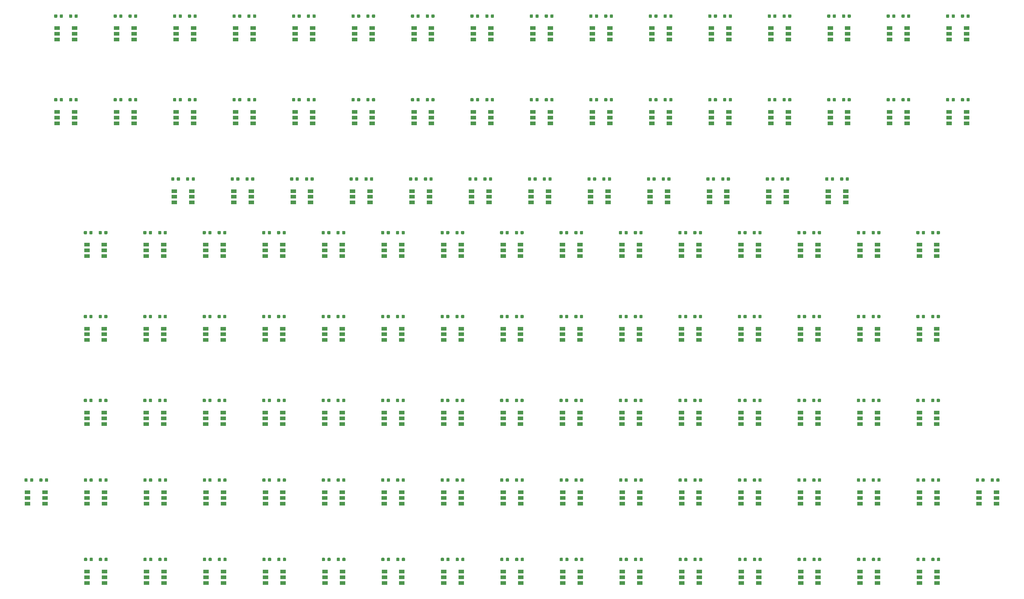
<source format=gbr>
G04 #@! TF.GenerationSoftware,KiCad,Pcbnew,(5.1.0-0)*
G04 #@! TF.CreationDate,2019-05-14T21:28:48-07:00*
G04 #@! TF.ProjectId,InsidePanel,496e7369-6465-4506-916e-656c2e6b6963,rev?*
G04 #@! TF.SameCoordinates,Original*
G04 #@! TF.FileFunction,Paste,Top*
G04 #@! TF.FilePolarity,Positive*
%FSLAX46Y46*%
G04 Gerber Fmt 4.6, Leading zero omitted, Abs format (unit mm)*
G04 Created by KiCad (PCBNEW (5.1.0-0)) date 2019-05-14 21:28:48*
%MOMM*%
%LPD*%
G04 APERTURE LIST*
%ADD10C,0.050000*%
%ADD11C,0.875000*%
%ADD12R,1.500000X1.000000*%
G04 APERTURE END LIST*
D10*
G36*
X231311321Y-116091540D02*
G01*
X231332556Y-116094690D01*
X231353380Y-116099906D01*
X231373592Y-116107138D01*
X231392998Y-116116317D01*
X231411411Y-116127353D01*
X231428654Y-116140141D01*
X231444560Y-116154557D01*
X231458976Y-116170463D01*
X231471764Y-116187706D01*
X231482800Y-116206119D01*
X231491979Y-116225525D01*
X231499211Y-116245737D01*
X231504427Y-116266561D01*
X231507577Y-116287796D01*
X231508630Y-116309237D01*
X231508630Y-116821737D01*
X231507577Y-116843178D01*
X231504427Y-116864413D01*
X231499211Y-116885237D01*
X231491979Y-116905449D01*
X231482800Y-116924855D01*
X231471764Y-116943268D01*
X231458976Y-116960511D01*
X231444560Y-116976417D01*
X231428654Y-116990833D01*
X231411411Y-117003621D01*
X231392998Y-117014657D01*
X231373592Y-117023836D01*
X231353380Y-117031068D01*
X231332556Y-117036284D01*
X231311321Y-117039434D01*
X231289880Y-117040487D01*
X230852380Y-117040487D01*
X230830939Y-117039434D01*
X230809704Y-117036284D01*
X230788880Y-117031068D01*
X230768668Y-117023836D01*
X230749262Y-117014657D01*
X230730849Y-117003621D01*
X230713606Y-116990833D01*
X230697700Y-116976417D01*
X230683284Y-116960511D01*
X230670496Y-116943268D01*
X230659460Y-116924855D01*
X230650281Y-116905449D01*
X230643049Y-116885237D01*
X230637833Y-116864413D01*
X230634683Y-116843178D01*
X230633630Y-116821737D01*
X230633630Y-116309237D01*
X230634683Y-116287796D01*
X230637833Y-116266561D01*
X230643049Y-116245737D01*
X230650281Y-116225525D01*
X230659460Y-116206119D01*
X230670496Y-116187706D01*
X230683284Y-116170463D01*
X230697700Y-116154557D01*
X230713606Y-116140141D01*
X230730849Y-116127353D01*
X230749262Y-116116317D01*
X230768668Y-116107138D01*
X230788880Y-116099906D01*
X230809704Y-116094690D01*
X230830939Y-116091540D01*
X230852380Y-116090487D01*
X231289880Y-116090487D01*
X231311321Y-116091540D01*
X231311321Y-116091540D01*
G37*
D11*
X231071130Y-116565487D03*
D10*
G36*
X229736321Y-116091540D02*
G01*
X229757556Y-116094690D01*
X229778380Y-116099906D01*
X229798592Y-116107138D01*
X229817998Y-116116317D01*
X229836411Y-116127353D01*
X229853654Y-116140141D01*
X229869560Y-116154557D01*
X229883976Y-116170463D01*
X229896764Y-116187706D01*
X229907800Y-116206119D01*
X229916979Y-116225525D01*
X229924211Y-116245737D01*
X229929427Y-116266561D01*
X229932577Y-116287796D01*
X229933630Y-116309237D01*
X229933630Y-116821737D01*
X229932577Y-116843178D01*
X229929427Y-116864413D01*
X229924211Y-116885237D01*
X229916979Y-116905449D01*
X229907800Y-116924855D01*
X229896764Y-116943268D01*
X229883976Y-116960511D01*
X229869560Y-116976417D01*
X229853654Y-116990833D01*
X229836411Y-117003621D01*
X229817998Y-117014657D01*
X229798592Y-117023836D01*
X229778380Y-117031068D01*
X229757556Y-117036284D01*
X229736321Y-117039434D01*
X229714880Y-117040487D01*
X229277380Y-117040487D01*
X229255939Y-117039434D01*
X229234704Y-117036284D01*
X229213880Y-117031068D01*
X229193668Y-117023836D01*
X229174262Y-117014657D01*
X229155849Y-117003621D01*
X229138606Y-116990833D01*
X229122700Y-116976417D01*
X229108284Y-116960511D01*
X229095496Y-116943268D01*
X229084460Y-116924855D01*
X229075281Y-116905449D01*
X229068049Y-116885237D01*
X229062833Y-116864413D01*
X229059683Y-116843178D01*
X229058630Y-116821737D01*
X229058630Y-116309237D01*
X229059683Y-116287796D01*
X229062833Y-116266561D01*
X229068049Y-116245737D01*
X229075281Y-116225525D01*
X229084460Y-116206119D01*
X229095496Y-116187706D01*
X229108284Y-116170463D01*
X229122700Y-116154557D01*
X229138606Y-116140141D01*
X229155849Y-116127353D01*
X229174262Y-116116317D01*
X229193668Y-116107138D01*
X229213880Y-116099906D01*
X229234704Y-116094690D01*
X229255939Y-116091540D01*
X229277380Y-116090487D01*
X229714880Y-116090487D01*
X229736321Y-116091540D01*
X229736321Y-116091540D01*
G37*
D11*
X229496130Y-116565487D03*
D10*
G36*
X214644661Y-116091540D02*
G01*
X214665896Y-116094690D01*
X214686720Y-116099906D01*
X214706932Y-116107138D01*
X214726338Y-116116317D01*
X214744751Y-116127353D01*
X214761994Y-116140141D01*
X214777900Y-116154557D01*
X214792316Y-116170463D01*
X214805104Y-116187706D01*
X214816140Y-116206119D01*
X214825319Y-116225525D01*
X214832551Y-116245737D01*
X214837767Y-116266561D01*
X214840917Y-116287796D01*
X214841970Y-116309237D01*
X214841970Y-116821737D01*
X214840917Y-116843178D01*
X214837767Y-116864413D01*
X214832551Y-116885237D01*
X214825319Y-116905449D01*
X214816140Y-116924855D01*
X214805104Y-116943268D01*
X214792316Y-116960511D01*
X214777900Y-116976417D01*
X214761994Y-116990833D01*
X214744751Y-117003621D01*
X214726338Y-117014657D01*
X214706932Y-117023836D01*
X214686720Y-117031068D01*
X214665896Y-117036284D01*
X214644661Y-117039434D01*
X214623220Y-117040487D01*
X214185720Y-117040487D01*
X214164279Y-117039434D01*
X214143044Y-117036284D01*
X214122220Y-117031068D01*
X214102008Y-117023836D01*
X214082602Y-117014657D01*
X214064189Y-117003621D01*
X214046946Y-116990833D01*
X214031040Y-116976417D01*
X214016624Y-116960511D01*
X214003836Y-116943268D01*
X213992800Y-116924855D01*
X213983621Y-116905449D01*
X213976389Y-116885237D01*
X213971173Y-116864413D01*
X213968023Y-116843178D01*
X213966970Y-116821737D01*
X213966970Y-116309237D01*
X213968023Y-116287796D01*
X213971173Y-116266561D01*
X213976389Y-116245737D01*
X213983621Y-116225525D01*
X213992800Y-116206119D01*
X214003836Y-116187706D01*
X214016624Y-116170463D01*
X214031040Y-116154557D01*
X214046946Y-116140141D01*
X214064189Y-116127353D01*
X214082602Y-116116317D01*
X214102008Y-116107138D01*
X214122220Y-116099906D01*
X214143044Y-116094690D01*
X214164279Y-116091540D01*
X214185720Y-116090487D01*
X214623220Y-116090487D01*
X214644661Y-116091540D01*
X214644661Y-116091540D01*
G37*
D11*
X214404470Y-116565487D03*
D10*
G36*
X213069661Y-116091540D02*
G01*
X213090896Y-116094690D01*
X213111720Y-116099906D01*
X213131932Y-116107138D01*
X213151338Y-116116317D01*
X213169751Y-116127353D01*
X213186994Y-116140141D01*
X213202900Y-116154557D01*
X213217316Y-116170463D01*
X213230104Y-116187706D01*
X213241140Y-116206119D01*
X213250319Y-116225525D01*
X213257551Y-116245737D01*
X213262767Y-116266561D01*
X213265917Y-116287796D01*
X213266970Y-116309237D01*
X213266970Y-116821737D01*
X213265917Y-116843178D01*
X213262767Y-116864413D01*
X213257551Y-116885237D01*
X213250319Y-116905449D01*
X213241140Y-116924855D01*
X213230104Y-116943268D01*
X213217316Y-116960511D01*
X213202900Y-116976417D01*
X213186994Y-116990833D01*
X213169751Y-117003621D01*
X213151338Y-117014657D01*
X213131932Y-117023836D01*
X213111720Y-117031068D01*
X213090896Y-117036284D01*
X213069661Y-117039434D01*
X213048220Y-117040487D01*
X212610720Y-117040487D01*
X212589279Y-117039434D01*
X212568044Y-117036284D01*
X212547220Y-117031068D01*
X212527008Y-117023836D01*
X212507602Y-117014657D01*
X212489189Y-117003621D01*
X212471946Y-116990833D01*
X212456040Y-116976417D01*
X212441624Y-116960511D01*
X212428836Y-116943268D01*
X212417800Y-116924855D01*
X212408621Y-116905449D01*
X212401389Y-116885237D01*
X212396173Y-116864413D01*
X212393023Y-116843178D01*
X212391970Y-116821737D01*
X212391970Y-116309237D01*
X212393023Y-116287796D01*
X212396173Y-116266561D01*
X212401389Y-116245737D01*
X212408621Y-116225525D01*
X212417800Y-116206119D01*
X212428836Y-116187706D01*
X212441624Y-116170463D01*
X212456040Y-116154557D01*
X212471946Y-116140141D01*
X212489189Y-116127353D01*
X212507602Y-116116317D01*
X212527008Y-116107138D01*
X212547220Y-116099906D01*
X212568044Y-116094690D01*
X212589279Y-116091540D01*
X212610720Y-116090487D01*
X213048220Y-116090487D01*
X213069661Y-116091540D01*
X213069661Y-116091540D01*
G37*
D11*
X212829470Y-116565487D03*
D12*
X197316977Y-123165487D03*
X197316977Y-121565487D03*
X197316977Y-119965487D03*
X192416977Y-123165487D03*
X192416977Y-121565487D03*
X192416977Y-119965487D03*
X180650317Y-123165487D03*
X180650317Y-121565487D03*
X180650317Y-119965487D03*
X175750317Y-123165487D03*
X175750317Y-121565487D03*
X175750317Y-119965487D03*
D10*
G36*
X164644681Y-116091540D02*
G01*
X164665916Y-116094690D01*
X164686740Y-116099906D01*
X164706952Y-116107138D01*
X164726358Y-116116317D01*
X164744771Y-116127353D01*
X164762014Y-116140141D01*
X164777920Y-116154557D01*
X164792336Y-116170463D01*
X164805124Y-116187706D01*
X164816160Y-116206119D01*
X164825339Y-116225525D01*
X164832571Y-116245737D01*
X164837787Y-116266561D01*
X164840937Y-116287796D01*
X164841990Y-116309237D01*
X164841990Y-116821737D01*
X164840937Y-116843178D01*
X164837787Y-116864413D01*
X164832571Y-116885237D01*
X164825339Y-116905449D01*
X164816160Y-116924855D01*
X164805124Y-116943268D01*
X164792336Y-116960511D01*
X164777920Y-116976417D01*
X164762014Y-116990833D01*
X164744771Y-117003621D01*
X164726358Y-117014657D01*
X164706952Y-117023836D01*
X164686740Y-117031068D01*
X164665916Y-117036284D01*
X164644681Y-117039434D01*
X164623240Y-117040487D01*
X164185740Y-117040487D01*
X164164299Y-117039434D01*
X164143064Y-117036284D01*
X164122240Y-117031068D01*
X164102028Y-117023836D01*
X164082622Y-117014657D01*
X164064209Y-117003621D01*
X164046966Y-116990833D01*
X164031060Y-116976417D01*
X164016644Y-116960511D01*
X164003856Y-116943268D01*
X163992820Y-116924855D01*
X163983641Y-116905449D01*
X163976409Y-116885237D01*
X163971193Y-116864413D01*
X163968043Y-116843178D01*
X163966990Y-116821737D01*
X163966990Y-116309237D01*
X163968043Y-116287796D01*
X163971193Y-116266561D01*
X163976409Y-116245737D01*
X163983641Y-116225525D01*
X163992820Y-116206119D01*
X164003856Y-116187706D01*
X164016644Y-116170463D01*
X164031060Y-116154557D01*
X164046966Y-116140141D01*
X164064209Y-116127353D01*
X164082622Y-116116317D01*
X164102028Y-116107138D01*
X164122240Y-116099906D01*
X164143064Y-116094690D01*
X164164299Y-116091540D01*
X164185740Y-116090487D01*
X164623240Y-116090487D01*
X164644681Y-116091540D01*
X164644681Y-116091540D01*
G37*
D11*
X164404490Y-116565487D03*
D10*
G36*
X163069681Y-116091540D02*
G01*
X163090916Y-116094690D01*
X163111740Y-116099906D01*
X163131952Y-116107138D01*
X163151358Y-116116317D01*
X163169771Y-116127353D01*
X163187014Y-116140141D01*
X163202920Y-116154557D01*
X163217336Y-116170463D01*
X163230124Y-116187706D01*
X163241160Y-116206119D01*
X163250339Y-116225525D01*
X163257571Y-116245737D01*
X163262787Y-116266561D01*
X163265937Y-116287796D01*
X163266990Y-116309237D01*
X163266990Y-116821737D01*
X163265937Y-116843178D01*
X163262787Y-116864413D01*
X163257571Y-116885237D01*
X163250339Y-116905449D01*
X163241160Y-116924855D01*
X163230124Y-116943268D01*
X163217336Y-116960511D01*
X163202920Y-116976417D01*
X163187014Y-116990833D01*
X163169771Y-117003621D01*
X163151358Y-117014657D01*
X163131952Y-117023836D01*
X163111740Y-117031068D01*
X163090916Y-117036284D01*
X163069681Y-117039434D01*
X163048240Y-117040487D01*
X162610740Y-117040487D01*
X162589299Y-117039434D01*
X162568064Y-117036284D01*
X162547240Y-117031068D01*
X162527028Y-117023836D01*
X162507622Y-117014657D01*
X162489209Y-117003621D01*
X162471966Y-116990833D01*
X162456060Y-116976417D01*
X162441644Y-116960511D01*
X162428856Y-116943268D01*
X162417820Y-116924855D01*
X162408641Y-116905449D01*
X162401409Y-116885237D01*
X162396193Y-116864413D01*
X162393043Y-116843178D01*
X162391990Y-116821737D01*
X162391990Y-116309237D01*
X162393043Y-116287796D01*
X162396193Y-116266561D01*
X162401409Y-116245737D01*
X162408641Y-116225525D01*
X162417820Y-116206119D01*
X162428856Y-116187706D01*
X162441644Y-116170463D01*
X162456060Y-116154557D01*
X162471966Y-116140141D01*
X162489209Y-116127353D01*
X162507622Y-116116317D01*
X162527028Y-116107138D01*
X162547240Y-116099906D01*
X162568064Y-116094690D01*
X162589299Y-116091540D01*
X162610740Y-116090487D01*
X163048240Y-116090487D01*
X163069681Y-116091540D01*
X163069681Y-116091540D01*
G37*
D11*
X162829490Y-116565487D03*
D10*
G36*
X181311341Y-116091540D02*
G01*
X181332576Y-116094690D01*
X181353400Y-116099906D01*
X181373612Y-116107138D01*
X181393018Y-116116317D01*
X181411431Y-116127353D01*
X181428674Y-116140141D01*
X181444580Y-116154557D01*
X181458996Y-116170463D01*
X181471784Y-116187706D01*
X181482820Y-116206119D01*
X181491999Y-116225525D01*
X181499231Y-116245737D01*
X181504447Y-116266561D01*
X181507597Y-116287796D01*
X181508650Y-116309237D01*
X181508650Y-116821737D01*
X181507597Y-116843178D01*
X181504447Y-116864413D01*
X181499231Y-116885237D01*
X181491999Y-116905449D01*
X181482820Y-116924855D01*
X181471784Y-116943268D01*
X181458996Y-116960511D01*
X181444580Y-116976417D01*
X181428674Y-116990833D01*
X181411431Y-117003621D01*
X181393018Y-117014657D01*
X181373612Y-117023836D01*
X181353400Y-117031068D01*
X181332576Y-117036284D01*
X181311341Y-117039434D01*
X181289900Y-117040487D01*
X180852400Y-117040487D01*
X180830959Y-117039434D01*
X180809724Y-117036284D01*
X180788900Y-117031068D01*
X180768688Y-117023836D01*
X180749282Y-117014657D01*
X180730869Y-117003621D01*
X180713626Y-116990833D01*
X180697720Y-116976417D01*
X180683304Y-116960511D01*
X180670516Y-116943268D01*
X180659480Y-116924855D01*
X180650301Y-116905449D01*
X180643069Y-116885237D01*
X180637853Y-116864413D01*
X180634703Y-116843178D01*
X180633650Y-116821737D01*
X180633650Y-116309237D01*
X180634703Y-116287796D01*
X180637853Y-116266561D01*
X180643069Y-116245737D01*
X180650301Y-116225525D01*
X180659480Y-116206119D01*
X180670516Y-116187706D01*
X180683304Y-116170463D01*
X180697720Y-116154557D01*
X180713626Y-116140141D01*
X180730869Y-116127353D01*
X180749282Y-116116317D01*
X180768688Y-116107138D01*
X180788900Y-116099906D01*
X180809724Y-116094690D01*
X180830959Y-116091540D01*
X180852400Y-116090487D01*
X181289900Y-116090487D01*
X181311341Y-116091540D01*
X181311341Y-116091540D01*
G37*
D11*
X181071150Y-116565487D03*
D10*
G36*
X179736341Y-116091540D02*
G01*
X179757576Y-116094690D01*
X179778400Y-116099906D01*
X179798612Y-116107138D01*
X179818018Y-116116317D01*
X179836431Y-116127353D01*
X179853674Y-116140141D01*
X179869580Y-116154557D01*
X179883996Y-116170463D01*
X179896784Y-116187706D01*
X179907820Y-116206119D01*
X179916999Y-116225525D01*
X179924231Y-116245737D01*
X179929447Y-116266561D01*
X179932597Y-116287796D01*
X179933650Y-116309237D01*
X179933650Y-116821737D01*
X179932597Y-116843178D01*
X179929447Y-116864413D01*
X179924231Y-116885237D01*
X179916999Y-116905449D01*
X179907820Y-116924855D01*
X179896784Y-116943268D01*
X179883996Y-116960511D01*
X179869580Y-116976417D01*
X179853674Y-116990833D01*
X179836431Y-117003621D01*
X179818018Y-117014657D01*
X179798612Y-117023836D01*
X179778400Y-117031068D01*
X179757576Y-117036284D01*
X179736341Y-117039434D01*
X179714900Y-117040487D01*
X179277400Y-117040487D01*
X179255959Y-117039434D01*
X179234724Y-117036284D01*
X179213900Y-117031068D01*
X179193688Y-117023836D01*
X179174282Y-117014657D01*
X179155869Y-117003621D01*
X179138626Y-116990833D01*
X179122720Y-116976417D01*
X179108304Y-116960511D01*
X179095516Y-116943268D01*
X179084480Y-116924855D01*
X179075301Y-116905449D01*
X179068069Y-116885237D01*
X179062853Y-116864413D01*
X179059703Y-116843178D01*
X179058650Y-116821737D01*
X179058650Y-116309237D01*
X179059703Y-116287796D01*
X179062853Y-116266561D01*
X179068069Y-116245737D01*
X179075301Y-116225525D01*
X179084480Y-116206119D01*
X179095516Y-116187706D01*
X179108304Y-116170463D01*
X179122720Y-116154557D01*
X179138626Y-116140141D01*
X179155869Y-116127353D01*
X179174282Y-116116317D01*
X179193688Y-116107138D01*
X179213900Y-116099906D01*
X179234724Y-116094690D01*
X179255959Y-116091540D01*
X179277400Y-116090487D01*
X179714900Y-116090487D01*
X179736341Y-116091540D01*
X179736341Y-116091540D01*
G37*
D11*
X179496150Y-116565487D03*
D10*
G36*
X197978001Y-116091540D02*
G01*
X197999236Y-116094690D01*
X198020060Y-116099906D01*
X198040272Y-116107138D01*
X198059678Y-116116317D01*
X198078091Y-116127353D01*
X198095334Y-116140141D01*
X198111240Y-116154557D01*
X198125656Y-116170463D01*
X198138444Y-116187706D01*
X198149480Y-116206119D01*
X198158659Y-116225525D01*
X198165891Y-116245737D01*
X198171107Y-116266561D01*
X198174257Y-116287796D01*
X198175310Y-116309237D01*
X198175310Y-116821737D01*
X198174257Y-116843178D01*
X198171107Y-116864413D01*
X198165891Y-116885237D01*
X198158659Y-116905449D01*
X198149480Y-116924855D01*
X198138444Y-116943268D01*
X198125656Y-116960511D01*
X198111240Y-116976417D01*
X198095334Y-116990833D01*
X198078091Y-117003621D01*
X198059678Y-117014657D01*
X198040272Y-117023836D01*
X198020060Y-117031068D01*
X197999236Y-117036284D01*
X197978001Y-117039434D01*
X197956560Y-117040487D01*
X197519060Y-117040487D01*
X197497619Y-117039434D01*
X197476384Y-117036284D01*
X197455560Y-117031068D01*
X197435348Y-117023836D01*
X197415942Y-117014657D01*
X197397529Y-117003621D01*
X197380286Y-116990833D01*
X197364380Y-116976417D01*
X197349964Y-116960511D01*
X197337176Y-116943268D01*
X197326140Y-116924855D01*
X197316961Y-116905449D01*
X197309729Y-116885237D01*
X197304513Y-116864413D01*
X197301363Y-116843178D01*
X197300310Y-116821737D01*
X197300310Y-116309237D01*
X197301363Y-116287796D01*
X197304513Y-116266561D01*
X197309729Y-116245737D01*
X197316961Y-116225525D01*
X197326140Y-116206119D01*
X197337176Y-116187706D01*
X197349964Y-116170463D01*
X197364380Y-116154557D01*
X197380286Y-116140141D01*
X197397529Y-116127353D01*
X197415942Y-116116317D01*
X197435348Y-116107138D01*
X197455560Y-116099906D01*
X197476384Y-116094690D01*
X197497619Y-116091540D01*
X197519060Y-116090487D01*
X197956560Y-116090487D01*
X197978001Y-116091540D01*
X197978001Y-116091540D01*
G37*
D11*
X197737810Y-116565487D03*
D10*
G36*
X196403001Y-116091540D02*
G01*
X196424236Y-116094690D01*
X196445060Y-116099906D01*
X196465272Y-116107138D01*
X196484678Y-116116317D01*
X196503091Y-116127353D01*
X196520334Y-116140141D01*
X196536240Y-116154557D01*
X196550656Y-116170463D01*
X196563444Y-116187706D01*
X196574480Y-116206119D01*
X196583659Y-116225525D01*
X196590891Y-116245737D01*
X196596107Y-116266561D01*
X196599257Y-116287796D01*
X196600310Y-116309237D01*
X196600310Y-116821737D01*
X196599257Y-116843178D01*
X196596107Y-116864413D01*
X196590891Y-116885237D01*
X196583659Y-116905449D01*
X196574480Y-116924855D01*
X196563444Y-116943268D01*
X196550656Y-116960511D01*
X196536240Y-116976417D01*
X196520334Y-116990833D01*
X196503091Y-117003621D01*
X196484678Y-117014657D01*
X196465272Y-117023836D01*
X196445060Y-117031068D01*
X196424236Y-117036284D01*
X196403001Y-117039434D01*
X196381560Y-117040487D01*
X195944060Y-117040487D01*
X195922619Y-117039434D01*
X195901384Y-117036284D01*
X195880560Y-117031068D01*
X195860348Y-117023836D01*
X195840942Y-117014657D01*
X195822529Y-117003621D01*
X195805286Y-116990833D01*
X195789380Y-116976417D01*
X195774964Y-116960511D01*
X195762176Y-116943268D01*
X195751140Y-116924855D01*
X195741961Y-116905449D01*
X195734729Y-116885237D01*
X195729513Y-116864413D01*
X195726363Y-116843178D01*
X195725310Y-116821737D01*
X195725310Y-116309237D01*
X195726363Y-116287796D01*
X195729513Y-116266561D01*
X195734729Y-116245737D01*
X195741961Y-116225525D01*
X195751140Y-116206119D01*
X195762176Y-116187706D01*
X195774964Y-116170463D01*
X195789380Y-116154557D01*
X195805286Y-116140141D01*
X195822529Y-116127353D01*
X195840942Y-116116317D01*
X195860348Y-116107138D01*
X195880560Y-116099906D01*
X195901384Y-116094690D01*
X195922619Y-116091540D01*
X195944060Y-116090487D01*
X196381560Y-116090487D01*
X196403001Y-116091540D01*
X196403001Y-116091540D01*
G37*
D11*
X196162810Y-116565487D03*
D10*
G36*
X147978021Y-116091540D02*
G01*
X147999256Y-116094690D01*
X148020080Y-116099906D01*
X148040292Y-116107138D01*
X148059698Y-116116317D01*
X148078111Y-116127353D01*
X148095354Y-116140141D01*
X148111260Y-116154557D01*
X148125676Y-116170463D01*
X148138464Y-116187706D01*
X148149500Y-116206119D01*
X148158679Y-116225525D01*
X148165911Y-116245737D01*
X148171127Y-116266561D01*
X148174277Y-116287796D01*
X148175330Y-116309237D01*
X148175330Y-116821737D01*
X148174277Y-116843178D01*
X148171127Y-116864413D01*
X148165911Y-116885237D01*
X148158679Y-116905449D01*
X148149500Y-116924855D01*
X148138464Y-116943268D01*
X148125676Y-116960511D01*
X148111260Y-116976417D01*
X148095354Y-116990833D01*
X148078111Y-117003621D01*
X148059698Y-117014657D01*
X148040292Y-117023836D01*
X148020080Y-117031068D01*
X147999256Y-117036284D01*
X147978021Y-117039434D01*
X147956580Y-117040487D01*
X147519080Y-117040487D01*
X147497639Y-117039434D01*
X147476404Y-117036284D01*
X147455580Y-117031068D01*
X147435368Y-117023836D01*
X147415962Y-117014657D01*
X147397549Y-117003621D01*
X147380306Y-116990833D01*
X147364400Y-116976417D01*
X147349984Y-116960511D01*
X147337196Y-116943268D01*
X147326160Y-116924855D01*
X147316981Y-116905449D01*
X147309749Y-116885237D01*
X147304533Y-116864413D01*
X147301383Y-116843178D01*
X147300330Y-116821737D01*
X147300330Y-116309237D01*
X147301383Y-116287796D01*
X147304533Y-116266561D01*
X147309749Y-116245737D01*
X147316981Y-116225525D01*
X147326160Y-116206119D01*
X147337196Y-116187706D01*
X147349984Y-116170463D01*
X147364400Y-116154557D01*
X147380306Y-116140141D01*
X147397549Y-116127353D01*
X147415962Y-116116317D01*
X147435368Y-116107138D01*
X147455580Y-116099906D01*
X147476404Y-116094690D01*
X147497639Y-116091540D01*
X147519080Y-116090487D01*
X147956580Y-116090487D01*
X147978021Y-116091540D01*
X147978021Y-116091540D01*
G37*
D11*
X147737830Y-116565487D03*
D10*
G36*
X146403021Y-116091540D02*
G01*
X146424256Y-116094690D01*
X146445080Y-116099906D01*
X146465292Y-116107138D01*
X146484698Y-116116317D01*
X146503111Y-116127353D01*
X146520354Y-116140141D01*
X146536260Y-116154557D01*
X146550676Y-116170463D01*
X146563464Y-116187706D01*
X146574500Y-116206119D01*
X146583679Y-116225525D01*
X146590911Y-116245737D01*
X146596127Y-116266561D01*
X146599277Y-116287796D01*
X146600330Y-116309237D01*
X146600330Y-116821737D01*
X146599277Y-116843178D01*
X146596127Y-116864413D01*
X146590911Y-116885237D01*
X146583679Y-116905449D01*
X146574500Y-116924855D01*
X146563464Y-116943268D01*
X146550676Y-116960511D01*
X146536260Y-116976417D01*
X146520354Y-116990833D01*
X146503111Y-117003621D01*
X146484698Y-117014657D01*
X146465292Y-117023836D01*
X146445080Y-117031068D01*
X146424256Y-117036284D01*
X146403021Y-117039434D01*
X146381580Y-117040487D01*
X145944080Y-117040487D01*
X145922639Y-117039434D01*
X145901404Y-117036284D01*
X145880580Y-117031068D01*
X145860368Y-117023836D01*
X145840962Y-117014657D01*
X145822549Y-117003621D01*
X145805306Y-116990833D01*
X145789400Y-116976417D01*
X145774984Y-116960511D01*
X145762196Y-116943268D01*
X145751160Y-116924855D01*
X145741981Y-116905449D01*
X145734749Y-116885237D01*
X145729533Y-116864413D01*
X145726383Y-116843178D01*
X145725330Y-116821737D01*
X145725330Y-116309237D01*
X145726383Y-116287796D01*
X145729533Y-116266561D01*
X145734749Y-116245737D01*
X145741981Y-116225525D01*
X145751160Y-116206119D01*
X145762196Y-116187706D01*
X145774984Y-116170463D01*
X145789400Y-116154557D01*
X145805306Y-116140141D01*
X145822549Y-116127353D01*
X145840962Y-116116317D01*
X145860368Y-116107138D01*
X145880580Y-116099906D01*
X145901404Y-116094690D01*
X145922639Y-116091540D01*
X145944080Y-116090487D01*
X146381580Y-116090487D01*
X146403021Y-116091540D01*
X146403021Y-116091540D01*
G37*
D11*
X146162830Y-116565487D03*
D10*
G36*
X247977981Y-116091540D02*
G01*
X247999216Y-116094690D01*
X248020040Y-116099906D01*
X248040252Y-116107138D01*
X248059658Y-116116317D01*
X248078071Y-116127353D01*
X248095314Y-116140141D01*
X248111220Y-116154557D01*
X248125636Y-116170463D01*
X248138424Y-116187706D01*
X248149460Y-116206119D01*
X248158639Y-116225525D01*
X248165871Y-116245737D01*
X248171087Y-116266561D01*
X248174237Y-116287796D01*
X248175290Y-116309237D01*
X248175290Y-116821737D01*
X248174237Y-116843178D01*
X248171087Y-116864413D01*
X248165871Y-116885237D01*
X248158639Y-116905449D01*
X248149460Y-116924855D01*
X248138424Y-116943268D01*
X248125636Y-116960511D01*
X248111220Y-116976417D01*
X248095314Y-116990833D01*
X248078071Y-117003621D01*
X248059658Y-117014657D01*
X248040252Y-117023836D01*
X248020040Y-117031068D01*
X247999216Y-117036284D01*
X247977981Y-117039434D01*
X247956540Y-117040487D01*
X247519040Y-117040487D01*
X247497599Y-117039434D01*
X247476364Y-117036284D01*
X247455540Y-117031068D01*
X247435328Y-117023836D01*
X247415922Y-117014657D01*
X247397509Y-117003621D01*
X247380266Y-116990833D01*
X247364360Y-116976417D01*
X247349944Y-116960511D01*
X247337156Y-116943268D01*
X247326120Y-116924855D01*
X247316941Y-116905449D01*
X247309709Y-116885237D01*
X247304493Y-116864413D01*
X247301343Y-116843178D01*
X247300290Y-116821737D01*
X247300290Y-116309237D01*
X247301343Y-116287796D01*
X247304493Y-116266561D01*
X247309709Y-116245737D01*
X247316941Y-116225525D01*
X247326120Y-116206119D01*
X247337156Y-116187706D01*
X247349944Y-116170463D01*
X247364360Y-116154557D01*
X247380266Y-116140141D01*
X247397509Y-116127353D01*
X247415922Y-116116317D01*
X247435328Y-116107138D01*
X247455540Y-116099906D01*
X247476364Y-116094690D01*
X247497599Y-116091540D01*
X247519040Y-116090487D01*
X247956540Y-116090487D01*
X247977981Y-116091540D01*
X247977981Y-116091540D01*
G37*
D11*
X247737790Y-116565487D03*
D10*
G36*
X246402981Y-116091540D02*
G01*
X246424216Y-116094690D01*
X246445040Y-116099906D01*
X246465252Y-116107138D01*
X246484658Y-116116317D01*
X246503071Y-116127353D01*
X246520314Y-116140141D01*
X246536220Y-116154557D01*
X246550636Y-116170463D01*
X246563424Y-116187706D01*
X246574460Y-116206119D01*
X246583639Y-116225525D01*
X246590871Y-116245737D01*
X246596087Y-116266561D01*
X246599237Y-116287796D01*
X246600290Y-116309237D01*
X246600290Y-116821737D01*
X246599237Y-116843178D01*
X246596087Y-116864413D01*
X246590871Y-116885237D01*
X246583639Y-116905449D01*
X246574460Y-116924855D01*
X246563424Y-116943268D01*
X246550636Y-116960511D01*
X246536220Y-116976417D01*
X246520314Y-116990833D01*
X246503071Y-117003621D01*
X246484658Y-117014657D01*
X246465252Y-117023836D01*
X246445040Y-117031068D01*
X246424216Y-117036284D01*
X246402981Y-117039434D01*
X246381540Y-117040487D01*
X245944040Y-117040487D01*
X245922599Y-117039434D01*
X245901364Y-117036284D01*
X245880540Y-117031068D01*
X245860328Y-117023836D01*
X245840922Y-117014657D01*
X245822509Y-117003621D01*
X245805266Y-116990833D01*
X245789360Y-116976417D01*
X245774944Y-116960511D01*
X245762156Y-116943268D01*
X245751120Y-116924855D01*
X245741941Y-116905449D01*
X245734709Y-116885237D01*
X245729493Y-116864413D01*
X245726343Y-116843178D01*
X245725290Y-116821737D01*
X245725290Y-116309237D01*
X245726343Y-116287796D01*
X245729493Y-116266561D01*
X245734709Y-116245737D01*
X245741941Y-116225525D01*
X245751120Y-116206119D01*
X245762156Y-116187706D01*
X245774944Y-116170463D01*
X245789360Y-116154557D01*
X245805266Y-116140141D01*
X245822509Y-116127353D01*
X245840922Y-116116317D01*
X245860328Y-116107138D01*
X245880540Y-116099906D01*
X245901364Y-116094690D01*
X245922599Y-116091540D01*
X245944040Y-116090487D01*
X246381540Y-116090487D01*
X246402981Y-116091540D01*
X246402981Y-116091540D01*
G37*
D11*
X246162790Y-116565487D03*
D10*
G36*
X264644641Y-116091540D02*
G01*
X264665876Y-116094690D01*
X264686700Y-116099906D01*
X264706912Y-116107138D01*
X264726318Y-116116317D01*
X264744731Y-116127353D01*
X264761974Y-116140141D01*
X264777880Y-116154557D01*
X264792296Y-116170463D01*
X264805084Y-116187706D01*
X264816120Y-116206119D01*
X264825299Y-116225525D01*
X264832531Y-116245737D01*
X264837747Y-116266561D01*
X264840897Y-116287796D01*
X264841950Y-116309237D01*
X264841950Y-116821737D01*
X264840897Y-116843178D01*
X264837747Y-116864413D01*
X264832531Y-116885237D01*
X264825299Y-116905449D01*
X264816120Y-116924855D01*
X264805084Y-116943268D01*
X264792296Y-116960511D01*
X264777880Y-116976417D01*
X264761974Y-116990833D01*
X264744731Y-117003621D01*
X264726318Y-117014657D01*
X264706912Y-117023836D01*
X264686700Y-117031068D01*
X264665876Y-117036284D01*
X264644641Y-117039434D01*
X264623200Y-117040487D01*
X264185700Y-117040487D01*
X264164259Y-117039434D01*
X264143024Y-117036284D01*
X264122200Y-117031068D01*
X264101988Y-117023836D01*
X264082582Y-117014657D01*
X264064169Y-117003621D01*
X264046926Y-116990833D01*
X264031020Y-116976417D01*
X264016604Y-116960511D01*
X264003816Y-116943268D01*
X263992780Y-116924855D01*
X263983601Y-116905449D01*
X263976369Y-116885237D01*
X263971153Y-116864413D01*
X263968003Y-116843178D01*
X263966950Y-116821737D01*
X263966950Y-116309237D01*
X263968003Y-116287796D01*
X263971153Y-116266561D01*
X263976369Y-116245737D01*
X263983601Y-116225525D01*
X263992780Y-116206119D01*
X264003816Y-116187706D01*
X264016604Y-116170463D01*
X264031020Y-116154557D01*
X264046926Y-116140141D01*
X264064169Y-116127353D01*
X264082582Y-116116317D01*
X264101988Y-116107138D01*
X264122200Y-116099906D01*
X264143024Y-116094690D01*
X264164259Y-116091540D01*
X264185700Y-116090487D01*
X264623200Y-116090487D01*
X264644641Y-116091540D01*
X264644641Y-116091540D01*
G37*
D11*
X264404450Y-116565487D03*
D10*
G36*
X263069641Y-116091540D02*
G01*
X263090876Y-116094690D01*
X263111700Y-116099906D01*
X263131912Y-116107138D01*
X263151318Y-116116317D01*
X263169731Y-116127353D01*
X263186974Y-116140141D01*
X263202880Y-116154557D01*
X263217296Y-116170463D01*
X263230084Y-116187706D01*
X263241120Y-116206119D01*
X263250299Y-116225525D01*
X263257531Y-116245737D01*
X263262747Y-116266561D01*
X263265897Y-116287796D01*
X263266950Y-116309237D01*
X263266950Y-116821737D01*
X263265897Y-116843178D01*
X263262747Y-116864413D01*
X263257531Y-116885237D01*
X263250299Y-116905449D01*
X263241120Y-116924855D01*
X263230084Y-116943268D01*
X263217296Y-116960511D01*
X263202880Y-116976417D01*
X263186974Y-116990833D01*
X263169731Y-117003621D01*
X263151318Y-117014657D01*
X263131912Y-117023836D01*
X263111700Y-117031068D01*
X263090876Y-117036284D01*
X263069641Y-117039434D01*
X263048200Y-117040487D01*
X262610700Y-117040487D01*
X262589259Y-117039434D01*
X262568024Y-117036284D01*
X262547200Y-117031068D01*
X262526988Y-117023836D01*
X262507582Y-117014657D01*
X262489169Y-117003621D01*
X262471926Y-116990833D01*
X262456020Y-116976417D01*
X262441604Y-116960511D01*
X262428816Y-116943268D01*
X262417780Y-116924855D01*
X262408601Y-116905449D01*
X262401369Y-116885237D01*
X262396153Y-116864413D01*
X262393003Y-116843178D01*
X262391950Y-116821737D01*
X262391950Y-116309237D01*
X262393003Y-116287796D01*
X262396153Y-116266561D01*
X262401369Y-116245737D01*
X262408601Y-116225525D01*
X262417780Y-116206119D01*
X262428816Y-116187706D01*
X262441604Y-116170463D01*
X262456020Y-116154557D01*
X262471926Y-116140141D01*
X262489169Y-116127353D01*
X262507582Y-116116317D01*
X262526988Y-116107138D01*
X262547200Y-116099906D01*
X262568024Y-116094690D01*
X262589259Y-116091540D01*
X262610700Y-116090487D01*
X263048200Y-116090487D01*
X263069641Y-116091540D01*
X263069641Y-116091540D01*
G37*
D11*
X262829450Y-116565487D03*
D12*
X163983657Y-123165487D03*
X163983657Y-121565487D03*
X163983657Y-119965487D03*
X159083657Y-123165487D03*
X159083657Y-121565487D03*
X159083657Y-119965487D03*
X147316997Y-123165487D03*
X147316997Y-121565487D03*
X147316997Y-119965487D03*
X142416997Y-123165487D03*
X142416997Y-121565487D03*
X142416997Y-119965487D03*
D10*
G36*
X314644621Y-116091540D02*
G01*
X314665856Y-116094690D01*
X314686680Y-116099906D01*
X314706892Y-116107138D01*
X314726298Y-116116317D01*
X314744711Y-116127353D01*
X314761954Y-116140141D01*
X314777860Y-116154557D01*
X314792276Y-116170463D01*
X314805064Y-116187706D01*
X314816100Y-116206119D01*
X314825279Y-116225525D01*
X314832511Y-116245737D01*
X314837727Y-116266561D01*
X314840877Y-116287796D01*
X314841930Y-116309237D01*
X314841930Y-116821737D01*
X314840877Y-116843178D01*
X314837727Y-116864413D01*
X314832511Y-116885237D01*
X314825279Y-116905449D01*
X314816100Y-116924855D01*
X314805064Y-116943268D01*
X314792276Y-116960511D01*
X314777860Y-116976417D01*
X314761954Y-116990833D01*
X314744711Y-117003621D01*
X314726298Y-117014657D01*
X314706892Y-117023836D01*
X314686680Y-117031068D01*
X314665856Y-117036284D01*
X314644621Y-117039434D01*
X314623180Y-117040487D01*
X314185680Y-117040487D01*
X314164239Y-117039434D01*
X314143004Y-117036284D01*
X314122180Y-117031068D01*
X314101968Y-117023836D01*
X314082562Y-117014657D01*
X314064149Y-117003621D01*
X314046906Y-116990833D01*
X314031000Y-116976417D01*
X314016584Y-116960511D01*
X314003796Y-116943268D01*
X313992760Y-116924855D01*
X313983581Y-116905449D01*
X313976349Y-116885237D01*
X313971133Y-116864413D01*
X313967983Y-116843178D01*
X313966930Y-116821737D01*
X313966930Y-116309237D01*
X313967983Y-116287796D01*
X313971133Y-116266561D01*
X313976349Y-116245737D01*
X313983581Y-116225525D01*
X313992760Y-116206119D01*
X314003796Y-116187706D01*
X314016584Y-116170463D01*
X314031000Y-116154557D01*
X314046906Y-116140141D01*
X314064149Y-116127353D01*
X314082562Y-116116317D01*
X314101968Y-116107138D01*
X314122180Y-116099906D01*
X314143004Y-116094690D01*
X314164239Y-116091540D01*
X314185680Y-116090487D01*
X314623180Y-116090487D01*
X314644621Y-116091540D01*
X314644621Y-116091540D01*
G37*
D11*
X314404430Y-116565487D03*
D10*
G36*
X313069621Y-116091540D02*
G01*
X313090856Y-116094690D01*
X313111680Y-116099906D01*
X313131892Y-116107138D01*
X313151298Y-116116317D01*
X313169711Y-116127353D01*
X313186954Y-116140141D01*
X313202860Y-116154557D01*
X313217276Y-116170463D01*
X313230064Y-116187706D01*
X313241100Y-116206119D01*
X313250279Y-116225525D01*
X313257511Y-116245737D01*
X313262727Y-116266561D01*
X313265877Y-116287796D01*
X313266930Y-116309237D01*
X313266930Y-116821737D01*
X313265877Y-116843178D01*
X313262727Y-116864413D01*
X313257511Y-116885237D01*
X313250279Y-116905449D01*
X313241100Y-116924855D01*
X313230064Y-116943268D01*
X313217276Y-116960511D01*
X313202860Y-116976417D01*
X313186954Y-116990833D01*
X313169711Y-117003621D01*
X313151298Y-117014657D01*
X313131892Y-117023836D01*
X313111680Y-117031068D01*
X313090856Y-117036284D01*
X313069621Y-117039434D01*
X313048180Y-117040487D01*
X312610680Y-117040487D01*
X312589239Y-117039434D01*
X312568004Y-117036284D01*
X312547180Y-117031068D01*
X312526968Y-117023836D01*
X312507562Y-117014657D01*
X312489149Y-117003621D01*
X312471906Y-116990833D01*
X312456000Y-116976417D01*
X312441584Y-116960511D01*
X312428796Y-116943268D01*
X312417760Y-116924855D01*
X312408581Y-116905449D01*
X312401349Y-116885237D01*
X312396133Y-116864413D01*
X312392983Y-116843178D01*
X312391930Y-116821737D01*
X312391930Y-116309237D01*
X312392983Y-116287796D01*
X312396133Y-116266561D01*
X312401349Y-116245737D01*
X312408581Y-116225525D01*
X312417760Y-116206119D01*
X312428796Y-116187706D01*
X312441584Y-116170463D01*
X312456000Y-116154557D01*
X312471906Y-116140141D01*
X312489149Y-116127353D01*
X312507562Y-116116317D01*
X312526968Y-116107138D01*
X312547180Y-116099906D01*
X312568004Y-116094690D01*
X312589239Y-116091540D01*
X312610680Y-116090487D01*
X313048180Y-116090487D01*
X313069621Y-116091540D01*
X313069621Y-116091540D01*
G37*
D11*
X312829430Y-116565487D03*
D10*
G36*
X297977961Y-116091540D02*
G01*
X297999196Y-116094690D01*
X298020020Y-116099906D01*
X298040232Y-116107138D01*
X298059638Y-116116317D01*
X298078051Y-116127353D01*
X298095294Y-116140141D01*
X298111200Y-116154557D01*
X298125616Y-116170463D01*
X298138404Y-116187706D01*
X298149440Y-116206119D01*
X298158619Y-116225525D01*
X298165851Y-116245737D01*
X298171067Y-116266561D01*
X298174217Y-116287796D01*
X298175270Y-116309237D01*
X298175270Y-116821737D01*
X298174217Y-116843178D01*
X298171067Y-116864413D01*
X298165851Y-116885237D01*
X298158619Y-116905449D01*
X298149440Y-116924855D01*
X298138404Y-116943268D01*
X298125616Y-116960511D01*
X298111200Y-116976417D01*
X298095294Y-116990833D01*
X298078051Y-117003621D01*
X298059638Y-117014657D01*
X298040232Y-117023836D01*
X298020020Y-117031068D01*
X297999196Y-117036284D01*
X297977961Y-117039434D01*
X297956520Y-117040487D01*
X297519020Y-117040487D01*
X297497579Y-117039434D01*
X297476344Y-117036284D01*
X297455520Y-117031068D01*
X297435308Y-117023836D01*
X297415902Y-117014657D01*
X297397489Y-117003621D01*
X297380246Y-116990833D01*
X297364340Y-116976417D01*
X297349924Y-116960511D01*
X297337136Y-116943268D01*
X297326100Y-116924855D01*
X297316921Y-116905449D01*
X297309689Y-116885237D01*
X297304473Y-116864413D01*
X297301323Y-116843178D01*
X297300270Y-116821737D01*
X297300270Y-116309237D01*
X297301323Y-116287796D01*
X297304473Y-116266561D01*
X297309689Y-116245737D01*
X297316921Y-116225525D01*
X297326100Y-116206119D01*
X297337136Y-116187706D01*
X297349924Y-116170463D01*
X297364340Y-116154557D01*
X297380246Y-116140141D01*
X297397489Y-116127353D01*
X297415902Y-116116317D01*
X297435308Y-116107138D01*
X297455520Y-116099906D01*
X297476344Y-116094690D01*
X297497579Y-116091540D01*
X297519020Y-116090487D01*
X297956520Y-116090487D01*
X297977961Y-116091540D01*
X297977961Y-116091540D01*
G37*
D11*
X297737770Y-116565487D03*
D10*
G36*
X296402961Y-116091540D02*
G01*
X296424196Y-116094690D01*
X296445020Y-116099906D01*
X296465232Y-116107138D01*
X296484638Y-116116317D01*
X296503051Y-116127353D01*
X296520294Y-116140141D01*
X296536200Y-116154557D01*
X296550616Y-116170463D01*
X296563404Y-116187706D01*
X296574440Y-116206119D01*
X296583619Y-116225525D01*
X296590851Y-116245737D01*
X296596067Y-116266561D01*
X296599217Y-116287796D01*
X296600270Y-116309237D01*
X296600270Y-116821737D01*
X296599217Y-116843178D01*
X296596067Y-116864413D01*
X296590851Y-116885237D01*
X296583619Y-116905449D01*
X296574440Y-116924855D01*
X296563404Y-116943268D01*
X296550616Y-116960511D01*
X296536200Y-116976417D01*
X296520294Y-116990833D01*
X296503051Y-117003621D01*
X296484638Y-117014657D01*
X296465232Y-117023836D01*
X296445020Y-117031068D01*
X296424196Y-117036284D01*
X296402961Y-117039434D01*
X296381520Y-117040487D01*
X295944020Y-117040487D01*
X295922579Y-117039434D01*
X295901344Y-117036284D01*
X295880520Y-117031068D01*
X295860308Y-117023836D01*
X295840902Y-117014657D01*
X295822489Y-117003621D01*
X295805246Y-116990833D01*
X295789340Y-116976417D01*
X295774924Y-116960511D01*
X295762136Y-116943268D01*
X295751100Y-116924855D01*
X295741921Y-116905449D01*
X295734689Y-116885237D01*
X295729473Y-116864413D01*
X295726323Y-116843178D01*
X295725270Y-116821737D01*
X295725270Y-116309237D01*
X295726323Y-116287796D01*
X295729473Y-116266561D01*
X295734689Y-116245737D01*
X295741921Y-116225525D01*
X295751100Y-116206119D01*
X295762136Y-116187706D01*
X295774924Y-116170463D01*
X295789340Y-116154557D01*
X295805246Y-116140141D01*
X295822489Y-116127353D01*
X295840902Y-116116317D01*
X295860308Y-116107138D01*
X295880520Y-116099906D01*
X295901344Y-116094690D01*
X295922579Y-116091540D01*
X295944020Y-116090487D01*
X296381520Y-116090487D01*
X296402961Y-116091540D01*
X296402961Y-116091540D01*
G37*
D11*
X296162770Y-116565487D03*
D10*
G36*
X281311301Y-116091540D02*
G01*
X281332536Y-116094690D01*
X281353360Y-116099906D01*
X281373572Y-116107138D01*
X281392978Y-116116317D01*
X281411391Y-116127353D01*
X281428634Y-116140141D01*
X281444540Y-116154557D01*
X281458956Y-116170463D01*
X281471744Y-116187706D01*
X281482780Y-116206119D01*
X281491959Y-116225525D01*
X281499191Y-116245737D01*
X281504407Y-116266561D01*
X281507557Y-116287796D01*
X281508610Y-116309237D01*
X281508610Y-116821737D01*
X281507557Y-116843178D01*
X281504407Y-116864413D01*
X281499191Y-116885237D01*
X281491959Y-116905449D01*
X281482780Y-116924855D01*
X281471744Y-116943268D01*
X281458956Y-116960511D01*
X281444540Y-116976417D01*
X281428634Y-116990833D01*
X281411391Y-117003621D01*
X281392978Y-117014657D01*
X281373572Y-117023836D01*
X281353360Y-117031068D01*
X281332536Y-117036284D01*
X281311301Y-117039434D01*
X281289860Y-117040487D01*
X280852360Y-117040487D01*
X280830919Y-117039434D01*
X280809684Y-117036284D01*
X280788860Y-117031068D01*
X280768648Y-117023836D01*
X280749242Y-117014657D01*
X280730829Y-117003621D01*
X280713586Y-116990833D01*
X280697680Y-116976417D01*
X280683264Y-116960511D01*
X280670476Y-116943268D01*
X280659440Y-116924855D01*
X280650261Y-116905449D01*
X280643029Y-116885237D01*
X280637813Y-116864413D01*
X280634663Y-116843178D01*
X280633610Y-116821737D01*
X280633610Y-116309237D01*
X280634663Y-116287796D01*
X280637813Y-116266561D01*
X280643029Y-116245737D01*
X280650261Y-116225525D01*
X280659440Y-116206119D01*
X280670476Y-116187706D01*
X280683264Y-116170463D01*
X280697680Y-116154557D01*
X280713586Y-116140141D01*
X280730829Y-116127353D01*
X280749242Y-116116317D01*
X280768648Y-116107138D01*
X280788860Y-116099906D01*
X280809684Y-116094690D01*
X280830919Y-116091540D01*
X280852360Y-116090487D01*
X281289860Y-116090487D01*
X281311301Y-116091540D01*
X281311301Y-116091540D01*
G37*
D11*
X281071110Y-116565487D03*
D10*
G36*
X279736301Y-116091540D02*
G01*
X279757536Y-116094690D01*
X279778360Y-116099906D01*
X279798572Y-116107138D01*
X279817978Y-116116317D01*
X279836391Y-116127353D01*
X279853634Y-116140141D01*
X279869540Y-116154557D01*
X279883956Y-116170463D01*
X279896744Y-116187706D01*
X279907780Y-116206119D01*
X279916959Y-116225525D01*
X279924191Y-116245737D01*
X279929407Y-116266561D01*
X279932557Y-116287796D01*
X279933610Y-116309237D01*
X279933610Y-116821737D01*
X279932557Y-116843178D01*
X279929407Y-116864413D01*
X279924191Y-116885237D01*
X279916959Y-116905449D01*
X279907780Y-116924855D01*
X279896744Y-116943268D01*
X279883956Y-116960511D01*
X279869540Y-116976417D01*
X279853634Y-116990833D01*
X279836391Y-117003621D01*
X279817978Y-117014657D01*
X279798572Y-117023836D01*
X279778360Y-117031068D01*
X279757536Y-117036284D01*
X279736301Y-117039434D01*
X279714860Y-117040487D01*
X279277360Y-117040487D01*
X279255919Y-117039434D01*
X279234684Y-117036284D01*
X279213860Y-117031068D01*
X279193648Y-117023836D01*
X279174242Y-117014657D01*
X279155829Y-117003621D01*
X279138586Y-116990833D01*
X279122680Y-116976417D01*
X279108264Y-116960511D01*
X279095476Y-116943268D01*
X279084440Y-116924855D01*
X279075261Y-116905449D01*
X279068029Y-116885237D01*
X279062813Y-116864413D01*
X279059663Y-116843178D01*
X279058610Y-116821737D01*
X279058610Y-116309237D01*
X279059663Y-116287796D01*
X279062813Y-116266561D01*
X279068029Y-116245737D01*
X279075261Y-116225525D01*
X279084440Y-116206119D01*
X279095476Y-116187706D01*
X279108264Y-116170463D01*
X279122680Y-116154557D01*
X279138586Y-116140141D01*
X279155829Y-116127353D01*
X279174242Y-116116317D01*
X279193648Y-116107138D01*
X279213860Y-116099906D01*
X279234684Y-116094690D01*
X279255919Y-116091540D01*
X279277360Y-116090487D01*
X279714860Y-116090487D01*
X279736301Y-116091540D01*
X279736301Y-116091540D01*
G37*
D11*
X279496110Y-116565487D03*
D10*
G36*
X277144635Y-116091540D02*
G01*
X277165870Y-116094690D01*
X277186694Y-116099906D01*
X277206906Y-116107138D01*
X277226312Y-116116317D01*
X277244725Y-116127353D01*
X277261968Y-116140141D01*
X277277874Y-116154557D01*
X277292290Y-116170463D01*
X277305078Y-116187706D01*
X277316114Y-116206119D01*
X277325293Y-116225525D01*
X277332525Y-116245737D01*
X277337741Y-116266561D01*
X277340891Y-116287796D01*
X277341944Y-116309237D01*
X277341944Y-116821737D01*
X277340891Y-116843178D01*
X277337741Y-116864413D01*
X277332525Y-116885237D01*
X277325293Y-116905449D01*
X277316114Y-116924855D01*
X277305078Y-116943268D01*
X277292290Y-116960511D01*
X277277874Y-116976417D01*
X277261968Y-116990833D01*
X277244725Y-117003621D01*
X277226312Y-117014657D01*
X277206906Y-117023836D01*
X277186694Y-117031068D01*
X277165870Y-117036284D01*
X277144635Y-117039434D01*
X277123194Y-117040487D01*
X276685694Y-117040487D01*
X276664253Y-117039434D01*
X276643018Y-117036284D01*
X276622194Y-117031068D01*
X276601982Y-117023836D01*
X276582576Y-117014657D01*
X276564163Y-117003621D01*
X276546920Y-116990833D01*
X276531014Y-116976417D01*
X276516598Y-116960511D01*
X276503810Y-116943268D01*
X276492774Y-116924855D01*
X276483595Y-116905449D01*
X276476363Y-116885237D01*
X276471147Y-116864413D01*
X276467997Y-116843178D01*
X276466944Y-116821737D01*
X276466944Y-116309237D01*
X276467997Y-116287796D01*
X276471147Y-116266561D01*
X276476363Y-116245737D01*
X276483595Y-116225525D01*
X276492774Y-116206119D01*
X276503810Y-116187706D01*
X276516598Y-116170463D01*
X276531014Y-116154557D01*
X276546920Y-116140141D01*
X276564163Y-116127353D01*
X276582576Y-116116317D01*
X276601982Y-116107138D01*
X276622194Y-116099906D01*
X276643018Y-116094690D01*
X276664253Y-116091540D01*
X276685694Y-116090487D01*
X277123194Y-116090487D01*
X277144635Y-116091540D01*
X277144635Y-116091540D01*
G37*
D11*
X276904444Y-116565487D03*
D10*
G36*
X275569635Y-116091540D02*
G01*
X275590870Y-116094690D01*
X275611694Y-116099906D01*
X275631906Y-116107138D01*
X275651312Y-116116317D01*
X275669725Y-116127353D01*
X275686968Y-116140141D01*
X275702874Y-116154557D01*
X275717290Y-116170463D01*
X275730078Y-116187706D01*
X275741114Y-116206119D01*
X275750293Y-116225525D01*
X275757525Y-116245737D01*
X275762741Y-116266561D01*
X275765891Y-116287796D01*
X275766944Y-116309237D01*
X275766944Y-116821737D01*
X275765891Y-116843178D01*
X275762741Y-116864413D01*
X275757525Y-116885237D01*
X275750293Y-116905449D01*
X275741114Y-116924855D01*
X275730078Y-116943268D01*
X275717290Y-116960511D01*
X275702874Y-116976417D01*
X275686968Y-116990833D01*
X275669725Y-117003621D01*
X275651312Y-117014657D01*
X275631906Y-117023836D01*
X275611694Y-117031068D01*
X275590870Y-117036284D01*
X275569635Y-117039434D01*
X275548194Y-117040487D01*
X275110694Y-117040487D01*
X275089253Y-117039434D01*
X275068018Y-117036284D01*
X275047194Y-117031068D01*
X275026982Y-117023836D01*
X275007576Y-117014657D01*
X274989163Y-117003621D01*
X274971920Y-116990833D01*
X274956014Y-116976417D01*
X274941598Y-116960511D01*
X274928810Y-116943268D01*
X274917774Y-116924855D01*
X274908595Y-116905449D01*
X274901363Y-116885237D01*
X274896147Y-116864413D01*
X274892997Y-116843178D01*
X274891944Y-116821737D01*
X274891944Y-116309237D01*
X274892997Y-116287796D01*
X274896147Y-116266561D01*
X274901363Y-116245737D01*
X274908595Y-116225525D01*
X274917774Y-116206119D01*
X274928810Y-116187706D01*
X274941598Y-116170463D01*
X274956014Y-116154557D01*
X274971920Y-116140141D01*
X274989163Y-116127353D01*
X275007576Y-116116317D01*
X275026982Y-116107138D01*
X275047194Y-116099906D01*
X275068018Y-116094690D01*
X275089253Y-116091540D01*
X275110694Y-116090487D01*
X275548194Y-116090487D01*
X275569635Y-116091540D01*
X275569635Y-116091540D01*
G37*
D11*
X275329444Y-116565487D03*
D10*
G36*
X260477975Y-116091540D02*
G01*
X260499210Y-116094690D01*
X260520034Y-116099906D01*
X260540246Y-116107138D01*
X260559652Y-116116317D01*
X260578065Y-116127353D01*
X260595308Y-116140141D01*
X260611214Y-116154557D01*
X260625630Y-116170463D01*
X260638418Y-116187706D01*
X260649454Y-116206119D01*
X260658633Y-116225525D01*
X260665865Y-116245737D01*
X260671081Y-116266561D01*
X260674231Y-116287796D01*
X260675284Y-116309237D01*
X260675284Y-116821737D01*
X260674231Y-116843178D01*
X260671081Y-116864413D01*
X260665865Y-116885237D01*
X260658633Y-116905449D01*
X260649454Y-116924855D01*
X260638418Y-116943268D01*
X260625630Y-116960511D01*
X260611214Y-116976417D01*
X260595308Y-116990833D01*
X260578065Y-117003621D01*
X260559652Y-117014657D01*
X260540246Y-117023836D01*
X260520034Y-117031068D01*
X260499210Y-117036284D01*
X260477975Y-117039434D01*
X260456534Y-117040487D01*
X260019034Y-117040487D01*
X259997593Y-117039434D01*
X259976358Y-117036284D01*
X259955534Y-117031068D01*
X259935322Y-117023836D01*
X259915916Y-117014657D01*
X259897503Y-117003621D01*
X259880260Y-116990833D01*
X259864354Y-116976417D01*
X259849938Y-116960511D01*
X259837150Y-116943268D01*
X259826114Y-116924855D01*
X259816935Y-116905449D01*
X259809703Y-116885237D01*
X259804487Y-116864413D01*
X259801337Y-116843178D01*
X259800284Y-116821737D01*
X259800284Y-116309237D01*
X259801337Y-116287796D01*
X259804487Y-116266561D01*
X259809703Y-116245737D01*
X259816935Y-116225525D01*
X259826114Y-116206119D01*
X259837150Y-116187706D01*
X259849938Y-116170463D01*
X259864354Y-116154557D01*
X259880260Y-116140141D01*
X259897503Y-116127353D01*
X259915916Y-116116317D01*
X259935322Y-116107138D01*
X259955534Y-116099906D01*
X259976358Y-116094690D01*
X259997593Y-116091540D01*
X260019034Y-116090487D01*
X260456534Y-116090487D01*
X260477975Y-116091540D01*
X260477975Y-116091540D01*
G37*
D11*
X260237784Y-116565487D03*
D10*
G36*
X258902975Y-116091540D02*
G01*
X258924210Y-116094690D01*
X258945034Y-116099906D01*
X258965246Y-116107138D01*
X258984652Y-116116317D01*
X259003065Y-116127353D01*
X259020308Y-116140141D01*
X259036214Y-116154557D01*
X259050630Y-116170463D01*
X259063418Y-116187706D01*
X259074454Y-116206119D01*
X259083633Y-116225525D01*
X259090865Y-116245737D01*
X259096081Y-116266561D01*
X259099231Y-116287796D01*
X259100284Y-116309237D01*
X259100284Y-116821737D01*
X259099231Y-116843178D01*
X259096081Y-116864413D01*
X259090865Y-116885237D01*
X259083633Y-116905449D01*
X259074454Y-116924855D01*
X259063418Y-116943268D01*
X259050630Y-116960511D01*
X259036214Y-116976417D01*
X259020308Y-116990833D01*
X259003065Y-117003621D01*
X258984652Y-117014657D01*
X258965246Y-117023836D01*
X258945034Y-117031068D01*
X258924210Y-117036284D01*
X258902975Y-117039434D01*
X258881534Y-117040487D01*
X258444034Y-117040487D01*
X258422593Y-117039434D01*
X258401358Y-117036284D01*
X258380534Y-117031068D01*
X258360322Y-117023836D01*
X258340916Y-117014657D01*
X258322503Y-117003621D01*
X258305260Y-116990833D01*
X258289354Y-116976417D01*
X258274938Y-116960511D01*
X258262150Y-116943268D01*
X258251114Y-116924855D01*
X258241935Y-116905449D01*
X258234703Y-116885237D01*
X258229487Y-116864413D01*
X258226337Y-116843178D01*
X258225284Y-116821737D01*
X258225284Y-116309237D01*
X258226337Y-116287796D01*
X258229487Y-116266561D01*
X258234703Y-116245737D01*
X258241935Y-116225525D01*
X258251114Y-116206119D01*
X258262150Y-116187706D01*
X258274938Y-116170463D01*
X258289354Y-116154557D01*
X258305260Y-116140141D01*
X258322503Y-116127353D01*
X258340916Y-116116317D01*
X258360322Y-116107138D01*
X258380534Y-116099906D01*
X258401358Y-116094690D01*
X258422593Y-116091540D01*
X258444034Y-116090487D01*
X258881534Y-116090487D01*
X258902975Y-116091540D01*
X258902975Y-116091540D01*
G37*
D11*
X258662784Y-116565487D03*
D10*
G36*
X243811315Y-116091540D02*
G01*
X243832550Y-116094690D01*
X243853374Y-116099906D01*
X243873586Y-116107138D01*
X243892992Y-116116317D01*
X243911405Y-116127353D01*
X243928648Y-116140141D01*
X243944554Y-116154557D01*
X243958970Y-116170463D01*
X243971758Y-116187706D01*
X243982794Y-116206119D01*
X243991973Y-116225525D01*
X243999205Y-116245737D01*
X244004421Y-116266561D01*
X244007571Y-116287796D01*
X244008624Y-116309237D01*
X244008624Y-116821737D01*
X244007571Y-116843178D01*
X244004421Y-116864413D01*
X243999205Y-116885237D01*
X243991973Y-116905449D01*
X243982794Y-116924855D01*
X243971758Y-116943268D01*
X243958970Y-116960511D01*
X243944554Y-116976417D01*
X243928648Y-116990833D01*
X243911405Y-117003621D01*
X243892992Y-117014657D01*
X243873586Y-117023836D01*
X243853374Y-117031068D01*
X243832550Y-117036284D01*
X243811315Y-117039434D01*
X243789874Y-117040487D01*
X243352374Y-117040487D01*
X243330933Y-117039434D01*
X243309698Y-117036284D01*
X243288874Y-117031068D01*
X243268662Y-117023836D01*
X243249256Y-117014657D01*
X243230843Y-117003621D01*
X243213600Y-116990833D01*
X243197694Y-116976417D01*
X243183278Y-116960511D01*
X243170490Y-116943268D01*
X243159454Y-116924855D01*
X243150275Y-116905449D01*
X243143043Y-116885237D01*
X243137827Y-116864413D01*
X243134677Y-116843178D01*
X243133624Y-116821737D01*
X243133624Y-116309237D01*
X243134677Y-116287796D01*
X243137827Y-116266561D01*
X243143043Y-116245737D01*
X243150275Y-116225525D01*
X243159454Y-116206119D01*
X243170490Y-116187706D01*
X243183278Y-116170463D01*
X243197694Y-116154557D01*
X243213600Y-116140141D01*
X243230843Y-116127353D01*
X243249256Y-116116317D01*
X243268662Y-116107138D01*
X243288874Y-116099906D01*
X243309698Y-116094690D01*
X243330933Y-116091540D01*
X243352374Y-116090487D01*
X243789874Y-116090487D01*
X243811315Y-116091540D01*
X243811315Y-116091540D01*
G37*
D11*
X243571124Y-116565487D03*
D10*
G36*
X242236315Y-116091540D02*
G01*
X242257550Y-116094690D01*
X242278374Y-116099906D01*
X242298586Y-116107138D01*
X242317992Y-116116317D01*
X242336405Y-116127353D01*
X242353648Y-116140141D01*
X242369554Y-116154557D01*
X242383970Y-116170463D01*
X242396758Y-116187706D01*
X242407794Y-116206119D01*
X242416973Y-116225525D01*
X242424205Y-116245737D01*
X242429421Y-116266561D01*
X242432571Y-116287796D01*
X242433624Y-116309237D01*
X242433624Y-116821737D01*
X242432571Y-116843178D01*
X242429421Y-116864413D01*
X242424205Y-116885237D01*
X242416973Y-116905449D01*
X242407794Y-116924855D01*
X242396758Y-116943268D01*
X242383970Y-116960511D01*
X242369554Y-116976417D01*
X242353648Y-116990833D01*
X242336405Y-117003621D01*
X242317992Y-117014657D01*
X242298586Y-117023836D01*
X242278374Y-117031068D01*
X242257550Y-117036284D01*
X242236315Y-117039434D01*
X242214874Y-117040487D01*
X241777374Y-117040487D01*
X241755933Y-117039434D01*
X241734698Y-117036284D01*
X241713874Y-117031068D01*
X241693662Y-117023836D01*
X241674256Y-117014657D01*
X241655843Y-117003621D01*
X241638600Y-116990833D01*
X241622694Y-116976417D01*
X241608278Y-116960511D01*
X241595490Y-116943268D01*
X241584454Y-116924855D01*
X241575275Y-116905449D01*
X241568043Y-116885237D01*
X241562827Y-116864413D01*
X241559677Y-116843178D01*
X241558624Y-116821737D01*
X241558624Y-116309237D01*
X241559677Y-116287796D01*
X241562827Y-116266561D01*
X241568043Y-116245737D01*
X241575275Y-116225525D01*
X241584454Y-116206119D01*
X241595490Y-116187706D01*
X241608278Y-116170463D01*
X241622694Y-116154557D01*
X241638600Y-116140141D01*
X241655843Y-116127353D01*
X241674256Y-116116317D01*
X241693662Y-116107138D01*
X241713874Y-116099906D01*
X241734698Y-116094690D01*
X241755933Y-116091540D01*
X241777374Y-116090487D01*
X242214874Y-116090487D01*
X242236315Y-116091540D01*
X242236315Y-116091540D01*
G37*
D11*
X241996124Y-116565487D03*
D10*
G36*
X227144655Y-116091540D02*
G01*
X227165890Y-116094690D01*
X227186714Y-116099906D01*
X227206926Y-116107138D01*
X227226332Y-116116317D01*
X227244745Y-116127353D01*
X227261988Y-116140141D01*
X227277894Y-116154557D01*
X227292310Y-116170463D01*
X227305098Y-116187706D01*
X227316134Y-116206119D01*
X227325313Y-116225525D01*
X227332545Y-116245737D01*
X227337761Y-116266561D01*
X227340911Y-116287796D01*
X227341964Y-116309237D01*
X227341964Y-116821737D01*
X227340911Y-116843178D01*
X227337761Y-116864413D01*
X227332545Y-116885237D01*
X227325313Y-116905449D01*
X227316134Y-116924855D01*
X227305098Y-116943268D01*
X227292310Y-116960511D01*
X227277894Y-116976417D01*
X227261988Y-116990833D01*
X227244745Y-117003621D01*
X227226332Y-117014657D01*
X227206926Y-117023836D01*
X227186714Y-117031068D01*
X227165890Y-117036284D01*
X227144655Y-117039434D01*
X227123214Y-117040487D01*
X226685714Y-117040487D01*
X226664273Y-117039434D01*
X226643038Y-117036284D01*
X226622214Y-117031068D01*
X226602002Y-117023836D01*
X226582596Y-117014657D01*
X226564183Y-117003621D01*
X226546940Y-116990833D01*
X226531034Y-116976417D01*
X226516618Y-116960511D01*
X226503830Y-116943268D01*
X226492794Y-116924855D01*
X226483615Y-116905449D01*
X226476383Y-116885237D01*
X226471167Y-116864413D01*
X226468017Y-116843178D01*
X226466964Y-116821737D01*
X226466964Y-116309237D01*
X226468017Y-116287796D01*
X226471167Y-116266561D01*
X226476383Y-116245737D01*
X226483615Y-116225525D01*
X226492794Y-116206119D01*
X226503830Y-116187706D01*
X226516618Y-116170463D01*
X226531034Y-116154557D01*
X226546940Y-116140141D01*
X226564183Y-116127353D01*
X226582596Y-116116317D01*
X226602002Y-116107138D01*
X226622214Y-116099906D01*
X226643038Y-116094690D01*
X226664273Y-116091540D01*
X226685714Y-116090487D01*
X227123214Y-116090487D01*
X227144655Y-116091540D01*
X227144655Y-116091540D01*
G37*
D11*
X226904464Y-116565487D03*
D10*
G36*
X225569655Y-116091540D02*
G01*
X225590890Y-116094690D01*
X225611714Y-116099906D01*
X225631926Y-116107138D01*
X225651332Y-116116317D01*
X225669745Y-116127353D01*
X225686988Y-116140141D01*
X225702894Y-116154557D01*
X225717310Y-116170463D01*
X225730098Y-116187706D01*
X225741134Y-116206119D01*
X225750313Y-116225525D01*
X225757545Y-116245737D01*
X225762761Y-116266561D01*
X225765911Y-116287796D01*
X225766964Y-116309237D01*
X225766964Y-116821737D01*
X225765911Y-116843178D01*
X225762761Y-116864413D01*
X225757545Y-116885237D01*
X225750313Y-116905449D01*
X225741134Y-116924855D01*
X225730098Y-116943268D01*
X225717310Y-116960511D01*
X225702894Y-116976417D01*
X225686988Y-116990833D01*
X225669745Y-117003621D01*
X225651332Y-117014657D01*
X225631926Y-117023836D01*
X225611714Y-117031068D01*
X225590890Y-117036284D01*
X225569655Y-117039434D01*
X225548214Y-117040487D01*
X225110714Y-117040487D01*
X225089273Y-117039434D01*
X225068038Y-117036284D01*
X225047214Y-117031068D01*
X225027002Y-117023836D01*
X225007596Y-117014657D01*
X224989183Y-117003621D01*
X224971940Y-116990833D01*
X224956034Y-116976417D01*
X224941618Y-116960511D01*
X224928830Y-116943268D01*
X224917794Y-116924855D01*
X224908615Y-116905449D01*
X224901383Y-116885237D01*
X224896167Y-116864413D01*
X224893017Y-116843178D01*
X224891964Y-116821737D01*
X224891964Y-116309237D01*
X224893017Y-116287796D01*
X224896167Y-116266561D01*
X224901383Y-116245737D01*
X224908615Y-116225525D01*
X224917794Y-116206119D01*
X224928830Y-116187706D01*
X224941618Y-116170463D01*
X224956034Y-116154557D01*
X224971940Y-116140141D01*
X224989183Y-116127353D01*
X225007596Y-116116317D01*
X225027002Y-116107138D01*
X225047214Y-116099906D01*
X225068038Y-116094690D01*
X225089273Y-116091540D01*
X225110714Y-116090487D01*
X225548214Y-116090487D01*
X225569655Y-116091540D01*
X225569655Y-116091540D01*
G37*
D11*
X225329464Y-116565487D03*
D10*
G36*
X193811335Y-116091540D02*
G01*
X193832570Y-116094690D01*
X193853394Y-116099906D01*
X193873606Y-116107138D01*
X193893012Y-116116317D01*
X193911425Y-116127353D01*
X193928668Y-116140141D01*
X193944574Y-116154557D01*
X193958990Y-116170463D01*
X193971778Y-116187706D01*
X193982814Y-116206119D01*
X193991993Y-116225525D01*
X193999225Y-116245737D01*
X194004441Y-116266561D01*
X194007591Y-116287796D01*
X194008644Y-116309237D01*
X194008644Y-116821737D01*
X194007591Y-116843178D01*
X194004441Y-116864413D01*
X193999225Y-116885237D01*
X193991993Y-116905449D01*
X193982814Y-116924855D01*
X193971778Y-116943268D01*
X193958990Y-116960511D01*
X193944574Y-116976417D01*
X193928668Y-116990833D01*
X193911425Y-117003621D01*
X193893012Y-117014657D01*
X193873606Y-117023836D01*
X193853394Y-117031068D01*
X193832570Y-117036284D01*
X193811335Y-117039434D01*
X193789894Y-117040487D01*
X193352394Y-117040487D01*
X193330953Y-117039434D01*
X193309718Y-117036284D01*
X193288894Y-117031068D01*
X193268682Y-117023836D01*
X193249276Y-117014657D01*
X193230863Y-117003621D01*
X193213620Y-116990833D01*
X193197714Y-116976417D01*
X193183298Y-116960511D01*
X193170510Y-116943268D01*
X193159474Y-116924855D01*
X193150295Y-116905449D01*
X193143063Y-116885237D01*
X193137847Y-116864413D01*
X193134697Y-116843178D01*
X193133644Y-116821737D01*
X193133644Y-116309237D01*
X193134697Y-116287796D01*
X193137847Y-116266561D01*
X193143063Y-116245737D01*
X193150295Y-116225525D01*
X193159474Y-116206119D01*
X193170510Y-116187706D01*
X193183298Y-116170463D01*
X193197714Y-116154557D01*
X193213620Y-116140141D01*
X193230863Y-116127353D01*
X193249276Y-116116317D01*
X193268682Y-116107138D01*
X193288894Y-116099906D01*
X193309718Y-116094690D01*
X193330953Y-116091540D01*
X193352394Y-116090487D01*
X193789894Y-116090487D01*
X193811335Y-116091540D01*
X193811335Y-116091540D01*
G37*
D11*
X193571144Y-116565487D03*
D10*
G36*
X192236335Y-116091540D02*
G01*
X192257570Y-116094690D01*
X192278394Y-116099906D01*
X192298606Y-116107138D01*
X192318012Y-116116317D01*
X192336425Y-116127353D01*
X192353668Y-116140141D01*
X192369574Y-116154557D01*
X192383990Y-116170463D01*
X192396778Y-116187706D01*
X192407814Y-116206119D01*
X192416993Y-116225525D01*
X192424225Y-116245737D01*
X192429441Y-116266561D01*
X192432591Y-116287796D01*
X192433644Y-116309237D01*
X192433644Y-116821737D01*
X192432591Y-116843178D01*
X192429441Y-116864413D01*
X192424225Y-116885237D01*
X192416993Y-116905449D01*
X192407814Y-116924855D01*
X192396778Y-116943268D01*
X192383990Y-116960511D01*
X192369574Y-116976417D01*
X192353668Y-116990833D01*
X192336425Y-117003621D01*
X192318012Y-117014657D01*
X192298606Y-117023836D01*
X192278394Y-117031068D01*
X192257570Y-117036284D01*
X192236335Y-117039434D01*
X192214894Y-117040487D01*
X191777394Y-117040487D01*
X191755953Y-117039434D01*
X191734718Y-117036284D01*
X191713894Y-117031068D01*
X191693682Y-117023836D01*
X191674276Y-117014657D01*
X191655863Y-117003621D01*
X191638620Y-116990833D01*
X191622714Y-116976417D01*
X191608298Y-116960511D01*
X191595510Y-116943268D01*
X191584474Y-116924855D01*
X191575295Y-116905449D01*
X191568063Y-116885237D01*
X191562847Y-116864413D01*
X191559697Y-116843178D01*
X191558644Y-116821737D01*
X191558644Y-116309237D01*
X191559697Y-116287796D01*
X191562847Y-116266561D01*
X191568063Y-116245737D01*
X191575295Y-116225525D01*
X191584474Y-116206119D01*
X191595510Y-116187706D01*
X191608298Y-116170463D01*
X191622714Y-116154557D01*
X191638620Y-116140141D01*
X191655863Y-116127353D01*
X191674276Y-116116317D01*
X191693682Y-116107138D01*
X191713894Y-116099906D01*
X191734718Y-116094690D01*
X191755953Y-116091540D01*
X191777394Y-116090487D01*
X192214894Y-116090487D01*
X192236335Y-116091540D01*
X192236335Y-116091540D01*
G37*
D11*
X191996144Y-116565487D03*
D12*
X263983617Y-123165487D03*
X263983617Y-121565487D03*
X263983617Y-119965487D03*
X259083617Y-123165487D03*
X259083617Y-121565487D03*
X259083617Y-119965487D03*
D10*
G36*
X210477995Y-116091540D02*
G01*
X210499230Y-116094690D01*
X210520054Y-116099906D01*
X210540266Y-116107138D01*
X210559672Y-116116317D01*
X210578085Y-116127353D01*
X210595328Y-116140141D01*
X210611234Y-116154557D01*
X210625650Y-116170463D01*
X210638438Y-116187706D01*
X210649474Y-116206119D01*
X210658653Y-116225525D01*
X210665885Y-116245737D01*
X210671101Y-116266561D01*
X210674251Y-116287796D01*
X210675304Y-116309237D01*
X210675304Y-116821737D01*
X210674251Y-116843178D01*
X210671101Y-116864413D01*
X210665885Y-116885237D01*
X210658653Y-116905449D01*
X210649474Y-116924855D01*
X210638438Y-116943268D01*
X210625650Y-116960511D01*
X210611234Y-116976417D01*
X210595328Y-116990833D01*
X210578085Y-117003621D01*
X210559672Y-117014657D01*
X210540266Y-117023836D01*
X210520054Y-117031068D01*
X210499230Y-117036284D01*
X210477995Y-117039434D01*
X210456554Y-117040487D01*
X210019054Y-117040487D01*
X209997613Y-117039434D01*
X209976378Y-117036284D01*
X209955554Y-117031068D01*
X209935342Y-117023836D01*
X209915936Y-117014657D01*
X209897523Y-117003621D01*
X209880280Y-116990833D01*
X209864374Y-116976417D01*
X209849958Y-116960511D01*
X209837170Y-116943268D01*
X209826134Y-116924855D01*
X209816955Y-116905449D01*
X209809723Y-116885237D01*
X209804507Y-116864413D01*
X209801357Y-116843178D01*
X209800304Y-116821737D01*
X209800304Y-116309237D01*
X209801357Y-116287796D01*
X209804507Y-116266561D01*
X209809723Y-116245737D01*
X209816955Y-116225525D01*
X209826134Y-116206119D01*
X209837170Y-116187706D01*
X209849958Y-116170463D01*
X209864374Y-116154557D01*
X209880280Y-116140141D01*
X209897523Y-116127353D01*
X209915936Y-116116317D01*
X209935342Y-116107138D01*
X209955554Y-116099906D01*
X209976378Y-116094690D01*
X209997613Y-116091540D01*
X210019054Y-116090487D01*
X210456554Y-116090487D01*
X210477995Y-116091540D01*
X210477995Y-116091540D01*
G37*
D11*
X210237804Y-116565487D03*
D10*
G36*
X208902995Y-116091540D02*
G01*
X208924230Y-116094690D01*
X208945054Y-116099906D01*
X208965266Y-116107138D01*
X208984672Y-116116317D01*
X209003085Y-116127353D01*
X209020328Y-116140141D01*
X209036234Y-116154557D01*
X209050650Y-116170463D01*
X209063438Y-116187706D01*
X209074474Y-116206119D01*
X209083653Y-116225525D01*
X209090885Y-116245737D01*
X209096101Y-116266561D01*
X209099251Y-116287796D01*
X209100304Y-116309237D01*
X209100304Y-116821737D01*
X209099251Y-116843178D01*
X209096101Y-116864413D01*
X209090885Y-116885237D01*
X209083653Y-116905449D01*
X209074474Y-116924855D01*
X209063438Y-116943268D01*
X209050650Y-116960511D01*
X209036234Y-116976417D01*
X209020328Y-116990833D01*
X209003085Y-117003621D01*
X208984672Y-117014657D01*
X208965266Y-117023836D01*
X208945054Y-117031068D01*
X208924230Y-117036284D01*
X208902995Y-117039434D01*
X208881554Y-117040487D01*
X208444054Y-117040487D01*
X208422613Y-117039434D01*
X208401378Y-117036284D01*
X208380554Y-117031068D01*
X208360342Y-117023836D01*
X208340936Y-117014657D01*
X208322523Y-117003621D01*
X208305280Y-116990833D01*
X208289374Y-116976417D01*
X208274958Y-116960511D01*
X208262170Y-116943268D01*
X208251134Y-116924855D01*
X208241955Y-116905449D01*
X208234723Y-116885237D01*
X208229507Y-116864413D01*
X208226357Y-116843178D01*
X208225304Y-116821737D01*
X208225304Y-116309237D01*
X208226357Y-116287796D01*
X208229507Y-116266561D01*
X208234723Y-116245737D01*
X208241955Y-116225525D01*
X208251134Y-116206119D01*
X208262170Y-116187706D01*
X208274958Y-116170463D01*
X208289374Y-116154557D01*
X208305280Y-116140141D01*
X208322523Y-116127353D01*
X208340936Y-116116317D01*
X208360342Y-116107138D01*
X208380554Y-116099906D01*
X208401378Y-116094690D01*
X208422613Y-116091540D01*
X208444054Y-116090487D01*
X208881554Y-116090487D01*
X208902995Y-116091540D01*
X208902995Y-116091540D01*
G37*
D11*
X208662804Y-116565487D03*
D10*
G36*
X160478015Y-116091540D02*
G01*
X160499250Y-116094690D01*
X160520074Y-116099906D01*
X160540286Y-116107138D01*
X160559692Y-116116317D01*
X160578105Y-116127353D01*
X160595348Y-116140141D01*
X160611254Y-116154557D01*
X160625670Y-116170463D01*
X160638458Y-116187706D01*
X160649494Y-116206119D01*
X160658673Y-116225525D01*
X160665905Y-116245737D01*
X160671121Y-116266561D01*
X160674271Y-116287796D01*
X160675324Y-116309237D01*
X160675324Y-116821737D01*
X160674271Y-116843178D01*
X160671121Y-116864413D01*
X160665905Y-116885237D01*
X160658673Y-116905449D01*
X160649494Y-116924855D01*
X160638458Y-116943268D01*
X160625670Y-116960511D01*
X160611254Y-116976417D01*
X160595348Y-116990833D01*
X160578105Y-117003621D01*
X160559692Y-117014657D01*
X160540286Y-117023836D01*
X160520074Y-117031068D01*
X160499250Y-117036284D01*
X160478015Y-117039434D01*
X160456574Y-117040487D01*
X160019074Y-117040487D01*
X159997633Y-117039434D01*
X159976398Y-117036284D01*
X159955574Y-117031068D01*
X159935362Y-117023836D01*
X159915956Y-117014657D01*
X159897543Y-117003621D01*
X159880300Y-116990833D01*
X159864394Y-116976417D01*
X159849978Y-116960511D01*
X159837190Y-116943268D01*
X159826154Y-116924855D01*
X159816975Y-116905449D01*
X159809743Y-116885237D01*
X159804527Y-116864413D01*
X159801377Y-116843178D01*
X159800324Y-116821737D01*
X159800324Y-116309237D01*
X159801377Y-116287796D01*
X159804527Y-116266561D01*
X159809743Y-116245737D01*
X159816975Y-116225525D01*
X159826154Y-116206119D01*
X159837190Y-116187706D01*
X159849978Y-116170463D01*
X159864394Y-116154557D01*
X159880300Y-116140141D01*
X159897543Y-116127353D01*
X159915956Y-116116317D01*
X159935362Y-116107138D01*
X159955574Y-116099906D01*
X159976398Y-116094690D01*
X159997633Y-116091540D01*
X160019074Y-116090487D01*
X160456574Y-116090487D01*
X160478015Y-116091540D01*
X160478015Y-116091540D01*
G37*
D11*
X160237824Y-116565487D03*
D10*
G36*
X158903015Y-116091540D02*
G01*
X158924250Y-116094690D01*
X158945074Y-116099906D01*
X158965286Y-116107138D01*
X158984692Y-116116317D01*
X159003105Y-116127353D01*
X159020348Y-116140141D01*
X159036254Y-116154557D01*
X159050670Y-116170463D01*
X159063458Y-116187706D01*
X159074494Y-116206119D01*
X159083673Y-116225525D01*
X159090905Y-116245737D01*
X159096121Y-116266561D01*
X159099271Y-116287796D01*
X159100324Y-116309237D01*
X159100324Y-116821737D01*
X159099271Y-116843178D01*
X159096121Y-116864413D01*
X159090905Y-116885237D01*
X159083673Y-116905449D01*
X159074494Y-116924855D01*
X159063458Y-116943268D01*
X159050670Y-116960511D01*
X159036254Y-116976417D01*
X159020348Y-116990833D01*
X159003105Y-117003621D01*
X158984692Y-117014657D01*
X158965286Y-117023836D01*
X158945074Y-117031068D01*
X158924250Y-117036284D01*
X158903015Y-117039434D01*
X158881574Y-117040487D01*
X158444074Y-117040487D01*
X158422633Y-117039434D01*
X158401398Y-117036284D01*
X158380574Y-117031068D01*
X158360362Y-117023836D01*
X158340956Y-117014657D01*
X158322543Y-117003621D01*
X158305300Y-116990833D01*
X158289394Y-116976417D01*
X158274978Y-116960511D01*
X158262190Y-116943268D01*
X158251154Y-116924855D01*
X158241975Y-116905449D01*
X158234743Y-116885237D01*
X158229527Y-116864413D01*
X158226377Y-116843178D01*
X158225324Y-116821737D01*
X158225324Y-116309237D01*
X158226377Y-116287796D01*
X158229527Y-116266561D01*
X158234743Y-116245737D01*
X158241975Y-116225525D01*
X158251154Y-116206119D01*
X158262190Y-116187706D01*
X158274978Y-116170463D01*
X158289394Y-116154557D01*
X158305300Y-116140141D01*
X158322543Y-116127353D01*
X158340956Y-116116317D01*
X158360362Y-116107138D01*
X158380574Y-116099906D01*
X158401398Y-116094690D01*
X158422633Y-116091540D01*
X158444074Y-116090487D01*
X158881574Y-116090487D01*
X158903015Y-116091540D01*
X158903015Y-116091540D01*
G37*
D11*
X158662824Y-116565487D03*
D10*
G36*
X127144695Y-116091540D02*
G01*
X127165930Y-116094690D01*
X127186754Y-116099906D01*
X127206966Y-116107138D01*
X127226372Y-116116317D01*
X127244785Y-116127353D01*
X127262028Y-116140141D01*
X127277934Y-116154557D01*
X127292350Y-116170463D01*
X127305138Y-116187706D01*
X127316174Y-116206119D01*
X127325353Y-116225525D01*
X127332585Y-116245737D01*
X127337801Y-116266561D01*
X127340951Y-116287796D01*
X127342004Y-116309237D01*
X127342004Y-116821737D01*
X127340951Y-116843178D01*
X127337801Y-116864413D01*
X127332585Y-116885237D01*
X127325353Y-116905449D01*
X127316174Y-116924855D01*
X127305138Y-116943268D01*
X127292350Y-116960511D01*
X127277934Y-116976417D01*
X127262028Y-116990833D01*
X127244785Y-117003621D01*
X127226372Y-117014657D01*
X127206966Y-117023836D01*
X127186754Y-117031068D01*
X127165930Y-117036284D01*
X127144695Y-117039434D01*
X127123254Y-117040487D01*
X126685754Y-117040487D01*
X126664313Y-117039434D01*
X126643078Y-117036284D01*
X126622254Y-117031068D01*
X126602042Y-117023836D01*
X126582636Y-117014657D01*
X126564223Y-117003621D01*
X126546980Y-116990833D01*
X126531074Y-116976417D01*
X126516658Y-116960511D01*
X126503870Y-116943268D01*
X126492834Y-116924855D01*
X126483655Y-116905449D01*
X126476423Y-116885237D01*
X126471207Y-116864413D01*
X126468057Y-116843178D01*
X126467004Y-116821737D01*
X126467004Y-116309237D01*
X126468057Y-116287796D01*
X126471207Y-116266561D01*
X126476423Y-116245737D01*
X126483655Y-116225525D01*
X126492834Y-116206119D01*
X126503870Y-116187706D01*
X126516658Y-116170463D01*
X126531074Y-116154557D01*
X126546980Y-116140141D01*
X126564223Y-116127353D01*
X126582636Y-116116317D01*
X126602042Y-116107138D01*
X126622254Y-116099906D01*
X126643078Y-116094690D01*
X126664313Y-116091540D01*
X126685754Y-116090487D01*
X127123254Y-116090487D01*
X127144695Y-116091540D01*
X127144695Y-116091540D01*
G37*
D11*
X126904504Y-116565487D03*
D10*
G36*
X125569695Y-116091540D02*
G01*
X125590930Y-116094690D01*
X125611754Y-116099906D01*
X125631966Y-116107138D01*
X125651372Y-116116317D01*
X125669785Y-116127353D01*
X125687028Y-116140141D01*
X125702934Y-116154557D01*
X125717350Y-116170463D01*
X125730138Y-116187706D01*
X125741174Y-116206119D01*
X125750353Y-116225525D01*
X125757585Y-116245737D01*
X125762801Y-116266561D01*
X125765951Y-116287796D01*
X125767004Y-116309237D01*
X125767004Y-116821737D01*
X125765951Y-116843178D01*
X125762801Y-116864413D01*
X125757585Y-116885237D01*
X125750353Y-116905449D01*
X125741174Y-116924855D01*
X125730138Y-116943268D01*
X125717350Y-116960511D01*
X125702934Y-116976417D01*
X125687028Y-116990833D01*
X125669785Y-117003621D01*
X125651372Y-117014657D01*
X125631966Y-117023836D01*
X125611754Y-117031068D01*
X125590930Y-117036284D01*
X125569695Y-117039434D01*
X125548254Y-117040487D01*
X125110754Y-117040487D01*
X125089313Y-117039434D01*
X125068078Y-117036284D01*
X125047254Y-117031068D01*
X125027042Y-117023836D01*
X125007636Y-117014657D01*
X124989223Y-117003621D01*
X124971980Y-116990833D01*
X124956074Y-116976417D01*
X124941658Y-116960511D01*
X124928870Y-116943268D01*
X124917834Y-116924855D01*
X124908655Y-116905449D01*
X124901423Y-116885237D01*
X124896207Y-116864413D01*
X124893057Y-116843178D01*
X124892004Y-116821737D01*
X124892004Y-116309237D01*
X124893057Y-116287796D01*
X124896207Y-116266561D01*
X124901423Y-116245737D01*
X124908655Y-116225525D01*
X124917834Y-116206119D01*
X124928870Y-116187706D01*
X124941658Y-116170463D01*
X124956074Y-116154557D01*
X124971980Y-116140141D01*
X124989223Y-116127353D01*
X125007636Y-116116317D01*
X125027042Y-116107138D01*
X125047254Y-116099906D01*
X125068078Y-116094690D01*
X125089313Y-116091540D01*
X125110754Y-116090487D01*
X125548254Y-116090487D01*
X125569695Y-116091540D01*
X125569695Y-116091540D01*
G37*
D11*
X125329504Y-116565487D03*
D12*
X130650337Y-123165487D03*
X130650337Y-121565487D03*
X130650337Y-119965487D03*
X125750337Y-123165487D03*
X125750337Y-121565487D03*
X125750337Y-119965487D03*
D10*
G36*
X131311361Y-116091540D02*
G01*
X131332596Y-116094690D01*
X131353420Y-116099906D01*
X131373632Y-116107138D01*
X131393038Y-116116317D01*
X131411451Y-116127353D01*
X131428694Y-116140141D01*
X131444600Y-116154557D01*
X131459016Y-116170463D01*
X131471804Y-116187706D01*
X131482840Y-116206119D01*
X131492019Y-116225525D01*
X131499251Y-116245737D01*
X131504467Y-116266561D01*
X131507617Y-116287796D01*
X131508670Y-116309237D01*
X131508670Y-116821737D01*
X131507617Y-116843178D01*
X131504467Y-116864413D01*
X131499251Y-116885237D01*
X131492019Y-116905449D01*
X131482840Y-116924855D01*
X131471804Y-116943268D01*
X131459016Y-116960511D01*
X131444600Y-116976417D01*
X131428694Y-116990833D01*
X131411451Y-117003621D01*
X131393038Y-117014657D01*
X131373632Y-117023836D01*
X131353420Y-117031068D01*
X131332596Y-117036284D01*
X131311361Y-117039434D01*
X131289920Y-117040487D01*
X130852420Y-117040487D01*
X130830979Y-117039434D01*
X130809744Y-117036284D01*
X130788920Y-117031068D01*
X130768708Y-117023836D01*
X130749302Y-117014657D01*
X130730889Y-117003621D01*
X130713646Y-116990833D01*
X130697740Y-116976417D01*
X130683324Y-116960511D01*
X130670536Y-116943268D01*
X130659500Y-116924855D01*
X130650321Y-116905449D01*
X130643089Y-116885237D01*
X130637873Y-116864413D01*
X130634723Y-116843178D01*
X130633670Y-116821737D01*
X130633670Y-116309237D01*
X130634723Y-116287796D01*
X130637873Y-116266561D01*
X130643089Y-116245737D01*
X130650321Y-116225525D01*
X130659500Y-116206119D01*
X130670536Y-116187706D01*
X130683324Y-116170463D01*
X130697740Y-116154557D01*
X130713646Y-116140141D01*
X130730889Y-116127353D01*
X130749302Y-116116317D01*
X130768708Y-116107138D01*
X130788920Y-116099906D01*
X130809744Y-116094690D01*
X130830979Y-116091540D01*
X130852420Y-116090487D01*
X131289920Y-116090487D01*
X131311361Y-116091540D01*
X131311361Y-116091540D01*
G37*
D11*
X131071170Y-116565487D03*
D10*
G36*
X129736361Y-116091540D02*
G01*
X129757596Y-116094690D01*
X129778420Y-116099906D01*
X129798632Y-116107138D01*
X129818038Y-116116317D01*
X129836451Y-116127353D01*
X129853694Y-116140141D01*
X129869600Y-116154557D01*
X129884016Y-116170463D01*
X129896804Y-116187706D01*
X129907840Y-116206119D01*
X129917019Y-116225525D01*
X129924251Y-116245737D01*
X129929467Y-116266561D01*
X129932617Y-116287796D01*
X129933670Y-116309237D01*
X129933670Y-116821737D01*
X129932617Y-116843178D01*
X129929467Y-116864413D01*
X129924251Y-116885237D01*
X129917019Y-116905449D01*
X129907840Y-116924855D01*
X129896804Y-116943268D01*
X129884016Y-116960511D01*
X129869600Y-116976417D01*
X129853694Y-116990833D01*
X129836451Y-117003621D01*
X129818038Y-117014657D01*
X129798632Y-117023836D01*
X129778420Y-117031068D01*
X129757596Y-117036284D01*
X129736361Y-117039434D01*
X129714920Y-117040487D01*
X129277420Y-117040487D01*
X129255979Y-117039434D01*
X129234744Y-117036284D01*
X129213920Y-117031068D01*
X129193708Y-117023836D01*
X129174302Y-117014657D01*
X129155889Y-117003621D01*
X129138646Y-116990833D01*
X129122740Y-116976417D01*
X129108324Y-116960511D01*
X129095536Y-116943268D01*
X129084500Y-116924855D01*
X129075321Y-116905449D01*
X129068089Y-116885237D01*
X129062873Y-116864413D01*
X129059723Y-116843178D01*
X129058670Y-116821737D01*
X129058670Y-116309237D01*
X129059723Y-116287796D01*
X129062873Y-116266561D01*
X129068089Y-116245737D01*
X129075321Y-116225525D01*
X129084500Y-116206119D01*
X129095536Y-116187706D01*
X129108324Y-116170463D01*
X129122740Y-116154557D01*
X129138646Y-116140141D01*
X129155889Y-116127353D01*
X129174302Y-116116317D01*
X129193708Y-116107138D01*
X129213920Y-116099906D01*
X129234744Y-116094690D01*
X129255979Y-116091540D01*
X129277420Y-116090487D01*
X129714920Y-116090487D01*
X129736361Y-116091540D01*
X129736361Y-116091540D01*
G37*
D11*
X129496170Y-116565487D03*
D10*
G36*
X310477955Y-116091540D02*
G01*
X310499190Y-116094690D01*
X310520014Y-116099906D01*
X310540226Y-116107138D01*
X310559632Y-116116317D01*
X310578045Y-116127353D01*
X310595288Y-116140141D01*
X310611194Y-116154557D01*
X310625610Y-116170463D01*
X310638398Y-116187706D01*
X310649434Y-116206119D01*
X310658613Y-116225525D01*
X310665845Y-116245737D01*
X310671061Y-116266561D01*
X310674211Y-116287796D01*
X310675264Y-116309237D01*
X310675264Y-116821737D01*
X310674211Y-116843178D01*
X310671061Y-116864413D01*
X310665845Y-116885237D01*
X310658613Y-116905449D01*
X310649434Y-116924855D01*
X310638398Y-116943268D01*
X310625610Y-116960511D01*
X310611194Y-116976417D01*
X310595288Y-116990833D01*
X310578045Y-117003621D01*
X310559632Y-117014657D01*
X310540226Y-117023836D01*
X310520014Y-117031068D01*
X310499190Y-117036284D01*
X310477955Y-117039434D01*
X310456514Y-117040487D01*
X310019014Y-117040487D01*
X309997573Y-117039434D01*
X309976338Y-117036284D01*
X309955514Y-117031068D01*
X309935302Y-117023836D01*
X309915896Y-117014657D01*
X309897483Y-117003621D01*
X309880240Y-116990833D01*
X309864334Y-116976417D01*
X309849918Y-116960511D01*
X309837130Y-116943268D01*
X309826094Y-116924855D01*
X309816915Y-116905449D01*
X309809683Y-116885237D01*
X309804467Y-116864413D01*
X309801317Y-116843178D01*
X309800264Y-116821737D01*
X309800264Y-116309237D01*
X309801317Y-116287796D01*
X309804467Y-116266561D01*
X309809683Y-116245737D01*
X309816915Y-116225525D01*
X309826094Y-116206119D01*
X309837130Y-116187706D01*
X309849918Y-116170463D01*
X309864334Y-116154557D01*
X309880240Y-116140141D01*
X309897483Y-116127353D01*
X309915896Y-116116317D01*
X309935302Y-116107138D01*
X309955514Y-116099906D01*
X309976338Y-116094690D01*
X309997573Y-116091540D01*
X310019014Y-116090487D01*
X310456514Y-116090487D01*
X310477955Y-116091540D01*
X310477955Y-116091540D01*
G37*
D11*
X310237764Y-116565487D03*
D10*
G36*
X308902955Y-116091540D02*
G01*
X308924190Y-116094690D01*
X308945014Y-116099906D01*
X308965226Y-116107138D01*
X308984632Y-116116317D01*
X309003045Y-116127353D01*
X309020288Y-116140141D01*
X309036194Y-116154557D01*
X309050610Y-116170463D01*
X309063398Y-116187706D01*
X309074434Y-116206119D01*
X309083613Y-116225525D01*
X309090845Y-116245737D01*
X309096061Y-116266561D01*
X309099211Y-116287796D01*
X309100264Y-116309237D01*
X309100264Y-116821737D01*
X309099211Y-116843178D01*
X309096061Y-116864413D01*
X309090845Y-116885237D01*
X309083613Y-116905449D01*
X309074434Y-116924855D01*
X309063398Y-116943268D01*
X309050610Y-116960511D01*
X309036194Y-116976417D01*
X309020288Y-116990833D01*
X309003045Y-117003621D01*
X308984632Y-117014657D01*
X308965226Y-117023836D01*
X308945014Y-117031068D01*
X308924190Y-117036284D01*
X308902955Y-117039434D01*
X308881514Y-117040487D01*
X308444014Y-117040487D01*
X308422573Y-117039434D01*
X308401338Y-117036284D01*
X308380514Y-117031068D01*
X308360302Y-117023836D01*
X308340896Y-117014657D01*
X308322483Y-117003621D01*
X308305240Y-116990833D01*
X308289334Y-116976417D01*
X308274918Y-116960511D01*
X308262130Y-116943268D01*
X308251094Y-116924855D01*
X308241915Y-116905449D01*
X308234683Y-116885237D01*
X308229467Y-116864413D01*
X308226317Y-116843178D01*
X308225264Y-116821737D01*
X308225264Y-116309237D01*
X308226317Y-116287796D01*
X308229467Y-116266561D01*
X308234683Y-116245737D01*
X308241915Y-116225525D01*
X308251094Y-116206119D01*
X308262130Y-116187706D01*
X308274918Y-116170463D01*
X308289334Y-116154557D01*
X308305240Y-116140141D01*
X308322483Y-116127353D01*
X308340896Y-116116317D01*
X308360302Y-116107138D01*
X308380514Y-116099906D01*
X308401338Y-116094690D01*
X308422573Y-116091540D01*
X308444014Y-116090487D01*
X308881514Y-116090487D01*
X308902955Y-116091540D01*
X308902955Y-116091540D01*
G37*
D11*
X308662764Y-116565487D03*
D10*
G36*
X293811295Y-116091540D02*
G01*
X293832530Y-116094690D01*
X293853354Y-116099906D01*
X293873566Y-116107138D01*
X293892972Y-116116317D01*
X293911385Y-116127353D01*
X293928628Y-116140141D01*
X293944534Y-116154557D01*
X293958950Y-116170463D01*
X293971738Y-116187706D01*
X293982774Y-116206119D01*
X293991953Y-116225525D01*
X293999185Y-116245737D01*
X294004401Y-116266561D01*
X294007551Y-116287796D01*
X294008604Y-116309237D01*
X294008604Y-116821737D01*
X294007551Y-116843178D01*
X294004401Y-116864413D01*
X293999185Y-116885237D01*
X293991953Y-116905449D01*
X293982774Y-116924855D01*
X293971738Y-116943268D01*
X293958950Y-116960511D01*
X293944534Y-116976417D01*
X293928628Y-116990833D01*
X293911385Y-117003621D01*
X293892972Y-117014657D01*
X293873566Y-117023836D01*
X293853354Y-117031068D01*
X293832530Y-117036284D01*
X293811295Y-117039434D01*
X293789854Y-117040487D01*
X293352354Y-117040487D01*
X293330913Y-117039434D01*
X293309678Y-117036284D01*
X293288854Y-117031068D01*
X293268642Y-117023836D01*
X293249236Y-117014657D01*
X293230823Y-117003621D01*
X293213580Y-116990833D01*
X293197674Y-116976417D01*
X293183258Y-116960511D01*
X293170470Y-116943268D01*
X293159434Y-116924855D01*
X293150255Y-116905449D01*
X293143023Y-116885237D01*
X293137807Y-116864413D01*
X293134657Y-116843178D01*
X293133604Y-116821737D01*
X293133604Y-116309237D01*
X293134657Y-116287796D01*
X293137807Y-116266561D01*
X293143023Y-116245737D01*
X293150255Y-116225525D01*
X293159434Y-116206119D01*
X293170470Y-116187706D01*
X293183258Y-116170463D01*
X293197674Y-116154557D01*
X293213580Y-116140141D01*
X293230823Y-116127353D01*
X293249236Y-116116317D01*
X293268642Y-116107138D01*
X293288854Y-116099906D01*
X293309678Y-116094690D01*
X293330913Y-116091540D01*
X293352354Y-116090487D01*
X293789854Y-116090487D01*
X293811295Y-116091540D01*
X293811295Y-116091540D01*
G37*
D11*
X293571104Y-116565487D03*
D10*
G36*
X292236295Y-116091540D02*
G01*
X292257530Y-116094690D01*
X292278354Y-116099906D01*
X292298566Y-116107138D01*
X292317972Y-116116317D01*
X292336385Y-116127353D01*
X292353628Y-116140141D01*
X292369534Y-116154557D01*
X292383950Y-116170463D01*
X292396738Y-116187706D01*
X292407774Y-116206119D01*
X292416953Y-116225525D01*
X292424185Y-116245737D01*
X292429401Y-116266561D01*
X292432551Y-116287796D01*
X292433604Y-116309237D01*
X292433604Y-116821737D01*
X292432551Y-116843178D01*
X292429401Y-116864413D01*
X292424185Y-116885237D01*
X292416953Y-116905449D01*
X292407774Y-116924855D01*
X292396738Y-116943268D01*
X292383950Y-116960511D01*
X292369534Y-116976417D01*
X292353628Y-116990833D01*
X292336385Y-117003621D01*
X292317972Y-117014657D01*
X292298566Y-117023836D01*
X292278354Y-117031068D01*
X292257530Y-117036284D01*
X292236295Y-117039434D01*
X292214854Y-117040487D01*
X291777354Y-117040487D01*
X291755913Y-117039434D01*
X291734678Y-117036284D01*
X291713854Y-117031068D01*
X291693642Y-117023836D01*
X291674236Y-117014657D01*
X291655823Y-117003621D01*
X291638580Y-116990833D01*
X291622674Y-116976417D01*
X291608258Y-116960511D01*
X291595470Y-116943268D01*
X291584434Y-116924855D01*
X291575255Y-116905449D01*
X291568023Y-116885237D01*
X291562807Y-116864413D01*
X291559657Y-116843178D01*
X291558604Y-116821737D01*
X291558604Y-116309237D01*
X291559657Y-116287796D01*
X291562807Y-116266561D01*
X291568023Y-116245737D01*
X291575255Y-116225525D01*
X291584434Y-116206119D01*
X291595470Y-116187706D01*
X291608258Y-116170463D01*
X291622674Y-116154557D01*
X291638580Y-116140141D01*
X291655823Y-116127353D01*
X291674236Y-116116317D01*
X291693642Y-116107138D01*
X291713854Y-116099906D01*
X291734678Y-116094690D01*
X291755913Y-116091540D01*
X291777354Y-116090487D01*
X292214854Y-116090487D01*
X292236295Y-116091540D01*
X292236295Y-116091540D01*
G37*
D11*
X291996104Y-116565487D03*
D12*
X213983637Y-123165487D03*
X213983637Y-121565487D03*
X213983637Y-119965487D03*
X209083637Y-123165487D03*
X209083637Y-121565487D03*
X209083637Y-119965487D03*
D10*
G36*
X177144675Y-116091540D02*
G01*
X177165910Y-116094690D01*
X177186734Y-116099906D01*
X177206946Y-116107138D01*
X177226352Y-116116317D01*
X177244765Y-116127353D01*
X177262008Y-116140141D01*
X177277914Y-116154557D01*
X177292330Y-116170463D01*
X177305118Y-116187706D01*
X177316154Y-116206119D01*
X177325333Y-116225525D01*
X177332565Y-116245737D01*
X177337781Y-116266561D01*
X177340931Y-116287796D01*
X177341984Y-116309237D01*
X177341984Y-116821737D01*
X177340931Y-116843178D01*
X177337781Y-116864413D01*
X177332565Y-116885237D01*
X177325333Y-116905449D01*
X177316154Y-116924855D01*
X177305118Y-116943268D01*
X177292330Y-116960511D01*
X177277914Y-116976417D01*
X177262008Y-116990833D01*
X177244765Y-117003621D01*
X177226352Y-117014657D01*
X177206946Y-117023836D01*
X177186734Y-117031068D01*
X177165910Y-117036284D01*
X177144675Y-117039434D01*
X177123234Y-117040487D01*
X176685734Y-117040487D01*
X176664293Y-117039434D01*
X176643058Y-117036284D01*
X176622234Y-117031068D01*
X176602022Y-117023836D01*
X176582616Y-117014657D01*
X176564203Y-117003621D01*
X176546960Y-116990833D01*
X176531054Y-116976417D01*
X176516638Y-116960511D01*
X176503850Y-116943268D01*
X176492814Y-116924855D01*
X176483635Y-116905449D01*
X176476403Y-116885237D01*
X176471187Y-116864413D01*
X176468037Y-116843178D01*
X176466984Y-116821737D01*
X176466984Y-116309237D01*
X176468037Y-116287796D01*
X176471187Y-116266561D01*
X176476403Y-116245737D01*
X176483635Y-116225525D01*
X176492814Y-116206119D01*
X176503850Y-116187706D01*
X176516638Y-116170463D01*
X176531054Y-116154557D01*
X176546960Y-116140141D01*
X176564203Y-116127353D01*
X176582616Y-116116317D01*
X176602022Y-116107138D01*
X176622234Y-116099906D01*
X176643058Y-116094690D01*
X176664293Y-116091540D01*
X176685734Y-116090487D01*
X177123234Y-116090487D01*
X177144675Y-116091540D01*
X177144675Y-116091540D01*
G37*
D11*
X176904484Y-116565487D03*
D10*
G36*
X175569675Y-116091540D02*
G01*
X175590910Y-116094690D01*
X175611734Y-116099906D01*
X175631946Y-116107138D01*
X175651352Y-116116317D01*
X175669765Y-116127353D01*
X175687008Y-116140141D01*
X175702914Y-116154557D01*
X175717330Y-116170463D01*
X175730118Y-116187706D01*
X175741154Y-116206119D01*
X175750333Y-116225525D01*
X175757565Y-116245737D01*
X175762781Y-116266561D01*
X175765931Y-116287796D01*
X175766984Y-116309237D01*
X175766984Y-116821737D01*
X175765931Y-116843178D01*
X175762781Y-116864413D01*
X175757565Y-116885237D01*
X175750333Y-116905449D01*
X175741154Y-116924855D01*
X175730118Y-116943268D01*
X175717330Y-116960511D01*
X175702914Y-116976417D01*
X175687008Y-116990833D01*
X175669765Y-117003621D01*
X175651352Y-117014657D01*
X175631946Y-117023836D01*
X175611734Y-117031068D01*
X175590910Y-117036284D01*
X175569675Y-117039434D01*
X175548234Y-117040487D01*
X175110734Y-117040487D01*
X175089293Y-117039434D01*
X175068058Y-117036284D01*
X175047234Y-117031068D01*
X175027022Y-117023836D01*
X175007616Y-117014657D01*
X174989203Y-117003621D01*
X174971960Y-116990833D01*
X174956054Y-116976417D01*
X174941638Y-116960511D01*
X174928850Y-116943268D01*
X174917814Y-116924855D01*
X174908635Y-116905449D01*
X174901403Y-116885237D01*
X174896187Y-116864413D01*
X174893037Y-116843178D01*
X174891984Y-116821737D01*
X174891984Y-116309237D01*
X174893037Y-116287796D01*
X174896187Y-116266561D01*
X174901403Y-116245737D01*
X174908635Y-116225525D01*
X174917814Y-116206119D01*
X174928850Y-116187706D01*
X174941638Y-116170463D01*
X174956054Y-116154557D01*
X174971960Y-116140141D01*
X174989203Y-116127353D01*
X175007616Y-116116317D01*
X175027022Y-116107138D01*
X175047234Y-116099906D01*
X175068058Y-116094690D01*
X175089293Y-116091540D01*
X175110734Y-116090487D01*
X175548234Y-116090487D01*
X175569675Y-116091540D01*
X175569675Y-116091540D01*
G37*
D11*
X175329484Y-116565487D03*
D10*
G36*
X143811355Y-116091540D02*
G01*
X143832590Y-116094690D01*
X143853414Y-116099906D01*
X143873626Y-116107138D01*
X143893032Y-116116317D01*
X143911445Y-116127353D01*
X143928688Y-116140141D01*
X143944594Y-116154557D01*
X143959010Y-116170463D01*
X143971798Y-116187706D01*
X143982834Y-116206119D01*
X143992013Y-116225525D01*
X143999245Y-116245737D01*
X144004461Y-116266561D01*
X144007611Y-116287796D01*
X144008664Y-116309237D01*
X144008664Y-116821737D01*
X144007611Y-116843178D01*
X144004461Y-116864413D01*
X143999245Y-116885237D01*
X143992013Y-116905449D01*
X143982834Y-116924855D01*
X143971798Y-116943268D01*
X143959010Y-116960511D01*
X143944594Y-116976417D01*
X143928688Y-116990833D01*
X143911445Y-117003621D01*
X143893032Y-117014657D01*
X143873626Y-117023836D01*
X143853414Y-117031068D01*
X143832590Y-117036284D01*
X143811355Y-117039434D01*
X143789914Y-117040487D01*
X143352414Y-117040487D01*
X143330973Y-117039434D01*
X143309738Y-117036284D01*
X143288914Y-117031068D01*
X143268702Y-117023836D01*
X143249296Y-117014657D01*
X143230883Y-117003621D01*
X143213640Y-116990833D01*
X143197734Y-116976417D01*
X143183318Y-116960511D01*
X143170530Y-116943268D01*
X143159494Y-116924855D01*
X143150315Y-116905449D01*
X143143083Y-116885237D01*
X143137867Y-116864413D01*
X143134717Y-116843178D01*
X143133664Y-116821737D01*
X143133664Y-116309237D01*
X143134717Y-116287796D01*
X143137867Y-116266561D01*
X143143083Y-116245737D01*
X143150315Y-116225525D01*
X143159494Y-116206119D01*
X143170530Y-116187706D01*
X143183318Y-116170463D01*
X143197734Y-116154557D01*
X143213640Y-116140141D01*
X143230883Y-116127353D01*
X143249296Y-116116317D01*
X143268702Y-116107138D01*
X143288914Y-116099906D01*
X143309738Y-116094690D01*
X143330973Y-116091540D01*
X143352414Y-116090487D01*
X143789914Y-116090487D01*
X143811355Y-116091540D01*
X143811355Y-116091540D01*
G37*
D11*
X143571164Y-116565487D03*
D10*
G36*
X142236355Y-116091540D02*
G01*
X142257590Y-116094690D01*
X142278414Y-116099906D01*
X142298626Y-116107138D01*
X142318032Y-116116317D01*
X142336445Y-116127353D01*
X142353688Y-116140141D01*
X142369594Y-116154557D01*
X142384010Y-116170463D01*
X142396798Y-116187706D01*
X142407834Y-116206119D01*
X142417013Y-116225525D01*
X142424245Y-116245737D01*
X142429461Y-116266561D01*
X142432611Y-116287796D01*
X142433664Y-116309237D01*
X142433664Y-116821737D01*
X142432611Y-116843178D01*
X142429461Y-116864413D01*
X142424245Y-116885237D01*
X142417013Y-116905449D01*
X142407834Y-116924855D01*
X142396798Y-116943268D01*
X142384010Y-116960511D01*
X142369594Y-116976417D01*
X142353688Y-116990833D01*
X142336445Y-117003621D01*
X142318032Y-117014657D01*
X142298626Y-117023836D01*
X142278414Y-117031068D01*
X142257590Y-117036284D01*
X142236355Y-117039434D01*
X142214914Y-117040487D01*
X141777414Y-117040487D01*
X141755973Y-117039434D01*
X141734738Y-117036284D01*
X141713914Y-117031068D01*
X141693702Y-117023836D01*
X141674296Y-117014657D01*
X141655883Y-117003621D01*
X141638640Y-116990833D01*
X141622734Y-116976417D01*
X141608318Y-116960511D01*
X141595530Y-116943268D01*
X141584494Y-116924855D01*
X141575315Y-116905449D01*
X141568083Y-116885237D01*
X141562867Y-116864413D01*
X141559717Y-116843178D01*
X141558664Y-116821737D01*
X141558664Y-116309237D01*
X141559717Y-116287796D01*
X141562867Y-116266561D01*
X141568083Y-116245737D01*
X141575315Y-116225525D01*
X141584494Y-116206119D01*
X141595530Y-116187706D01*
X141608318Y-116170463D01*
X141622734Y-116154557D01*
X141638640Y-116140141D01*
X141655883Y-116127353D01*
X141674296Y-116116317D01*
X141693702Y-116107138D01*
X141713914Y-116099906D01*
X141734738Y-116094690D01*
X141755973Y-116091540D01*
X141777414Y-116090487D01*
X142214914Y-116090487D01*
X142236355Y-116091540D01*
X142236355Y-116091540D01*
G37*
D11*
X141996164Y-116565487D03*
D12*
X313983597Y-123165487D03*
X313983597Y-121565487D03*
X313983597Y-119965487D03*
X309083597Y-123165487D03*
X309083597Y-121565487D03*
X309083597Y-119965487D03*
X297316937Y-123165487D03*
X297316937Y-121565487D03*
X297316937Y-119965487D03*
X292416937Y-123165487D03*
X292416937Y-121565487D03*
X292416937Y-119965487D03*
X280650277Y-123165487D03*
X280650277Y-121565487D03*
X280650277Y-119965487D03*
X275750277Y-123165487D03*
X275750277Y-121565487D03*
X275750277Y-119965487D03*
X247316957Y-123165487D03*
X247316957Y-121565487D03*
X247316957Y-119965487D03*
X242416957Y-123165487D03*
X242416957Y-121565487D03*
X242416957Y-119965487D03*
X230650297Y-123165487D03*
X230650297Y-121565487D03*
X230650297Y-119965487D03*
X225750297Y-123165487D03*
X225750297Y-121565487D03*
X225750297Y-119965487D03*
D10*
G36*
X309434123Y-93841941D02*
G01*
X309455358Y-93845091D01*
X309476182Y-93850307D01*
X309496394Y-93857539D01*
X309515800Y-93866718D01*
X309534213Y-93877754D01*
X309551456Y-93890542D01*
X309567362Y-93904958D01*
X309581778Y-93920864D01*
X309594566Y-93938107D01*
X309605602Y-93956520D01*
X309614781Y-93975926D01*
X309622013Y-93996138D01*
X309627229Y-94016962D01*
X309630379Y-94038197D01*
X309631432Y-94059638D01*
X309631432Y-94572138D01*
X309630379Y-94593579D01*
X309627229Y-94614814D01*
X309622013Y-94635638D01*
X309614781Y-94655850D01*
X309605602Y-94675256D01*
X309594566Y-94693669D01*
X309581778Y-94710912D01*
X309567362Y-94726818D01*
X309551456Y-94741234D01*
X309534213Y-94754022D01*
X309515800Y-94765058D01*
X309496394Y-94774237D01*
X309476182Y-94781469D01*
X309455358Y-94786685D01*
X309434123Y-94789835D01*
X309412682Y-94790888D01*
X308975182Y-94790888D01*
X308953741Y-94789835D01*
X308932506Y-94786685D01*
X308911682Y-94781469D01*
X308891470Y-94774237D01*
X308872064Y-94765058D01*
X308853651Y-94754022D01*
X308836408Y-94741234D01*
X308820502Y-94726818D01*
X308806086Y-94710912D01*
X308793298Y-94693669D01*
X308782262Y-94675256D01*
X308773083Y-94655850D01*
X308765851Y-94635638D01*
X308760635Y-94614814D01*
X308757485Y-94593579D01*
X308756432Y-94572138D01*
X308756432Y-94059638D01*
X308757485Y-94038197D01*
X308760635Y-94016962D01*
X308765851Y-93996138D01*
X308773083Y-93975926D01*
X308782262Y-93956520D01*
X308793298Y-93938107D01*
X308806086Y-93920864D01*
X308820502Y-93904958D01*
X308836408Y-93890542D01*
X308853651Y-93877754D01*
X308872064Y-93866718D01*
X308891470Y-93857539D01*
X308911682Y-93850307D01*
X308932506Y-93845091D01*
X308953741Y-93841941D01*
X308975182Y-93840888D01*
X309412682Y-93840888D01*
X309434123Y-93841941D01*
X309434123Y-93841941D01*
G37*
D11*
X309193932Y-94315888D03*
D10*
G36*
X311009123Y-93841941D02*
G01*
X311030358Y-93845091D01*
X311051182Y-93850307D01*
X311071394Y-93857539D01*
X311090800Y-93866718D01*
X311109213Y-93877754D01*
X311126456Y-93890542D01*
X311142362Y-93904958D01*
X311156778Y-93920864D01*
X311169566Y-93938107D01*
X311180602Y-93956520D01*
X311189781Y-93975926D01*
X311197013Y-93996138D01*
X311202229Y-94016962D01*
X311205379Y-94038197D01*
X311206432Y-94059638D01*
X311206432Y-94572138D01*
X311205379Y-94593579D01*
X311202229Y-94614814D01*
X311197013Y-94635638D01*
X311189781Y-94655850D01*
X311180602Y-94675256D01*
X311169566Y-94693669D01*
X311156778Y-94710912D01*
X311142362Y-94726818D01*
X311126456Y-94741234D01*
X311109213Y-94754022D01*
X311090800Y-94765058D01*
X311071394Y-94774237D01*
X311051182Y-94781469D01*
X311030358Y-94786685D01*
X311009123Y-94789835D01*
X310987682Y-94790888D01*
X310550182Y-94790888D01*
X310528741Y-94789835D01*
X310507506Y-94786685D01*
X310486682Y-94781469D01*
X310466470Y-94774237D01*
X310447064Y-94765058D01*
X310428651Y-94754022D01*
X310411408Y-94741234D01*
X310395502Y-94726818D01*
X310381086Y-94710912D01*
X310368298Y-94693669D01*
X310357262Y-94675256D01*
X310348083Y-94655850D01*
X310340851Y-94635638D01*
X310335635Y-94614814D01*
X310332485Y-94593579D01*
X310331432Y-94572138D01*
X310331432Y-94059638D01*
X310332485Y-94038197D01*
X310335635Y-94016962D01*
X310340851Y-93996138D01*
X310348083Y-93975926D01*
X310357262Y-93956520D01*
X310368298Y-93938107D01*
X310381086Y-93920864D01*
X310395502Y-93904958D01*
X310411408Y-93890542D01*
X310428651Y-93877754D01*
X310447064Y-93866718D01*
X310466470Y-93857539D01*
X310486682Y-93850307D01*
X310507506Y-93845091D01*
X310528741Y-93841941D01*
X310550182Y-93840888D01*
X310987682Y-93840888D01*
X311009123Y-93841941D01*
X311009123Y-93841941D01*
G37*
D11*
X310768932Y-94315888D03*
D12*
X109614845Y-97715888D03*
X109614845Y-99315888D03*
X109614845Y-100915888D03*
X114514845Y-97715888D03*
X114514845Y-99315888D03*
X114514845Y-100915888D03*
D10*
G36*
X313600789Y-93841941D02*
G01*
X313622024Y-93845091D01*
X313642848Y-93850307D01*
X313663060Y-93857539D01*
X313682466Y-93866718D01*
X313700879Y-93877754D01*
X313718122Y-93890542D01*
X313734028Y-93904958D01*
X313748444Y-93920864D01*
X313761232Y-93938107D01*
X313772268Y-93956520D01*
X313781447Y-93975926D01*
X313788679Y-93996138D01*
X313793895Y-94016962D01*
X313797045Y-94038197D01*
X313798098Y-94059638D01*
X313798098Y-94572138D01*
X313797045Y-94593579D01*
X313793895Y-94614814D01*
X313788679Y-94635638D01*
X313781447Y-94655850D01*
X313772268Y-94675256D01*
X313761232Y-94693669D01*
X313748444Y-94710912D01*
X313734028Y-94726818D01*
X313718122Y-94741234D01*
X313700879Y-94754022D01*
X313682466Y-94765058D01*
X313663060Y-94774237D01*
X313642848Y-94781469D01*
X313622024Y-94786685D01*
X313600789Y-94789835D01*
X313579348Y-94790888D01*
X313141848Y-94790888D01*
X313120407Y-94789835D01*
X313099172Y-94786685D01*
X313078348Y-94781469D01*
X313058136Y-94774237D01*
X313038730Y-94765058D01*
X313020317Y-94754022D01*
X313003074Y-94741234D01*
X312987168Y-94726818D01*
X312972752Y-94710912D01*
X312959964Y-94693669D01*
X312948928Y-94675256D01*
X312939749Y-94655850D01*
X312932517Y-94635638D01*
X312927301Y-94614814D01*
X312924151Y-94593579D01*
X312923098Y-94572138D01*
X312923098Y-94059638D01*
X312924151Y-94038197D01*
X312927301Y-94016962D01*
X312932517Y-93996138D01*
X312939749Y-93975926D01*
X312948928Y-93956520D01*
X312959964Y-93938107D01*
X312972752Y-93920864D01*
X312987168Y-93904958D01*
X313003074Y-93890542D01*
X313020317Y-93877754D01*
X313038730Y-93866718D01*
X313058136Y-93857539D01*
X313078348Y-93850307D01*
X313099172Y-93845091D01*
X313120407Y-93841941D01*
X313141848Y-93840888D01*
X313579348Y-93840888D01*
X313600789Y-93841941D01*
X313600789Y-93841941D01*
G37*
D11*
X313360598Y-94315888D03*
D10*
G36*
X315175789Y-93841941D02*
G01*
X315197024Y-93845091D01*
X315217848Y-93850307D01*
X315238060Y-93857539D01*
X315257466Y-93866718D01*
X315275879Y-93877754D01*
X315293122Y-93890542D01*
X315309028Y-93904958D01*
X315323444Y-93920864D01*
X315336232Y-93938107D01*
X315347268Y-93956520D01*
X315356447Y-93975926D01*
X315363679Y-93996138D01*
X315368895Y-94016962D01*
X315372045Y-94038197D01*
X315373098Y-94059638D01*
X315373098Y-94572138D01*
X315372045Y-94593579D01*
X315368895Y-94614814D01*
X315363679Y-94635638D01*
X315356447Y-94655850D01*
X315347268Y-94675256D01*
X315336232Y-94693669D01*
X315323444Y-94710912D01*
X315309028Y-94726818D01*
X315293122Y-94741234D01*
X315275879Y-94754022D01*
X315257466Y-94765058D01*
X315238060Y-94774237D01*
X315217848Y-94781469D01*
X315197024Y-94786685D01*
X315175789Y-94789835D01*
X315154348Y-94790888D01*
X314716848Y-94790888D01*
X314695407Y-94789835D01*
X314674172Y-94786685D01*
X314653348Y-94781469D01*
X314633136Y-94774237D01*
X314613730Y-94765058D01*
X314595317Y-94754022D01*
X314578074Y-94741234D01*
X314562168Y-94726818D01*
X314547752Y-94710912D01*
X314534964Y-94693669D01*
X314523928Y-94675256D01*
X314514749Y-94655850D01*
X314507517Y-94635638D01*
X314502301Y-94614814D01*
X314499151Y-94593579D01*
X314498098Y-94572138D01*
X314498098Y-94059638D01*
X314499151Y-94038197D01*
X314502301Y-94016962D01*
X314507517Y-93996138D01*
X314514749Y-93975926D01*
X314523928Y-93956520D01*
X314534964Y-93938107D01*
X314547752Y-93920864D01*
X314562168Y-93904958D01*
X314578074Y-93890542D01*
X314595317Y-93877754D01*
X314613730Y-93866718D01*
X314633136Y-93857539D01*
X314653348Y-93850307D01*
X314674172Y-93845091D01*
X314695407Y-93841941D01*
X314716848Y-93840888D01*
X315154348Y-93840888D01*
X315175789Y-93841941D01*
X315175789Y-93841941D01*
G37*
D11*
X314935598Y-94315888D03*
D10*
G36*
X230267489Y-93841941D02*
G01*
X230288724Y-93845091D01*
X230309548Y-93850307D01*
X230329760Y-93857539D01*
X230349166Y-93866718D01*
X230367579Y-93877754D01*
X230384822Y-93890542D01*
X230400728Y-93904958D01*
X230415144Y-93920864D01*
X230427932Y-93938107D01*
X230438968Y-93956520D01*
X230448147Y-93975926D01*
X230455379Y-93996138D01*
X230460595Y-94016962D01*
X230463745Y-94038197D01*
X230464798Y-94059638D01*
X230464798Y-94572138D01*
X230463745Y-94593579D01*
X230460595Y-94614814D01*
X230455379Y-94635638D01*
X230448147Y-94655850D01*
X230438968Y-94675256D01*
X230427932Y-94693669D01*
X230415144Y-94710912D01*
X230400728Y-94726818D01*
X230384822Y-94741234D01*
X230367579Y-94754022D01*
X230349166Y-94765058D01*
X230329760Y-94774237D01*
X230309548Y-94781469D01*
X230288724Y-94786685D01*
X230267489Y-94789835D01*
X230246048Y-94790888D01*
X229808548Y-94790888D01*
X229787107Y-94789835D01*
X229765872Y-94786685D01*
X229745048Y-94781469D01*
X229724836Y-94774237D01*
X229705430Y-94765058D01*
X229687017Y-94754022D01*
X229669774Y-94741234D01*
X229653868Y-94726818D01*
X229639452Y-94710912D01*
X229626664Y-94693669D01*
X229615628Y-94675256D01*
X229606449Y-94655850D01*
X229599217Y-94635638D01*
X229594001Y-94614814D01*
X229590851Y-94593579D01*
X229589798Y-94572138D01*
X229589798Y-94059638D01*
X229590851Y-94038197D01*
X229594001Y-94016962D01*
X229599217Y-93996138D01*
X229606449Y-93975926D01*
X229615628Y-93956520D01*
X229626664Y-93938107D01*
X229639452Y-93920864D01*
X229653868Y-93904958D01*
X229669774Y-93890542D01*
X229687017Y-93877754D01*
X229705430Y-93866718D01*
X229724836Y-93857539D01*
X229745048Y-93850307D01*
X229765872Y-93845091D01*
X229787107Y-93841941D01*
X229808548Y-93840888D01*
X230246048Y-93840888D01*
X230267489Y-93841941D01*
X230267489Y-93841941D01*
G37*
D11*
X230027298Y-94315888D03*
D10*
G36*
X231842489Y-93841941D02*
G01*
X231863724Y-93845091D01*
X231884548Y-93850307D01*
X231904760Y-93857539D01*
X231924166Y-93866718D01*
X231942579Y-93877754D01*
X231959822Y-93890542D01*
X231975728Y-93904958D01*
X231990144Y-93920864D01*
X232002932Y-93938107D01*
X232013968Y-93956520D01*
X232023147Y-93975926D01*
X232030379Y-93996138D01*
X232035595Y-94016962D01*
X232038745Y-94038197D01*
X232039798Y-94059638D01*
X232039798Y-94572138D01*
X232038745Y-94593579D01*
X232035595Y-94614814D01*
X232030379Y-94635638D01*
X232023147Y-94655850D01*
X232013968Y-94675256D01*
X232002932Y-94693669D01*
X231990144Y-94710912D01*
X231975728Y-94726818D01*
X231959822Y-94741234D01*
X231942579Y-94754022D01*
X231924166Y-94765058D01*
X231904760Y-94774237D01*
X231884548Y-94781469D01*
X231863724Y-94786685D01*
X231842489Y-94789835D01*
X231821048Y-94790888D01*
X231383548Y-94790888D01*
X231362107Y-94789835D01*
X231340872Y-94786685D01*
X231320048Y-94781469D01*
X231299836Y-94774237D01*
X231280430Y-94765058D01*
X231262017Y-94754022D01*
X231244774Y-94741234D01*
X231228868Y-94726818D01*
X231214452Y-94710912D01*
X231201664Y-94693669D01*
X231190628Y-94675256D01*
X231181449Y-94655850D01*
X231174217Y-94635638D01*
X231169001Y-94614814D01*
X231165851Y-94593579D01*
X231164798Y-94572138D01*
X231164798Y-94059638D01*
X231165851Y-94038197D01*
X231169001Y-94016962D01*
X231174217Y-93996138D01*
X231181449Y-93975926D01*
X231190628Y-93956520D01*
X231201664Y-93938107D01*
X231214452Y-93920864D01*
X231228868Y-93904958D01*
X231244774Y-93890542D01*
X231262017Y-93877754D01*
X231280430Y-93866718D01*
X231299836Y-93857539D01*
X231320048Y-93850307D01*
X231340872Y-93845091D01*
X231362107Y-93841941D01*
X231383548Y-93840888D01*
X231821048Y-93840888D01*
X231842489Y-93841941D01*
X231842489Y-93841941D01*
G37*
D11*
X231602298Y-94315888D03*
D12*
X326281425Y-97715888D03*
X326281425Y-99315888D03*
X326281425Y-100915888D03*
X331181425Y-97715888D03*
X331181425Y-99315888D03*
X331181425Y-100915888D03*
D10*
G36*
X92767543Y-93841941D02*
G01*
X92788778Y-93845091D01*
X92809602Y-93850307D01*
X92829814Y-93857539D01*
X92849220Y-93866718D01*
X92867633Y-93877754D01*
X92884876Y-93890542D01*
X92900782Y-93904958D01*
X92915198Y-93920864D01*
X92927986Y-93938107D01*
X92939022Y-93956520D01*
X92948201Y-93975926D01*
X92955433Y-93996138D01*
X92960649Y-94016962D01*
X92963799Y-94038197D01*
X92964852Y-94059638D01*
X92964852Y-94572138D01*
X92963799Y-94593579D01*
X92960649Y-94614814D01*
X92955433Y-94635638D01*
X92948201Y-94655850D01*
X92939022Y-94675256D01*
X92927986Y-94693669D01*
X92915198Y-94710912D01*
X92900782Y-94726818D01*
X92884876Y-94741234D01*
X92867633Y-94754022D01*
X92849220Y-94765058D01*
X92829814Y-94774237D01*
X92809602Y-94781469D01*
X92788778Y-94786685D01*
X92767543Y-94789835D01*
X92746102Y-94790888D01*
X92308602Y-94790888D01*
X92287161Y-94789835D01*
X92265926Y-94786685D01*
X92245102Y-94781469D01*
X92224890Y-94774237D01*
X92205484Y-94765058D01*
X92187071Y-94754022D01*
X92169828Y-94741234D01*
X92153922Y-94726818D01*
X92139506Y-94710912D01*
X92126718Y-94693669D01*
X92115682Y-94675256D01*
X92106503Y-94655850D01*
X92099271Y-94635638D01*
X92094055Y-94614814D01*
X92090905Y-94593579D01*
X92089852Y-94572138D01*
X92089852Y-94059638D01*
X92090905Y-94038197D01*
X92094055Y-94016962D01*
X92099271Y-93996138D01*
X92106503Y-93975926D01*
X92115682Y-93956520D01*
X92126718Y-93938107D01*
X92139506Y-93920864D01*
X92153922Y-93904958D01*
X92169828Y-93890542D01*
X92187071Y-93877754D01*
X92205484Y-93866718D01*
X92224890Y-93857539D01*
X92245102Y-93850307D01*
X92265926Y-93845091D01*
X92287161Y-93841941D01*
X92308602Y-93840888D01*
X92746102Y-93840888D01*
X92767543Y-93841941D01*
X92767543Y-93841941D01*
G37*
D11*
X92527352Y-94315888D03*
D10*
G36*
X94342543Y-93841941D02*
G01*
X94363778Y-93845091D01*
X94384602Y-93850307D01*
X94404814Y-93857539D01*
X94424220Y-93866718D01*
X94442633Y-93877754D01*
X94459876Y-93890542D01*
X94475782Y-93904958D01*
X94490198Y-93920864D01*
X94502986Y-93938107D01*
X94514022Y-93956520D01*
X94523201Y-93975926D01*
X94530433Y-93996138D01*
X94535649Y-94016962D01*
X94538799Y-94038197D01*
X94539852Y-94059638D01*
X94539852Y-94572138D01*
X94538799Y-94593579D01*
X94535649Y-94614814D01*
X94530433Y-94635638D01*
X94523201Y-94655850D01*
X94514022Y-94675256D01*
X94502986Y-94693669D01*
X94490198Y-94710912D01*
X94475782Y-94726818D01*
X94459876Y-94741234D01*
X94442633Y-94754022D01*
X94424220Y-94765058D01*
X94404814Y-94774237D01*
X94384602Y-94781469D01*
X94363778Y-94786685D01*
X94342543Y-94789835D01*
X94321102Y-94790888D01*
X93883602Y-94790888D01*
X93862161Y-94789835D01*
X93840926Y-94786685D01*
X93820102Y-94781469D01*
X93799890Y-94774237D01*
X93780484Y-94765058D01*
X93762071Y-94754022D01*
X93744828Y-94741234D01*
X93728922Y-94726818D01*
X93714506Y-94710912D01*
X93701718Y-94693669D01*
X93690682Y-94675256D01*
X93681503Y-94655850D01*
X93674271Y-94635638D01*
X93669055Y-94614814D01*
X93665905Y-94593579D01*
X93664852Y-94572138D01*
X93664852Y-94059638D01*
X93665905Y-94038197D01*
X93669055Y-94016962D01*
X93674271Y-93996138D01*
X93681503Y-93975926D01*
X93690682Y-93956520D01*
X93701718Y-93938107D01*
X93714506Y-93920864D01*
X93728922Y-93904958D01*
X93744828Y-93890542D01*
X93762071Y-93877754D01*
X93780484Y-93866718D01*
X93799890Y-93857539D01*
X93820102Y-93850307D01*
X93840926Y-93845091D01*
X93862161Y-93841941D01*
X93883602Y-93840888D01*
X94321102Y-93840888D01*
X94342543Y-93841941D01*
X94342543Y-93841941D01*
G37*
D11*
X94102352Y-94315888D03*
D10*
G36*
X263600809Y-93841941D02*
G01*
X263622044Y-93845091D01*
X263642868Y-93850307D01*
X263663080Y-93857539D01*
X263682486Y-93866718D01*
X263700899Y-93877754D01*
X263718142Y-93890542D01*
X263734048Y-93904958D01*
X263748464Y-93920864D01*
X263761252Y-93938107D01*
X263772288Y-93956520D01*
X263781467Y-93975926D01*
X263788699Y-93996138D01*
X263793915Y-94016962D01*
X263797065Y-94038197D01*
X263798118Y-94059638D01*
X263798118Y-94572138D01*
X263797065Y-94593579D01*
X263793915Y-94614814D01*
X263788699Y-94635638D01*
X263781467Y-94655850D01*
X263772288Y-94675256D01*
X263761252Y-94693669D01*
X263748464Y-94710912D01*
X263734048Y-94726818D01*
X263718142Y-94741234D01*
X263700899Y-94754022D01*
X263682486Y-94765058D01*
X263663080Y-94774237D01*
X263642868Y-94781469D01*
X263622044Y-94786685D01*
X263600809Y-94789835D01*
X263579368Y-94790888D01*
X263141868Y-94790888D01*
X263120427Y-94789835D01*
X263099192Y-94786685D01*
X263078368Y-94781469D01*
X263058156Y-94774237D01*
X263038750Y-94765058D01*
X263020337Y-94754022D01*
X263003094Y-94741234D01*
X262987188Y-94726818D01*
X262972772Y-94710912D01*
X262959984Y-94693669D01*
X262948948Y-94675256D01*
X262939769Y-94655850D01*
X262932537Y-94635638D01*
X262927321Y-94614814D01*
X262924171Y-94593579D01*
X262923118Y-94572138D01*
X262923118Y-94059638D01*
X262924171Y-94038197D01*
X262927321Y-94016962D01*
X262932537Y-93996138D01*
X262939769Y-93975926D01*
X262948948Y-93956520D01*
X262959984Y-93938107D01*
X262972772Y-93920864D01*
X262987188Y-93904958D01*
X263003094Y-93890542D01*
X263020337Y-93877754D01*
X263038750Y-93866718D01*
X263058156Y-93857539D01*
X263078368Y-93850307D01*
X263099192Y-93845091D01*
X263120427Y-93841941D01*
X263141868Y-93840888D01*
X263579368Y-93840888D01*
X263600809Y-93841941D01*
X263600809Y-93841941D01*
G37*
D11*
X263360618Y-94315888D03*
D10*
G36*
X265175809Y-93841941D02*
G01*
X265197044Y-93845091D01*
X265217868Y-93850307D01*
X265238080Y-93857539D01*
X265257486Y-93866718D01*
X265275899Y-93877754D01*
X265293142Y-93890542D01*
X265309048Y-93904958D01*
X265323464Y-93920864D01*
X265336252Y-93938107D01*
X265347288Y-93956520D01*
X265356467Y-93975926D01*
X265363699Y-93996138D01*
X265368915Y-94016962D01*
X265372065Y-94038197D01*
X265373118Y-94059638D01*
X265373118Y-94572138D01*
X265372065Y-94593579D01*
X265368915Y-94614814D01*
X265363699Y-94635638D01*
X265356467Y-94655850D01*
X265347288Y-94675256D01*
X265336252Y-94693669D01*
X265323464Y-94710912D01*
X265309048Y-94726818D01*
X265293142Y-94741234D01*
X265275899Y-94754022D01*
X265257486Y-94765058D01*
X265238080Y-94774237D01*
X265217868Y-94781469D01*
X265197044Y-94786685D01*
X265175809Y-94789835D01*
X265154368Y-94790888D01*
X264716868Y-94790888D01*
X264695427Y-94789835D01*
X264674192Y-94786685D01*
X264653368Y-94781469D01*
X264633156Y-94774237D01*
X264613750Y-94765058D01*
X264595337Y-94754022D01*
X264578094Y-94741234D01*
X264562188Y-94726818D01*
X264547772Y-94710912D01*
X264534984Y-94693669D01*
X264523948Y-94675256D01*
X264514769Y-94655850D01*
X264507537Y-94635638D01*
X264502321Y-94614814D01*
X264499171Y-94593579D01*
X264498118Y-94572138D01*
X264498118Y-94059638D01*
X264499171Y-94038197D01*
X264502321Y-94016962D01*
X264507537Y-93996138D01*
X264514769Y-93975926D01*
X264523948Y-93956520D01*
X264534984Y-93938107D01*
X264547772Y-93920864D01*
X264562188Y-93904958D01*
X264578094Y-93890542D01*
X264595337Y-93877754D01*
X264613750Y-93866718D01*
X264633156Y-93857539D01*
X264653368Y-93850307D01*
X264674192Y-93845091D01*
X264695427Y-93841941D01*
X264716868Y-93840888D01*
X265154368Y-93840888D01*
X265175809Y-93841941D01*
X265175809Y-93841941D01*
G37*
D11*
X264935618Y-94315888D03*
D10*
G36*
X292767463Y-93841941D02*
G01*
X292788698Y-93845091D01*
X292809522Y-93850307D01*
X292829734Y-93857539D01*
X292849140Y-93866718D01*
X292867553Y-93877754D01*
X292884796Y-93890542D01*
X292900702Y-93904958D01*
X292915118Y-93920864D01*
X292927906Y-93938107D01*
X292938942Y-93956520D01*
X292948121Y-93975926D01*
X292955353Y-93996138D01*
X292960569Y-94016962D01*
X292963719Y-94038197D01*
X292964772Y-94059638D01*
X292964772Y-94572138D01*
X292963719Y-94593579D01*
X292960569Y-94614814D01*
X292955353Y-94635638D01*
X292948121Y-94655850D01*
X292938942Y-94675256D01*
X292927906Y-94693669D01*
X292915118Y-94710912D01*
X292900702Y-94726818D01*
X292884796Y-94741234D01*
X292867553Y-94754022D01*
X292849140Y-94765058D01*
X292829734Y-94774237D01*
X292809522Y-94781469D01*
X292788698Y-94786685D01*
X292767463Y-94789835D01*
X292746022Y-94790888D01*
X292308522Y-94790888D01*
X292287081Y-94789835D01*
X292265846Y-94786685D01*
X292245022Y-94781469D01*
X292224810Y-94774237D01*
X292205404Y-94765058D01*
X292186991Y-94754022D01*
X292169748Y-94741234D01*
X292153842Y-94726818D01*
X292139426Y-94710912D01*
X292126638Y-94693669D01*
X292115602Y-94675256D01*
X292106423Y-94655850D01*
X292099191Y-94635638D01*
X292093975Y-94614814D01*
X292090825Y-94593579D01*
X292089772Y-94572138D01*
X292089772Y-94059638D01*
X292090825Y-94038197D01*
X292093975Y-94016962D01*
X292099191Y-93996138D01*
X292106423Y-93975926D01*
X292115602Y-93956520D01*
X292126638Y-93938107D01*
X292139426Y-93920864D01*
X292153842Y-93904958D01*
X292169748Y-93890542D01*
X292186991Y-93877754D01*
X292205404Y-93866718D01*
X292224810Y-93857539D01*
X292245022Y-93850307D01*
X292265846Y-93845091D01*
X292287081Y-93841941D01*
X292308522Y-93840888D01*
X292746022Y-93840888D01*
X292767463Y-93841941D01*
X292767463Y-93841941D01*
G37*
D11*
X292527272Y-94315888D03*
D10*
G36*
X294342463Y-93841941D02*
G01*
X294363698Y-93845091D01*
X294384522Y-93850307D01*
X294404734Y-93857539D01*
X294424140Y-93866718D01*
X294442553Y-93877754D01*
X294459796Y-93890542D01*
X294475702Y-93904958D01*
X294490118Y-93920864D01*
X294502906Y-93938107D01*
X294513942Y-93956520D01*
X294523121Y-93975926D01*
X294530353Y-93996138D01*
X294535569Y-94016962D01*
X294538719Y-94038197D01*
X294539772Y-94059638D01*
X294539772Y-94572138D01*
X294538719Y-94593579D01*
X294535569Y-94614814D01*
X294530353Y-94635638D01*
X294523121Y-94655850D01*
X294513942Y-94675256D01*
X294502906Y-94693669D01*
X294490118Y-94710912D01*
X294475702Y-94726818D01*
X294459796Y-94741234D01*
X294442553Y-94754022D01*
X294424140Y-94765058D01*
X294404734Y-94774237D01*
X294384522Y-94781469D01*
X294363698Y-94786685D01*
X294342463Y-94789835D01*
X294321022Y-94790888D01*
X293883522Y-94790888D01*
X293862081Y-94789835D01*
X293840846Y-94786685D01*
X293820022Y-94781469D01*
X293799810Y-94774237D01*
X293780404Y-94765058D01*
X293761991Y-94754022D01*
X293744748Y-94741234D01*
X293728842Y-94726818D01*
X293714426Y-94710912D01*
X293701638Y-94693669D01*
X293690602Y-94675256D01*
X293681423Y-94655850D01*
X293674191Y-94635638D01*
X293668975Y-94614814D01*
X293665825Y-94593579D01*
X293664772Y-94572138D01*
X293664772Y-94059638D01*
X293665825Y-94038197D01*
X293668975Y-94016962D01*
X293674191Y-93996138D01*
X293681423Y-93975926D01*
X293690602Y-93956520D01*
X293701638Y-93938107D01*
X293714426Y-93920864D01*
X293728842Y-93904958D01*
X293744748Y-93890542D01*
X293761991Y-93877754D01*
X293780404Y-93866718D01*
X293799810Y-93857539D01*
X293820022Y-93850307D01*
X293840846Y-93845091D01*
X293862081Y-93841941D01*
X293883522Y-93840888D01*
X294321022Y-93840888D01*
X294342463Y-93841941D01*
X294342463Y-93841941D01*
G37*
D11*
X294102272Y-94315888D03*
D10*
G36*
X280267469Y-93841941D02*
G01*
X280288704Y-93845091D01*
X280309528Y-93850307D01*
X280329740Y-93857539D01*
X280349146Y-93866718D01*
X280367559Y-93877754D01*
X280384802Y-93890542D01*
X280400708Y-93904958D01*
X280415124Y-93920864D01*
X280427912Y-93938107D01*
X280438948Y-93956520D01*
X280448127Y-93975926D01*
X280455359Y-93996138D01*
X280460575Y-94016962D01*
X280463725Y-94038197D01*
X280464778Y-94059638D01*
X280464778Y-94572138D01*
X280463725Y-94593579D01*
X280460575Y-94614814D01*
X280455359Y-94635638D01*
X280448127Y-94655850D01*
X280438948Y-94675256D01*
X280427912Y-94693669D01*
X280415124Y-94710912D01*
X280400708Y-94726818D01*
X280384802Y-94741234D01*
X280367559Y-94754022D01*
X280349146Y-94765058D01*
X280329740Y-94774237D01*
X280309528Y-94781469D01*
X280288704Y-94786685D01*
X280267469Y-94789835D01*
X280246028Y-94790888D01*
X279808528Y-94790888D01*
X279787087Y-94789835D01*
X279765852Y-94786685D01*
X279745028Y-94781469D01*
X279724816Y-94774237D01*
X279705410Y-94765058D01*
X279686997Y-94754022D01*
X279669754Y-94741234D01*
X279653848Y-94726818D01*
X279639432Y-94710912D01*
X279626644Y-94693669D01*
X279615608Y-94675256D01*
X279606429Y-94655850D01*
X279599197Y-94635638D01*
X279593981Y-94614814D01*
X279590831Y-94593579D01*
X279589778Y-94572138D01*
X279589778Y-94059638D01*
X279590831Y-94038197D01*
X279593981Y-94016962D01*
X279599197Y-93996138D01*
X279606429Y-93975926D01*
X279615608Y-93956520D01*
X279626644Y-93938107D01*
X279639432Y-93920864D01*
X279653848Y-93904958D01*
X279669754Y-93890542D01*
X279686997Y-93877754D01*
X279705410Y-93866718D01*
X279724816Y-93857539D01*
X279745028Y-93850307D01*
X279765852Y-93845091D01*
X279787087Y-93841941D01*
X279808528Y-93840888D01*
X280246028Y-93840888D01*
X280267469Y-93841941D01*
X280267469Y-93841941D01*
G37*
D11*
X280027278Y-94315888D03*
D10*
G36*
X281842469Y-93841941D02*
G01*
X281863704Y-93845091D01*
X281884528Y-93850307D01*
X281904740Y-93857539D01*
X281924146Y-93866718D01*
X281942559Y-93877754D01*
X281959802Y-93890542D01*
X281975708Y-93904958D01*
X281990124Y-93920864D01*
X282002912Y-93938107D01*
X282013948Y-93956520D01*
X282023127Y-93975926D01*
X282030359Y-93996138D01*
X282035575Y-94016962D01*
X282038725Y-94038197D01*
X282039778Y-94059638D01*
X282039778Y-94572138D01*
X282038725Y-94593579D01*
X282035575Y-94614814D01*
X282030359Y-94635638D01*
X282023127Y-94655850D01*
X282013948Y-94675256D01*
X282002912Y-94693669D01*
X281990124Y-94710912D01*
X281975708Y-94726818D01*
X281959802Y-94741234D01*
X281942559Y-94754022D01*
X281924146Y-94765058D01*
X281904740Y-94774237D01*
X281884528Y-94781469D01*
X281863704Y-94786685D01*
X281842469Y-94789835D01*
X281821028Y-94790888D01*
X281383528Y-94790888D01*
X281362087Y-94789835D01*
X281340852Y-94786685D01*
X281320028Y-94781469D01*
X281299816Y-94774237D01*
X281280410Y-94765058D01*
X281261997Y-94754022D01*
X281244754Y-94741234D01*
X281228848Y-94726818D01*
X281214432Y-94710912D01*
X281201644Y-94693669D01*
X281190608Y-94675256D01*
X281181429Y-94655850D01*
X281174197Y-94635638D01*
X281168981Y-94614814D01*
X281165831Y-94593579D01*
X281164778Y-94572138D01*
X281164778Y-94059638D01*
X281165831Y-94038197D01*
X281168981Y-94016962D01*
X281174197Y-93996138D01*
X281181429Y-93975926D01*
X281190608Y-93956520D01*
X281201644Y-93938107D01*
X281214432Y-93920864D01*
X281228848Y-93904958D01*
X281244754Y-93890542D01*
X281261997Y-93877754D01*
X281280410Y-93866718D01*
X281299816Y-93857539D01*
X281320028Y-93850307D01*
X281340852Y-93845091D01*
X281362087Y-93841941D01*
X281383528Y-93840888D01*
X281821028Y-93840888D01*
X281842469Y-93841941D01*
X281842469Y-93841941D01*
G37*
D11*
X281602278Y-94315888D03*
D10*
G36*
X326100783Y-93841941D02*
G01*
X326122018Y-93845091D01*
X326142842Y-93850307D01*
X326163054Y-93857539D01*
X326182460Y-93866718D01*
X326200873Y-93877754D01*
X326218116Y-93890542D01*
X326234022Y-93904958D01*
X326248438Y-93920864D01*
X326261226Y-93938107D01*
X326272262Y-93956520D01*
X326281441Y-93975926D01*
X326288673Y-93996138D01*
X326293889Y-94016962D01*
X326297039Y-94038197D01*
X326298092Y-94059638D01*
X326298092Y-94572138D01*
X326297039Y-94593579D01*
X326293889Y-94614814D01*
X326288673Y-94635638D01*
X326281441Y-94655850D01*
X326272262Y-94675256D01*
X326261226Y-94693669D01*
X326248438Y-94710912D01*
X326234022Y-94726818D01*
X326218116Y-94741234D01*
X326200873Y-94754022D01*
X326182460Y-94765058D01*
X326163054Y-94774237D01*
X326142842Y-94781469D01*
X326122018Y-94786685D01*
X326100783Y-94789835D01*
X326079342Y-94790888D01*
X325641842Y-94790888D01*
X325620401Y-94789835D01*
X325599166Y-94786685D01*
X325578342Y-94781469D01*
X325558130Y-94774237D01*
X325538724Y-94765058D01*
X325520311Y-94754022D01*
X325503068Y-94741234D01*
X325487162Y-94726818D01*
X325472746Y-94710912D01*
X325459958Y-94693669D01*
X325448922Y-94675256D01*
X325439743Y-94655850D01*
X325432511Y-94635638D01*
X325427295Y-94614814D01*
X325424145Y-94593579D01*
X325423092Y-94572138D01*
X325423092Y-94059638D01*
X325424145Y-94038197D01*
X325427295Y-94016962D01*
X325432511Y-93996138D01*
X325439743Y-93975926D01*
X325448922Y-93956520D01*
X325459958Y-93938107D01*
X325472746Y-93920864D01*
X325487162Y-93904958D01*
X325503068Y-93890542D01*
X325520311Y-93877754D01*
X325538724Y-93866718D01*
X325558130Y-93857539D01*
X325578342Y-93850307D01*
X325599166Y-93845091D01*
X325620401Y-93841941D01*
X325641842Y-93840888D01*
X326079342Y-93840888D01*
X326100783Y-93841941D01*
X326100783Y-93841941D01*
G37*
D11*
X325860592Y-94315888D03*
D10*
G36*
X327675783Y-93841941D02*
G01*
X327697018Y-93845091D01*
X327717842Y-93850307D01*
X327738054Y-93857539D01*
X327757460Y-93866718D01*
X327775873Y-93877754D01*
X327793116Y-93890542D01*
X327809022Y-93904958D01*
X327823438Y-93920864D01*
X327836226Y-93938107D01*
X327847262Y-93956520D01*
X327856441Y-93975926D01*
X327863673Y-93996138D01*
X327868889Y-94016962D01*
X327872039Y-94038197D01*
X327873092Y-94059638D01*
X327873092Y-94572138D01*
X327872039Y-94593579D01*
X327868889Y-94614814D01*
X327863673Y-94635638D01*
X327856441Y-94655850D01*
X327847262Y-94675256D01*
X327836226Y-94693669D01*
X327823438Y-94710912D01*
X327809022Y-94726818D01*
X327793116Y-94741234D01*
X327775873Y-94754022D01*
X327757460Y-94765058D01*
X327738054Y-94774237D01*
X327717842Y-94781469D01*
X327697018Y-94786685D01*
X327675783Y-94789835D01*
X327654342Y-94790888D01*
X327216842Y-94790888D01*
X327195401Y-94789835D01*
X327174166Y-94786685D01*
X327153342Y-94781469D01*
X327133130Y-94774237D01*
X327113724Y-94765058D01*
X327095311Y-94754022D01*
X327078068Y-94741234D01*
X327062162Y-94726818D01*
X327047746Y-94710912D01*
X327034958Y-94693669D01*
X327023922Y-94675256D01*
X327014743Y-94655850D01*
X327007511Y-94635638D01*
X327002295Y-94614814D01*
X326999145Y-94593579D01*
X326998092Y-94572138D01*
X326998092Y-94059638D01*
X326999145Y-94038197D01*
X327002295Y-94016962D01*
X327007511Y-93996138D01*
X327014743Y-93975926D01*
X327023922Y-93956520D01*
X327034958Y-93938107D01*
X327047746Y-93920864D01*
X327062162Y-93904958D01*
X327078068Y-93890542D01*
X327095311Y-93877754D01*
X327113724Y-93866718D01*
X327133130Y-93857539D01*
X327153342Y-93850307D01*
X327174166Y-93845091D01*
X327195401Y-93841941D01*
X327216842Y-93840888D01*
X327654342Y-93840888D01*
X327675783Y-93841941D01*
X327675783Y-93841941D01*
G37*
D11*
X327435592Y-94315888D03*
D10*
G36*
X113600869Y-93841941D02*
G01*
X113622104Y-93845091D01*
X113642928Y-93850307D01*
X113663140Y-93857539D01*
X113682546Y-93866718D01*
X113700959Y-93877754D01*
X113718202Y-93890542D01*
X113734108Y-93904958D01*
X113748524Y-93920864D01*
X113761312Y-93938107D01*
X113772348Y-93956520D01*
X113781527Y-93975926D01*
X113788759Y-93996138D01*
X113793975Y-94016962D01*
X113797125Y-94038197D01*
X113798178Y-94059638D01*
X113798178Y-94572138D01*
X113797125Y-94593579D01*
X113793975Y-94614814D01*
X113788759Y-94635638D01*
X113781527Y-94655850D01*
X113772348Y-94675256D01*
X113761312Y-94693669D01*
X113748524Y-94710912D01*
X113734108Y-94726818D01*
X113718202Y-94741234D01*
X113700959Y-94754022D01*
X113682546Y-94765058D01*
X113663140Y-94774237D01*
X113642928Y-94781469D01*
X113622104Y-94786685D01*
X113600869Y-94789835D01*
X113579428Y-94790888D01*
X113141928Y-94790888D01*
X113120487Y-94789835D01*
X113099252Y-94786685D01*
X113078428Y-94781469D01*
X113058216Y-94774237D01*
X113038810Y-94765058D01*
X113020397Y-94754022D01*
X113003154Y-94741234D01*
X112987248Y-94726818D01*
X112972832Y-94710912D01*
X112960044Y-94693669D01*
X112949008Y-94675256D01*
X112939829Y-94655850D01*
X112932597Y-94635638D01*
X112927381Y-94614814D01*
X112924231Y-94593579D01*
X112923178Y-94572138D01*
X112923178Y-94059638D01*
X112924231Y-94038197D01*
X112927381Y-94016962D01*
X112932597Y-93996138D01*
X112939829Y-93975926D01*
X112949008Y-93956520D01*
X112960044Y-93938107D01*
X112972832Y-93920864D01*
X112987248Y-93904958D01*
X113003154Y-93890542D01*
X113020397Y-93877754D01*
X113038810Y-93866718D01*
X113058216Y-93857539D01*
X113078428Y-93850307D01*
X113099252Y-93845091D01*
X113120487Y-93841941D01*
X113141928Y-93840888D01*
X113579428Y-93840888D01*
X113600869Y-93841941D01*
X113600869Y-93841941D01*
G37*
D11*
X113360678Y-94315888D03*
D10*
G36*
X115175869Y-93841941D02*
G01*
X115197104Y-93845091D01*
X115217928Y-93850307D01*
X115238140Y-93857539D01*
X115257546Y-93866718D01*
X115275959Y-93877754D01*
X115293202Y-93890542D01*
X115309108Y-93904958D01*
X115323524Y-93920864D01*
X115336312Y-93938107D01*
X115347348Y-93956520D01*
X115356527Y-93975926D01*
X115363759Y-93996138D01*
X115368975Y-94016962D01*
X115372125Y-94038197D01*
X115373178Y-94059638D01*
X115373178Y-94572138D01*
X115372125Y-94593579D01*
X115368975Y-94614814D01*
X115363759Y-94635638D01*
X115356527Y-94655850D01*
X115347348Y-94675256D01*
X115336312Y-94693669D01*
X115323524Y-94710912D01*
X115309108Y-94726818D01*
X115293202Y-94741234D01*
X115275959Y-94754022D01*
X115257546Y-94765058D01*
X115238140Y-94774237D01*
X115217928Y-94781469D01*
X115197104Y-94786685D01*
X115175869Y-94789835D01*
X115154428Y-94790888D01*
X114716928Y-94790888D01*
X114695487Y-94789835D01*
X114674252Y-94786685D01*
X114653428Y-94781469D01*
X114633216Y-94774237D01*
X114613810Y-94765058D01*
X114595397Y-94754022D01*
X114578154Y-94741234D01*
X114562248Y-94726818D01*
X114547832Y-94710912D01*
X114535044Y-94693669D01*
X114524008Y-94675256D01*
X114514829Y-94655850D01*
X114507597Y-94635638D01*
X114502381Y-94614814D01*
X114499231Y-94593579D01*
X114498178Y-94572138D01*
X114498178Y-94059638D01*
X114499231Y-94038197D01*
X114502381Y-94016962D01*
X114507597Y-93996138D01*
X114514829Y-93975926D01*
X114524008Y-93956520D01*
X114535044Y-93938107D01*
X114547832Y-93920864D01*
X114562248Y-93904958D01*
X114578154Y-93890542D01*
X114595397Y-93877754D01*
X114613810Y-93866718D01*
X114633216Y-93857539D01*
X114653428Y-93850307D01*
X114674252Y-93845091D01*
X114695487Y-93841941D01*
X114716928Y-93840888D01*
X115154428Y-93840888D01*
X115175869Y-93841941D01*
X115175869Y-93841941D01*
G37*
D11*
X114935678Y-94315888D03*
D10*
G36*
X130267529Y-93841941D02*
G01*
X130288764Y-93845091D01*
X130309588Y-93850307D01*
X130329800Y-93857539D01*
X130349206Y-93866718D01*
X130367619Y-93877754D01*
X130384862Y-93890542D01*
X130400768Y-93904958D01*
X130415184Y-93920864D01*
X130427972Y-93938107D01*
X130439008Y-93956520D01*
X130448187Y-93975926D01*
X130455419Y-93996138D01*
X130460635Y-94016962D01*
X130463785Y-94038197D01*
X130464838Y-94059638D01*
X130464838Y-94572138D01*
X130463785Y-94593579D01*
X130460635Y-94614814D01*
X130455419Y-94635638D01*
X130448187Y-94655850D01*
X130439008Y-94675256D01*
X130427972Y-94693669D01*
X130415184Y-94710912D01*
X130400768Y-94726818D01*
X130384862Y-94741234D01*
X130367619Y-94754022D01*
X130349206Y-94765058D01*
X130329800Y-94774237D01*
X130309588Y-94781469D01*
X130288764Y-94786685D01*
X130267529Y-94789835D01*
X130246088Y-94790888D01*
X129808588Y-94790888D01*
X129787147Y-94789835D01*
X129765912Y-94786685D01*
X129745088Y-94781469D01*
X129724876Y-94774237D01*
X129705470Y-94765058D01*
X129687057Y-94754022D01*
X129669814Y-94741234D01*
X129653908Y-94726818D01*
X129639492Y-94710912D01*
X129626704Y-94693669D01*
X129615668Y-94675256D01*
X129606489Y-94655850D01*
X129599257Y-94635638D01*
X129594041Y-94614814D01*
X129590891Y-94593579D01*
X129589838Y-94572138D01*
X129589838Y-94059638D01*
X129590891Y-94038197D01*
X129594041Y-94016962D01*
X129599257Y-93996138D01*
X129606489Y-93975926D01*
X129615668Y-93956520D01*
X129626704Y-93938107D01*
X129639492Y-93920864D01*
X129653908Y-93904958D01*
X129669814Y-93890542D01*
X129687057Y-93877754D01*
X129705470Y-93866718D01*
X129724876Y-93857539D01*
X129745088Y-93850307D01*
X129765912Y-93845091D01*
X129787147Y-93841941D01*
X129808588Y-93840888D01*
X130246088Y-93840888D01*
X130267529Y-93841941D01*
X130267529Y-93841941D01*
G37*
D11*
X130027338Y-94315888D03*
D10*
G36*
X131842529Y-93841941D02*
G01*
X131863764Y-93845091D01*
X131884588Y-93850307D01*
X131904800Y-93857539D01*
X131924206Y-93866718D01*
X131942619Y-93877754D01*
X131959862Y-93890542D01*
X131975768Y-93904958D01*
X131990184Y-93920864D01*
X132002972Y-93938107D01*
X132014008Y-93956520D01*
X132023187Y-93975926D01*
X132030419Y-93996138D01*
X132035635Y-94016962D01*
X132038785Y-94038197D01*
X132039838Y-94059638D01*
X132039838Y-94572138D01*
X132038785Y-94593579D01*
X132035635Y-94614814D01*
X132030419Y-94635638D01*
X132023187Y-94655850D01*
X132014008Y-94675256D01*
X132002972Y-94693669D01*
X131990184Y-94710912D01*
X131975768Y-94726818D01*
X131959862Y-94741234D01*
X131942619Y-94754022D01*
X131924206Y-94765058D01*
X131904800Y-94774237D01*
X131884588Y-94781469D01*
X131863764Y-94786685D01*
X131842529Y-94789835D01*
X131821088Y-94790888D01*
X131383588Y-94790888D01*
X131362147Y-94789835D01*
X131340912Y-94786685D01*
X131320088Y-94781469D01*
X131299876Y-94774237D01*
X131280470Y-94765058D01*
X131262057Y-94754022D01*
X131244814Y-94741234D01*
X131228908Y-94726818D01*
X131214492Y-94710912D01*
X131201704Y-94693669D01*
X131190668Y-94675256D01*
X131181489Y-94655850D01*
X131174257Y-94635638D01*
X131169041Y-94614814D01*
X131165891Y-94593579D01*
X131164838Y-94572138D01*
X131164838Y-94059638D01*
X131165891Y-94038197D01*
X131169041Y-94016962D01*
X131174257Y-93996138D01*
X131181489Y-93975926D01*
X131190668Y-93956520D01*
X131201704Y-93938107D01*
X131214492Y-93920864D01*
X131228908Y-93904958D01*
X131244814Y-93890542D01*
X131262057Y-93877754D01*
X131280470Y-93866718D01*
X131299876Y-93857539D01*
X131320088Y-93850307D01*
X131340912Y-93845091D01*
X131362147Y-93841941D01*
X131383588Y-93840888D01*
X131821088Y-93840888D01*
X131842529Y-93841941D01*
X131842529Y-93841941D01*
G37*
D11*
X131602338Y-94315888D03*
D10*
G36*
X146934189Y-93841941D02*
G01*
X146955424Y-93845091D01*
X146976248Y-93850307D01*
X146996460Y-93857539D01*
X147015866Y-93866718D01*
X147034279Y-93877754D01*
X147051522Y-93890542D01*
X147067428Y-93904958D01*
X147081844Y-93920864D01*
X147094632Y-93938107D01*
X147105668Y-93956520D01*
X147114847Y-93975926D01*
X147122079Y-93996138D01*
X147127295Y-94016962D01*
X147130445Y-94038197D01*
X147131498Y-94059638D01*
X147131498Y-94572138D01*
X147130445Y-94593579D01*
X147127295Y-94614814D01*
X147122079Y-94635638D01*
X147114847Y-94655850D01*
X147105668Y-94675256D01*
X147094632Y-94693669D01*
X147081844Y-94710912D01*
X147067428Y-94726818D01*
X147051522Y-94741234D01*
X147034279Y-94754022D01*
X147015866Y-94765058D01*
X146996460Y-94774237D01*
X146976248Y-94781469D01*
X146955424Y-94786685D01*
X146934189Y-94789835D01*
X146912748Y-94790888D01*
X146475248Y-94790888D01*
X146453807Y-94789835D01*
X146432572Y-94786685D01*
X146411748Y-94781469D01*
X146391536Y-94774237D01*
X146372130Y-94765058D01*
X146353717Y-94754022D01*
X146336474Y-94741234D01*
X146320568Y-94726818D01*
X146306152Y-94710912D01*
X146293364Y-94693669D01*
X146282328Y-94675256D01*
X146273149Y-94655850D01*
X146265917Y-94635638D01*
X146260701Y-94614814D01*
X146257551Y-94593579D01*
X146256498Y-94572138D01*
X146256498Y-94059638D01*
X146257551Y-94038197D01*
X146260701Y-94016962D01*
X146265917Y-93996138D01*
X146273149Y-93975926D01*
X146282328Y-93956520D01*
X146293364Y-93938107D01*
X146306152Y-93920864D01*
X146320568Y-93904958D01*
X146336474Y-93890542D01*
X146353717Y-93877754D01*
X146372130Y-93866718D01*
X146391536Y-93857539D01*
X146411748Y-93850307D01*
X146432572Y-93845091D01*
X146453807Y-93841941D01*
X146475248Y-93840888D01*
X146912748Y-93840888D01*
X146934189Y-93841941D01*
X146934189Y-93841941D01*
G37*
D11*
X146693998Y-94315888D03*
D10*
G36*
X148509189Y-93841941D02*
G01*
X148530424Y-93845091D01*
X148551248Y-93850307D01*
X148571460Y-93857539D01*
X148590866Y-93866718D01*
X148609279Y-93877754D01*
X148626522Y-93890542D01*
X148642428Y-93904958D01*
X148656844Y-93920864D01*
X148669632Y-93938107D01*
X148680668Y-93956520D01*
X148689847Y-93975926D01*
X148697079Y-93996138D01*
X148702295Y-94016962D01*
X148705445Y-94038197D01*
X148706498Y-94059638D01*
X148706498Y-94572138D01*
X148705445Y-94593579D01*
X148702295Y-94614814D01*
X148697079Y-94635638D01*
X148689847Y-94655850D01*
X148680668Y-94675256D01*
X148669632Y-94693669D01*
X148656844Y-94710912D01*
X148642428Y-94726818D01*
X148626522Y-94741234D01*
X148609279Y-94754022D01*
X148590866Y-94765058D01*
X148571460Y-94774237D01*
X148551248Y-94781469D01*
X148530424Y-94786685D01*
X148509189Y-94789835D01*
X148487748Y-94790888D01*
X148050248Y-94790888D01*
X148028807Y-94789835D01*
X148007572Y-94786685D01*
X147986748Y-94781469D01*
X147966536Y-94774237D01*
X147947130Y-94765058D01*
X147928717Y-94754022D01*
X147911474Y-94741234D01*
X147895568Y-94726818D01*
X147881152Y-94710912D01*
X147868364Y-94693669D01*
X147857328Y-94675256D01*
X147848149Y-94655850D01*
X147840917Y-94635638D01*
X147835701Y-94614814D01*
X147832551Y-94593579D01*
X147831498Y-94572138D01*
X147831498Y-94059638D01*
X147832551Y-94038197D01*
X147835701Y-94016962D01*
X147840917Y-93996138D01*
X147848149Y-93975926D01*
X147857328Y-93956520D01*
X147868364Y-93938107D01*
X147881152Y-93920864D01*
X147895568Y-93904958D01*
X147911474Y-93890542D01*
X147928717Y-93877754D01*
X147947130Y-93866718D01*
X147966536Y-93857539D01*
X147986748Y-93850307D01*
X148007572Y-93845091D01*
X148028807Y-93841941D01*
X148050248Y-93840888D01*
X148487748Y-93840888D01*
X148509189Y-93841941D01*
X148509189Y-93841941D01*
G37*
D11*
X148268998Y-94315888D03*
D10*
G36*
X163600849Y-93841941D02*
G01*
X163622084Y-93845091D01*
X163642908Y-93850307D01*
X163663120Y-93857539D01*
X163682526Y-93866718D01*
X163700939Y-93877754D01*
X163718182Y-93890542D01*
X163734088Y-93904958D01*
X163748504Y-93920864D01*
X163761292Y-93938107D01*
X163772328Y-93956520D01*
X163781507Y-93975926D01*
X163788739Y-93996138D01*
X163793955Y-94016962D01*
X163797105Y-94038197D01*
X163798158Y-94059638D01*
X163798158Y-94572138D01*
X163797105Y-94593579D01*
X163793955Y-94614814D01*
X163788739Y-94635638D01*
X163781507Y-94655850D01*
X163772328Y-94675256D01*
X163761292Y-94693669D01*
X163748504Y-94710912D01*
X163734088Y-94726818D01*
X163718182Y-94741234D01*
X163700939Y-94754022D01*
X163682526Y-94765058D01*
X163663120Y-94774237D01*
X163642908Y-94781469D01*
X163622084Y-94786685D01*
X163600849Y-94789835D01*
X163579408Y-94790888D01*
X163141908Y-94790888D01*
X163120467Y-94789835D01*
X163099232Y-94786685D01*
X163078408Y-94781469D01*
X163058196Y-94774237D01*
X163038790Y-94765058D01*
X163020377Y-94754022D01*
X163003134Y-94741234D01*
X162987228Y-94726818D01*
X162972812Y-94710912D01*
X162960024Y-94693669D01*
X162948988Y-94675256D01*
X162939809Y-94655850D01*
X162932577Y-94635638D01*
X162927361Y-94614814D01*
X162924211Y-94593579D01*
X162923158Y-94572138D01*
X162923158Y-94059638D01*
X162924211Y-94038197D01*
X162927361Y-94016962D01*
X162932577Y-93996138D01*
X162939809Y-93975926D01*
X162948988Y-93956520D01*
X162960024Y-93938107D01*
X162972812Y-93920864D01*
X162987228Y-93904958D01*
X163003134Y-93890542D01*
X163020377Y-93877754D01*
X163038790Y-93866718D01*
X163058196Y-93857539D01*
X163078408Y-93850307D01*
X163099232Y-93845091D01*
X163120467Y-93841941D01*
X163141908Y-93840888D01*
X163579408Y-93840888D01*
X163600849Y-93841941D01*
X163600849Y-93841941D01*
G37*
D11*
X163360658Y-94315888D03*
D10*
G36*
X165175849Y-93841941D02*
G01*
X165197084Y-93845091D01*
X165217908Y-93850307D01*
X165238120Y-93857539D01*
X165257526Y-93866718D01*
X165275939Y-93877754D01*
X165293182Y-93890542D01*
X165309088Y-93904958D01*
X165323504Y-93920864D01*
X165336292Y-93938107D01*
X165347328Y-93956520D01*
X165356507Y-93975926D01*
X165363739Y-93996138D01*
X165368955Y-94016962D01*
X165372105Y-94038197D01*
X165373158Y-94059638D01*
X165373158Y-94572138D01*
X165372105Y-94593579D01*
X165368955Y-94614814D01*
X165363739Y-94635638D01*
X165356507Y-94655850D01*
X165347328Y-94675256D01*
X165336292Y-94693669D01*
X165323504Y-94710912D01*
X165309088Y-94726818D01*
X165293182Y-94741234D01*
X165275939Y-94754022D01*
X165257526Y-94765058D01*
X165238120Y-94774237D01*
X165217908Y-94781469D01*
X165197084Y-94786685D01*
X165175849Y-94789835D01*
X165154408Y-94790888D01*
X164716908Y-94790888D01*
X164695467Y-94789835D01*
X164674232Y-94786685D01*
X164653408Y-94781469D01*
X164633196Y-94774237D01*
X164613790Y-94765058D01*
X164595377Y-94754022D01*
X164578134Y-94741234D01*
X164562228Y-94726818D01*
X164547812Y-94710912D01*
X164535024Y-94693669D01*
X164523988Y-94675256D01*
X164514809Y-94655850D01*
X164507577Y-94635638D01*
X164502361Y-94614814D01*
X164499211Y-94593579D01*
X164498158Y-94572138D01*
X164498158Y-94059638D01*
X164499211Y-94038197D01*
X164502361Y-94016962D01*
X164507577Y-93996138D01*
X164514809Y-93975926D01*
X164523988Y-93956520D01*
X164535024Y-93938107D01*
X164547812Y-93920864D01*
X164562228Y-93904958D01*
X164578134Y-93890542D01*
X164595377Y-93877754D01*
X164613790Y-93866718D01*
X164633196Y-93857539D01*
X164653408Y-93850307D01*
X164674232Y-93845091D01*
X164695467Y-93841941D01*
X164716908Y-93840888D01*
X165154408Y-93840888D01*
X165175849Y-93841941D01*
X165175849Y-93841941D01*
G37*
D11*
X164935658Y-94315888D03*
D10*
G36*
X180267509Y-93841941D02*
G01*
X180288744Y-93845091D01*
X180309568Y-93850307D01*
X180329780Y-93857539D01*
X180349186Y-93866718D01*
X180367599Y-93877754D01*
X180384842Y-93890542D01*
X180400748Y-93904958D01*
X180415164Y-93920864D01*
X180427952Y-93938107D01*
X180438988Y-93956520D01*
X180448167Y-93975926D01*
X180455399Y-93996138D01*
X180460615Y-94016962D01*
X180463765Y-94038197D01*
X180464818Y-94059638D01*
X180464818Y-94572138D01*
X180463765Y-94593579D01*
X180460615Y-94614814D01*
X180455399Y-94635638D01*
X180448167Y-94655850D01*
X180438988Y-94675256D01*
X180427952Y-94693669D01*
X180415164Y-94710912D01*
X180400748Y-94726818D01*
X180384842Y-94741234D01*
X180367599Y-94754022D01*
X180349186Y-94765058D01*
X180329780Y-94774237D01*
X180309568Y-94781469D01*
X180288744Y-94786685D01*
X180267509Y-94789835D01*
X180246068Y-94790888D01*
X179808568Y-94790888D01*
X179787127Y-94789835D01*
X179765892Y-94786685D01*
X179745068Y-94781469D01*
X179724856Y-94774237D01*
X179705450Y-94765058D01*
X179687037Y-94754022D01*
X179669794Y-94741234D01*
X179653888Y-94726818D01*
X179639472Y-94710912D01*
X179626684Y-94693669D01*
X179615648Y-94675256D01*
X179606469Y-94655850D01*
X179599237Y-94635638D01*
X179594021Y-94614814D01*
X179590871Y-94593579D01*
X179589818Y-94572138D01*
X179589818Y-94059638D01*
X179590871Y-94038197D01*
X179594021Y-94016962D01*
X179599237Y-93996138D01*
X179606469Y-93975926D01*
X179615648Y-93956520D01*
X179626684Y-93938107D01*
X179639472Y-93920864D01*
X179653888Y-93904958D01*
X179669794Y-93890542D01*
X179687037Y-93877754D01*
X179705450Y-93866718D01*
X179724856Y-93857539D01*
X179745068Y-93850307D01*
X179765892Y-93845091D01*
X179787127Y-93841941D01*
X179808568Y-93840888D01*
X180246068Y-93840888D01*
X180267509Y-93841941D01*
X180267509Y-93841941D01*
G37*
D11*
X180027318Y-94315888D03*
D10*
G36*
X181842509Y-93841941D02*
G01*
X181863744Y-93845091D01*
X181884568Y-93850307D01*
X181904780Y-93857539D01*
X181924186Y-93866718D01*
X181942599Y-93877754D01*
X181959842Y-93890542D01*
X181975748Y-93904958D01*
X181990164Y-93920864D01*
X182002952Y-93938107D01*
X182013988Y-93956520D01*
X182023167Y-93975926D01*
X182030399Y-93996138D01*
X182035615Y-94016962D01*
X182038765Y-94038197D01*
X182039818Y-94059638D01*
X182039818Y-94572138D01*
X182038765Y-94593579D01*
X182035615Y-94614814D01*
X182030399Y-94635638D01*
X182023167Y-94655850D01*
X182013988Y-94675256D01*
X182002952Y-94693669D01*
X181990164Y-94710912D01*
X181975748Y-94726818D01*
X181959842Y-94741234D01*
X181942599Y-94754022D01*
X181924186Y-94765058D01*
X181904780Y-94774237D01*
X181884568Y-94781469D01*
X181863744Y-94786685D01*
X181842509Y-94789835D01*
X181821068Y-94790888D01*
X181383568Y-94790888D01*
X181362127Y-94789835D01*
X181340892Y-94786685D01*
X181320068Y-94781469D01*
X181299856Y-94774237D01*
X181280450Y-94765058D01*
X181262037Y-94754022D01*
X181244794Y-94741234D01*
X181228888Y-94726818D01*
X181214472Y-94710912D01*
X181201684Y-94693669D01*
X181190648Y-94675256D01*
X181181469Y-94655850D01*
X181174237Y-94635638D01*
X181169021Y-94614814D01*
X181165871Y-94593579D01*
X181164818Y-94572138D01*
X181164818Y-94059638D01*
X181165871Y-94038197D01*
X181169021Y-94016962D01*
X181174237Y-93996138D01*
X181181469Y-93975926D01*
X181190648Y-93956520D01*
X181201684Y-93938107D01*
X181214472Y-93920864D01*
X181228888Y-93904958D01*
X181244794Y-93890542D01*
X181262037Y-93877754D01*
X181280450Y-93866718D01*
X181299856Y-93857539D01*
X181320068Y-93850307D01*
X181340892Y-93845091D01*
X181362127Y-93841941D01*
X181383568Y-93840888D01*
X181821068Y-93840888D01*
X181842509Y-93841941D01*
X181842509Y-93841941D01*
G37*
D11*
X181602318Y-94315888D03*
D10*
G36*
X196934169Y-93841941D02*
G01*
X196955404Y-93845091D01*
X196976228Y-93850307D01*
X196996440Y-93857539D01*
X197015846Y-93866718D01*
X197034259Y-93877754D01*
X197051502Y-93890542D01*
X197067408Y-93904958D01*
X197081824Y-93920864D01*
X197094612Y-93938107D01*
X197105648Y-93956520D01*
X197114827Y-93975926D01*
X197122059Y-93996138D01*
X197127275Y-94016962D01*
X197130425Y-94038197D01*
X197131478Y-94059638D01*
X197131478Y-94572138D01*
X197130425Y-94593579D01*
X197127275Y-94614814D01*
X197122059Y-94635638D01*
X197114827Y-94655850D01*
X197105648Y-94675256D01*
X197094612Y-94693669D01*
X197081824Y-94710912D01*
X197067408Y-94726818D01*
X197051502Y-94741234D01*
X197034259Y-94754022D01*
X197015846Y-94765058D01*
X196996440Y-94774237D01*
X196976228Y-94781469D01*
X196955404Y-94786685D01*
X196934169Y-94789835D01*
X196912728Y-94790888D01*
X196475228Y-94790888D01*
X196453787Y-94789835D01*
X196432552Y-94786685D01*
X196411728Y-94781469D01*
X196391516Y-94774237D01*
X196372110Y-94765058D01*
X196353697Y-94754022D01*
X196336454Y-94741234D01*
X196320548Y-94726818D01*
X196306132Y-94710912D01*
X196293344Y-94693669D01*
X196282308Y-94675256D01*
X196273129Y-94655850D01*
X196265897Y-94635638D01*
X196260681Y-94614814D01*
X196257531Y-94593579D01*
X196256478Y-94572138D01*
X196256478Y-94059638D01*
X196257531Y-94038197D01*
X196260681Y-94016962D01*
X196265897Y-93996138D01*
X196273129Y-93975926D01*
X196282308Y-93956520D01*
X196293344Y-93938107D01*
X196306132Y-93920864D01*
X196320548Y-93904958D01*
X196336454Y-93890542D01*
X196353697Y-93877754D01*
X196372110Y-93866718D01*
X196391516Y-93857539D01*
X196411728Y-93850307D01*
X196432552Y-93845091D01*
X196453787Y-93841941D01*
X196475228Y-93840888D01*
X196912728Y-93840888D01*
X196934169Y-93841941D01*
X196934169Y-93841941D01*
G37*
D11*
X196693978Y-94315888D03*
D10*
G36*
X198509169Y-93841941D02*
G01*
X198530404Y-93845091D01*
X198551228Y-93850307D01*
X198571440Y-93857539D01*
X198590846Y-93866718D01*
X198609259Y-93877754D01*
X198626502Y-93890542D01*
X198642408Y-93904958D01*
X198656824Y-93920864D01*
X198669612Y-93938107D01*
X198680648Y-93956520D01*
X198689827Y-93975926D01*
X198697059Y-93996138D01*
X198702275Y-94016962D01*
X198705425Y-94038197D01*
X198706478Y-94059638D01*
X198706478Y-94572138D01*
X198705425Y-94593579D01*
X198702275Y-94614814D01*
X198697059Y-94635638D01*
X198689827Y-94655850D01*
X198680648Y-94675256D01*
X198669612Y-94693669D01*
X198656824Y-94710912D01*
X198642408Y-94726818D01*
X198626502Y-94741234D01*
X198609259Y-94754022D01*
X198590846Y-94765058D01*
X198571440Y-94774237D01*
X198551228Y-94781469D01*
X198530404Y-94786685D01*
X198509169Y-94789835D01*
X198487728Y-94790888D01*
X198050228Y-94790888D01*
X198028787Y-94789835D01*
X198007552Y-94786685D01*
X197986728Y-94781469D01*
X197966516Y-94774237D01*
X197947110Y-94765058D01*
X197928697Y-94754022D01*
X197911454Y-94741234D01*
X197895548Y-94726818D01*
X197881132Y-94710912D01*
X197868344Y-94693669D01*
X197857308Y-94675256D01*
X197848129Y-94655850D01*
X197840897Y-94635638D01*
X197835681Y-94614814D01*
X197832531Y-94593579D01*
X197831478Y-94572138D01*
X197831478Y-94059638D01*
X197832531Y-94038197D01*
X197835681Y-94016962D01*
X197840897Y-93996138D01*
X197848129Y-93975926D01*
X197857308Y-93956520D01*
X197868344Y-93938107D01*
X197881132Y-93920864D01*
X197895548Y-93904958D01*
X197911454Y-93890542D01*
X197928697Y-93877754D01*
X197947110Y-93866718D01*
X197966516Y-93857539D01*
X197986728Y-93850307D01*
X198007552Y-93845091D01*
X198028787Y-93841941D01*
X198050228Y-93840888D01*
X198487728Y-93840888D01*
X198509169Y-93841941D01*
X198509169Y-93841941D01*
G37*
D11*
X198268978Y-94315888D03*
D10*
G36*
X213600829Y-93841941D02*
G01*
X213622064Y-93845091D01*
X213642888Y-93850307D01*
X213663100Y-93857539D01*
X213682506Y-93866718D01*
X213700919Y-93877754D01*
X213718162Y-93890542D01*
X213734068Y-93904958D01*
X213748484Y-93920864D01*
X213761272Y-93938107D01*
X213772308Y-93956520D01*
X213781487Y-93975926D01*
X213788719Y-93996138D01*
X213793935Y-94016962D01*
X213797085Y-94038197D01*
X213798138Y-94059638D01*
X213798138Y-94572138D01*
X213797085Y-94593579D01*
X213793935Y-94614814D01*
X213788719Y-94635638D01*
X213781487Y-94655850D01*
X213772308Y-94675256D01*
X213761272Y-94693669D01*
X213748484Y-94710912D01*
X213734068Y-94726818D01*
X213718162Y-94741234D01*
X213700919Y-94754022D01*
X213682506Y-94765058D01*
X213663100Y-94774237D01*
X213642888Y-94781469D01*
X213622064Y-94786685D01*
X213600829Y-94789835D01*
X213579388Y-94790888D01*
X213141888Y-94790888D01*
X213120447Y-94789835D01*
X213099212Y-94786685D01*
X213078388Y-94781469D01*
X213058176Y-94774237D01*
X213038770Y-94765058D01*
X213020357Y-94754022D01*
X213003114Y-94741234D01*
X212987208Y-94726818D01*
X212972792Y-94710912D01*
X212960004Y-94693669D01*
X212948968Y-94675256D01*
X212939789Y-94655850D01*
X212932557Y-94635638D01*
X212927341Y-94614814D01*
X212924191Y-94593579D01*
X212923138Y-94572138D01*
X212923138Y-94059638D01*
X212924191Y-94038197D01*
X212927341Y-94016962D01*
X212932557Y-93996138D01*
X212939789Y-93975926D01*
X212948968Y-93956520D01*
X212960004Y-93938107D01*
X212972792Y-93920864D01*
X212987208Y-93904958D01*
X213003114Y-93890542D01*
X213020357Y-93877754D01*
X213038770Y-93866718D01*
X213058176Y-93857539D01*
X213078388Y-93850307D01*
X213099212Y-93845091D01*
X213120447Y-93841941D01*
X213141888Y-93840888D01*
X213579388Y-93840888D01*
X213600829Y-93841941D01*
X213600829Y-93841941D01*
G37*
D11*
X213360638Y-94315888D03*
D10*
G36*
X215175829Y-93841941D02*
G01*
X215197064Y-93845091D01*
X215217888Y-93850307D01*
X215238100Y-93857539D01*
X215257506Y-93866718D01*
X215275919Y-93877754D01*
X215293162Y-93890542D01*
X215309068Y-93904958D01*
X215323484Y-93920864D01*
X215336272Y-93938107D01*
X215347308Y-93956520D01*
X215356487Y-93975926D01*
X215363719Y-93996138D01*
X215368935Y-94016962D01*
X215372085Y-94038197D01*
X215373138Y-94059638D01*
X215373138Y-94572138D01*
X215372085Y-94593579D01*
X215368935Y-94614814D01*
X215363719Y-94635638D01*
X215356487Y-94655850D01*
X215347308Y-94675256D01*
X215336272Y-94693669D01*
X215323484Y-94710912D01*
X215309068Y-94726818D01*
X215293162Y-94741234D01*
X215275919Y-94754022D01*
X215257506Y-94765058D01*
X215238100Y-94774237D01*
X215217888Y-94781469D01*
X215197064Y-94786685D01*
X215175829Y-94789835D01*
X215154388Y-94790888D01*
X214716888Y-94790888D01*
X214695447Y-94789835D01*
X214674212Y-94786685D01*
X214653388Y-94781469D01*
X214633176Y-94774237D01*
X214613770Y-94765058D01*
X214595357Y-94754022D01*
X214578114Y-94741234D01*
X214562208Y-94726818D01*
X214547792Y-94710912D01*
X214535004Y-94693669D01*
X214523968Y-94675256D01*
X214514789Y-94655850D01*
X214507557Y-94635638D01*
X214502341Y-94614814D01*
X214499191Y-94593579D01*
X214498138Y-94572138D01*
X214498138Y-94059638D01*
X214499191Y-94038197D01*
X214502341Y-94016962D01*
X214507557Y-93996138D01*
X214514789Y-93975926D01*
X214523968Y-93956520D01*
X214535004Y-93938107D01*
X214547792Y-93920864D01*
X214562208Y-93904958D01*
X214578114Y-93890542D01*
X214595357Y-93877754D01*
X214613770Y-93866718D01*
X214633176Y-93857539D01*
X214653388Y-93850307D01*
X214674212Y-93845091D01*
X214695447Y-93841941D01*
X214716888Y-93840888D01*
X215154388Y-93840888D01*
X215175829Y-93841941D01*
X215175829Y-93841941D01*
G37*
D11*
X214935638Y-94315888D03*
D10*
G36*
X246934149Y-93841941D02*
G01*
X246955384Y-93845091D01*
X246976208Y-93850307D01*
X246996420Y-93857539D01*
X247015826Y-93866718D01*
X247034239Y-93877754D01*
X247051482Y-93890542D01*
X247067388Y-93904958D01*
X247081804Y-93920864D01*
X247094592Y-93938107D01*
X247105628Y-93956520D01*
X247114807Y-93975926D01*
X247122039Y-93996138D01*
X247127255Y-94016962D01*
X247130405Y-94038197D01*
X247131458Y-94059638D01*
X247131458Y-94572138D01*
X247130405Y-94593579D01*
X247127255Y-94614814D01*
X247122039Y-94635638D01*
X247114807Y-94655850D01*
X247105628Y-94675256D01*
X247094592Y-94693669D01*
X247081804Y-94710912D01*
X247067388Y-94726818D01*
X247051482Y-94741234D01*
X247034239Y-94754022D01*
X247015826Y-94765058D01*
X246996420Y-94774237D01*
X246976208Y-94781469D01*
X246955384Y-94786685D01*
X246934149Y-94789835D01*
X246912708Y-94790888D01*
X246475208Y-94790888D01*
X246453767Y-94789835D01*
X246432532Y-94786685D01*
X246411708Y-94781469D01*
X246391496Y-94774237D01*
X246372090Y-94765058D01*
X246353677Y-94754022D01*
X246336434Y-94741234D01*
X246320528Y-94726818D01*
X246306112Y-94710912D01*
X246293324Y-94693669D01*
X246282288Y-94675256D01*
X246273109Y-94655850D01*
X246265877Y-94635638D01*
X246260661Y-94614814D01*
X246257511Y-94593579D01*
X246256458Y-94572138D01*
X246256458Y-94059638D01*
X246257511Y-94038197D01*
X246260661Y-94016962D01*
X246265877Y-93996138D01*
X246273109Y-93975926D01*
X246282288Y-93956520D01*
X246293324Y-93938107D01*
X246306112Y-93920864D01*
X246320528Y-93904958D01*
X246336434Y-93890542D01*
X246353677Y-93877754D01*
X246372090Y-93866718D01*
X246391496Y-93857539D01*
X246411708Y-93850307D01*
X246432532Y-93845091D01*
X246453767Y-93841941D01*
X246475208Y-93840888D01*
X246912708Y-93840888D01*
X246934149Y-93841941D01*
X246934149Y-93841941D01*
G37*
D11*
X246693958Y-94315888D03*
D10*
G36*
X248509149Y-93841941D02*
G01*
X248530384Y-93845091D01*
X248551208Y-93850307D01*
X248571420Y-93857539D01*
X248590826Y-93866718D01*
X248609239Y-93877754D01*
X248626482Y-93890542D01*
X248642388Y-93904958D01*
X248656804Y-93920864D01*
X248669592Y-93938107D01*
X248680628Y-93956520D01*
X248689807Y-93975926D01*
X248697039Y-93996138D01*
X248702255Y-94016962D01*
X248705405Y-94038197D01*
X248706458Y-94059638D01*
X248706458Y-94572138D01*
X248705405Y-94593579D01*
X248702255Y-94614814D01*
X248697039Y-94635638D01*
X248689807Y-94655850D01*
X248680628Y-94675256D01*
X248669592Y-94693669D01*
X248656804Y-94710912D01*
X248642388Y-94726818D01*
X248626482Y-94741234D01*
X248609239Y-94754022D01*
X248590826Y-94765058D01*
X248571420Y-94774237D01*
X248551208Y-94781469D01*
X248530384Y-94786685D01*
X248509149Y-94789835D01*
X248487708Y-94790888D01*
X248050208Y-94790888D01*
X248028767Y-94789835D01*
X248007532Y-94786685D01*
X247986708Y-94781469D01*
X247966496Y-94774237D01*
X247947090Y-94765058D01*
X247928677Y-94754022D01*
X247911434Y-94741234D01*
X247895528Y-94726818D01*
X247881112Y-94710912D01*
X247868324Y-94693669D01*
X247857288Y-94675256D01*
X247848109Y-94655850D01*
X247840877Y-94635638D01*
X247835661Y-94614814D01*
X247832511Y-94593579D01*
X247831458Y-94572138D01*
X247831458Y-94059638D01*
X247832511Y-94038197D01*
X247835661Y-94016962D01*
X247840877Y-93996138D01*
X247848109Y-93975926D01*
X247857288Y-93956520D01*
X247868324Y-93938107D01*
X247881112Y-93920864D01*
X247895528Y-93904958D01*
X247911434Y-93890542D01*
X247928677Y-93877754D01*
X247947090Y-93866718D01*
X247966496Y-93857539D01*
X247986708Y-93850307D01*
X248007532Y-93845091D01*
X248028767Y-93841941D01*
X248050208Y-93840888D01*
X248487708Y-93840888D01*
X248509149Y-93841941D01*
X248509149Y-93841941D01*
G37*
D11*
X248268958Y-94315888D03*
D10*
G36*
X192767503Y-93841941D02*
G01*
X192788738Y-93845091D01*
X192809562Y-93850307D01*
X192829774Y-93857539D01*
X192849180Y-93866718D01*
X192867593Y-93877754D01*
X192884836Y-93890542D01*
X192900742Y-93904958D01*
X192915158Y-93920864D01*
X192927946Y-93938107D01*
X192938982Y-93956520D01*
X192948161Y-93975926D01*
X192955393Y-93996138D01*
X192960609Y-94016962D01*
X192963759Y-94038197D01*
X192964812Y-94059638D01*
X192964812Y-94572138D01*
X192963759Y-94593579D01*
X192960609Y-94614814D01*
X192955393Y-94635638D01*
X192948161Y-94655850D01*
X192938982Y-94675256D01*
X192927946Y-94693669D01*
X192915158Y-94710912D01*
X192900742Y-94726818D01*
X192884836Y-94741234D01*
X192867593Y-94754022D01*
X192849180Y-94765058D01*
X192829774Y-94774237D01*
X192809562Y-94781469D01*
X192788738Y-94786685D01*
X192767503Y-94789835D01*
X192746062Y-94790888D01*
X192308562Y-94790888D01*
X192287121Y-94789835D01*
X192265886Y-94786685D01*
X192245062Y-94781469D01*
X192224850Y-94774237D01*
X192205444Y-94765058D01*
X192187031Y-94754022D01*
X192169788Y-94741234D01*
X192153882Y-94726818D01*
X192139466Y-94710912D01*
X192126678Y-94693669D01*
X192115642Y-94675256D01*
X192106463Y-94655850D01*
X192099231Y-94635638D01*
X192094015Y-94614814D01*
X192090865Y-94593579D01*
X192089812Y-94572138D01*
X192089812Y-94059638D01*
X192090865Y-94038197D01*
X192094015Y-94016962D01*
X192099231Y-93996138D01*
X192106463Y-93975926D01*
X192115642Y-93956520D01*
X192126678Y-93938107D01*
X192139466Y-93920864D01*
X192153882Y-93904958D01*
X192169788Y-93890542D01*
X192187031Y-93877754D01*
X192205444Y-93866718D01*
X192224850Y-93857539D01*
X192245062Y-93850307D01*
X192265886Y-93845091D01*
X192287121Y-93841941D01*
X192308562Y-93840888D01*
X192746062Y-93840888D01*
X192767503Y-93841941D01*
X192767503Y-93841941D01*
G37*
D11*
X192527312Y-94315888D03*
D10*
G36*
X194342503Y-93841941D02*
G01*
X194363738Y-93845091D01*
X194384562Y-93850307D01*
X194404774Y-93857539D01*
X194424180Y-93866718D01*
X194442593Y-93877754D01*
X194459836Y-93890542D01*
X194475742Y-93904958D01*
X194490158Y-93920864D01*
X194502946Y-93938107D01*
X194513982Y-93956520D01*
X194523161Y-93975926D01*
X194530393Y-93996138D01*
X194535609Y-94016962D01*
X194538759Y-94038197D01*
X194539812Y-94059638D01*
X194539812Y-94572138D01*
X194538759Y-94593579D01*
X194535609Y-94614814D01*
X194530393Y-94635638D01*
X194523161Y-94655850D01*
X194513982Y-94675256D01*
X194502946Y-94693669D01*
X194490158Y-94710912D01*
X194475742Y-94726818D01*
X194459836Y-94741234D01*
X194442593Y-94754022D01*
X194424180Y-94765058D01*
X194404774Y-94774237D01*
X194384562Y-94781469D01*
X194363738Y-94786685D01*
X194342503Y-94789835D01*
X194321062Y-94790888D01*
X193883562Y-94790888D01*
X193862121Y-94789835D01*
X193840886Y-94786685D01*
X193820062Y-94781469D01*
X193799850Y-94774237D01*
X193780444Y-94765058D01*
X193762031Y-94754022D01*
X193744788Y-94741234D01*
X193728882Y-94726818D01*
X193714466Y-94710912D01*
X193701678Y-94693669D01*
X193690642Y-94675256D01*
X193681463Y-94655850D01*
X193674231Y-94635638D01*
X193669015Y-94614814D01*
X193665865Y-94593579D01*
X193664812Y-94572138D01*
X193664812Y-94059638D01*
X193665865Y-94038197D01*
X193669015Y-94016962D01*
X193674231Y-93996138D01*
X193681463Y-93975926D01*
X193690642Y-93956520D01*
X193701678Y-93938107D01*
X193714466Y-93920864D01*
X193728882Y-93904958D01*
X193744788Y-93890542D01*
X193762031Y-93877754D01*
X193780444Y-93866718D01*
X193799850Y-93857539D01*
X193820062Y-93850307D01*
X193840886Y-93845091D01*
X193862121Y-93841941D01*
X193883562Y-93840888D01*
X194321062Y-93840888D01*
X194342503Y-93841941D01*
X194342503Y-93841941D01*
G37*
D11*
X194102312Y-94315888D03*
D10*
G36*
X209434163Y-93841941D02*
G01*
X209455398Y-93845091D01*
X209476222Y-93850307D01*
X209496434Y-93857539D01*
X209515840Y-93866718D01*
X209534253Y-93877754D01*
X209551496Y-93890542D01*
X209567402Y-93904958D01*
X209581818Y-93920864D01*
X209594606Y-93938107D01*
X209605642Y-93956520D01*
X209614821Y-93975926D01*
X209622053Y-93996138D01*
X209627269Y-94016962D01*
X209630419Y-94038197D01*
X209631472Y-94059638D01*
X209631472Y-94572138D01*
X209630419Y-94593579D01*
X209627269Y-94614814D01*
X209622053Y-94635638D01*
X209614821Y-94655850D01*
X209605642Y-94675256D01*
X209594606Y-94693669D01*
X209581818Y-94710912D01*
X209567402Y-94726818D01*
X209551496Y-94741234D01*
X209534253Y-94754022D01*
X209515840Y-94765058D01*
X209496434Y-94774237D01*
X209476222Y-94781469D01*
X209455398Y-94786685D01*
X209434163Y-94789835D01*
X209412722Y-94790888D01*
X208975222Y-94790888D01*
X208953781Y-94789835D01*
X208932546Y-94786685D01*
X208911722Y-94781469D01*
X208891510Y-94774237D01*
X208872104Y-94765058D01*
X208853691Y-94754022D01*
X208836448Y-94741234D01*
X208820542Y-94726818D01*
X208806126Y-94710912D01*
X208793338Y-94693669D01*
X208782302Y-94675256D01*
X208773123Y-94655850D01*
X208765891Y-94635638D01*
X208760675Y-94614814D01*
X208757525Y-94593579D01*
X208756472Y-94572138D01*
X208756472Y-94059638D01*
X208757525Y-94038197D01*
X208760675Y-94016962D01*
X208765891Y-93996138D01*
X208773123Y-93975926D01*
X208782302Y-93956520D01*
X208793338Y-93938107D01*
X208806126Y-93920864D01*
X208820542Y-93904958D01*
X208836448Y-93890542D01*
X208853691Y-93877754D01*
X208872104Y-93866718D01*
X208891510Y-93857539D01*
X208911722Y-93850307D01*
X208932546Y-93845091D01*
X208953781Y-93841941D01*
X208975222Y-93840888D01*
X209412722Y-93840888D01*
X209434163Y-93841941D01*
X209434163Y-93841941D01*
G37*
D11*
X209193972Y-94315888D03*
D10*
G36*
X211009163Y-93841941D02*
G01*
X211030398Y-93845091D01*
X211051222Y-93850307D01*
X211071434Y-93857539D01*
X211090840Y-93866718D01*
X211109253Y-93877754D01*
X211126496Y-93890542D01*
X211142402Y-93904958D01*
X211156818Y-93920864D01*
X211169606Y-93938107D01*
X211180642Y-93956520D01*
X211189821Y-93975926D01*
X211197053Y-93996138D01*
X211202269Y-94016962D01*
X211205419Y-94038197D01*
X211206472Y-94059638D01*
X211206472Y-94572138D01*
X211205419Y-94593579D01*
X211202269Y-94614814D01*
X211197053Y-94635638D01*
X211189821Y-94655850D01*
X211180642Y-94675256D01*
X211169606Y-94693669D01*
X211156818Y-94710912D01*
X211142402Y-94726818D01*
X211126496Y-94741234D01*
X211109253Y-94754022D01*
X211090840Y-94765058D01*
X211071434Y-94774237D01*
X211051222Y-94781469D01*
X211030398Y-94786685D01*
X211009163Y-94789835D01*
X210987722Y-94790888D01*
X210550222Y-94790888D01*
X210528781Y-94789835D01*
X210507546Y-94786685D01*
X210486722Y-94781469D01*
X210466510Y-94774237D01*
X210447104Y-94765058D01*
X210428691Y-94754022D01*
X210411448Y-94741234D01*
X210395542Y-94726818D01*
X210381126Y-94710912D01*
X210368338Y-94693669D01*
X210357302Y-94675256D01*
X210348123Y-94655850D01*
X210340891Y-94635638D01*
X210335675Y-94614814D01*
X210332525Y-94593579D01*
X210331472Y-94572138D01*
X210331472Y-94059638D01*
X210332525Y-94038197D01*
X210335675Y-94016962D01*
X210340891Y-93996138D01*
X210348123Y-93975926D01*
X210357302Y-93956520D01*
X210368338Y-93938107D01*
X210381126Y-93920864D01*
X210395542Y-93904958D01*
X210411448Y-93890542D01*
X210428691Y-93877754D01*
X210447104Y-93866718D01*
X210466510Y-93857539D01*
X210486722Y-93850307D01*
X210507546Y-93845091D01*
X210528781Y-93841941D01*
X210550222Y-93840888D01*
X210987722Y-93840888D01*
X211009163Y-93841941D01*
X211009163Y-93841941D01*
G37*
D11*
X210768972Y-94315888D03*
D10*
G36*
X226100823Y-93841941D02*
G01*
X226122058Y-93845091D01*
X226142882Y-93850307D01*
X226163094Y-93857539D01*
X226182500Y-93866718D01*
X226200913Y-93877754D01*
X226218156Y-93890542D01*
X226234062Y-93904958D01*
X226248478Y-93920864D01*
X226261266Y-93938107D01*
X226272302Y-93956520D01*
X226281481Y-93975926D01*
X226288713Y-93996138D01*
X226293929Y-94016962D01*
X226297079Y-94038197D01*
X226298132Y-94059638D01*
X226298132Y-94572138D01*
X226297079Y-94593579D01*
X226293929Y-94614814D01*
X226288713Y-94635638D01*
X226281481Y-94655850D01*
X226272302Y-94675256D01*
X226261266Y-94693669D01*
X226248478Y-94710912D01*
X226234062Y-94726818D01*
X226218156Y-94741234D01*
X226200913Y-94754022D01*
X226182500Y-94765058D01*
X226163094Y-94774237D01*
X226142882Y-94781469D01*
X226122058Y-94786685D01*
X226100823Y-94789835D01*
X226079382Y-94790888D01*
X225641882Y-94790888D01*
X225620441Y-94789835D01*
X225599206Y-94786685D01*
X225578382Y-94781469D01*
X225558170Y-94774237D01*
X225538764Y-94765058D01*
X225520351Y-94754022D01*
X225503108Y-94741234D01*
X225487202Y-94726818D01*
X225472786Y-94710912D01*
X225459998Y-94693669D01*
X225448962Y-94675256D01*
X225439783Y-94655850D01*
X225432551Y-94635638D01*
X225427335Y-94614814D01*
X225424185Y-94593579D01*
X225423132Y-94572138D01*
X225423132Y-94059638D01*
X225424185Y-94038197D01*
X225427335Y-94016962D01*
X225432551Y-93996138D01*
X225439783Y-93975926D01*
X225448962Y-93956520D01*
X225459998Y-93938107D01*
X225472786Y-93920864D01*
X225487202Y-93904958D01*
X225503108Y-93890542D01*
X225520351Y-93877754D01*
X225538764Y-93866718D01*
X225558170Y-93857539D01*
X225578382Y-93850307D01*
X225599206Y-93845091D01*
X225620441Y-93841941D01*
X225641882Y-93840888D01*
X226079382Y-93840888D01*
X226100823Y-93841941D01*
X226100823Y-93841941D01*
G37*
D11*
X225860632Y-94315888D03*
D10*
G36*
X227675823Y-93841941D02*
G01*
X227697058Y-93845091D01*
X227717882Y-93850307D01*
X227738094Y-93857539D01*
X227757500Y-93866718D01*
X227775913Y-93877754D01*
X227793156Y-93890542D01*
X227809062Y-93904958D01*
X227823478Y-93920864D01*
X227836266Y-93938107D01*
X227847302Y-93956520D01*
X227856481Y-93975926D01*
X227863713Y-93996138D01*
X227868929Y-94016962D01*
X227872079Y-94038197D01*
X227873132Y-94059638D01*
X227873132Y-94572138D01*
X227872079Y-94593579D01*
X227868929Y-94614814D01*
X227863713Y-94635638D01*
X227856481Y-94655850D01*
X227847302Y-94675256D01*
X227836266Y-94693669D01*
X227823478Y-94710912D01*
X227809062Y-94726818D01*
X227793156Y-94741234D01*
X227775913Y-94754022D01*
X227757500Y-94765058D01*
X227738094Y-94774237D01*
X227717882Y-94781469D01*
X227697058Y-94786685D01*
X227675823Y-94789835D01*
X227654382Y-94790888D01*
X227216882Y-94790888D01*
X227195441Y-94789835D01*
X227174206Y-94786685D01*
X227153382Y-94781469D01*
X227133170Y-94774237D01*
X227113764Y-94765058D01*
X227095351Y-94754022D01*
X227078108Y-94741234D01*
X227062202Y-94726818D01*
X227047786Y-94710912D01*
X227034998Y-94693669D01*
X227023962Y-94675256D01*
X227014783Y-94655850D01*
X227007551Y-94635638D01*
X227002335Y-94614814D01*
X226999185Y-94593579D01*
X226998132Y-94572138D01*
X226998132Y-94059638D01*
X226999185Y-94038197D01*
X227002335Y-94016962D01*
X227007551Y-93996138D01*
X227014783Y-93975926D01*
X227023962Y-93956520D01*
X227034998Y-93938107D01*
X227047786Y-93920864D01*
X227062202Y-93904958D01*
X227078108Y-93890542D01*
X227095351Y-93877754D01*
X227113764Y-93866718D01*
X227133170Y-93857539D01*
X227153382Y-93850307D01*
X227174206Y-93845091D01*
X227195441Y-93841941D01*
X227216882Y-93840888D01*
X227654382Y-93840888D01*
X227675823Y-93841941D01*
X227675823Y-93841941D01*
G37*
D11*
X227435632Y-94315888D03*
D10*
G36*
X242767483Y-93841941D02*
G01*
X242788718Y-93845091D01*
X242809542Y-93850307D01*
X242829754Y-93857539D01*
X242849160Y-93866718D01*
X242867573Y-93877754D01*
X242884816Y-93890542D01*
X242900722Y-93904958D01*
X242915138Y-93920864D01*
X242927926Y-93938107D01*
X242938962Y-93956520D01*
X242948141Y-93975926D01*
X242955373Y-93996138D01*
X242960589Y-94016962D01*
X242963739Y-94038197D01*
X242964792Y-94059638D01*
X242964792Y-94572138D01*
X242963739Y-94593579D01*
X242960589Y-94614814D01*
X242955373Y-94635638D01*
X242948141Y-94655850D01*
X242938962Y-94675256D01*
X242927926Y-94693669D01*
X242915138Y-94710912D01*
X242900722Y-94726818D01*
X242884816Y-94741234D01*
X242867573Y-94754022D01*
X242849160Y-94765058D01*
X242829754Y-94774237D01*
X242809542Y-94781469D01*
X242788718Y-94786685D01*
X242767483Y-94789835D01*
X242746042Y-94790888D01*
X242308542Y-94790888D01*
X242287101Y-94789835D01*
X242265866Y-94786685D01*
X242245042Y-94781469D01*
X242224830Y-94774237D01*
X242205424Y-94765058D01*
X242187011Y-94754022D01*
X242169768Y-94741234D01*
X242153862Y-94726818D01*
X242139446Y-94710912D01*
X242126658Y-94693669D01*
X242115622Y-94675256D01*
X242106443Y-94655850D01*
X242099211Y-94635638D01*
X242093995Y-94614814D01*
X242090845Y-94593579D01*
X242089792Y-94572138D01*
X242089792Y-94059638D01*
X242090845Y-94038197D01*
X242093995Y-94016962D01*
X242099211Y-93996138D01*
X242106443Y-93975926D01*
X242115622Y-93956520D01*
X242126658Y-93938107D01*
X242139446Y-93920864D01*
X242153862Y-93904958D01*
X242169768Y-93890542D01*
X242187011Y-93877754D01*
X242205424Y-93866718D01*
X242224830Y-93857539D01*
X242245042Y-93850307D01*
X242265866Y-93845091D01*
X242287101Y-93841941D01*
X242308542Y-93840888D01*
X242746042Y-93840888D01*
X242767483Y-93841941D01*
X242767483Y-93841941D01*
G37*
D11*
X242527292Y-94315888D03*
D10*
G36*
X244342483Y-93841941D02*
G01*
X244363718Y-93845091D01*
X244384542Y-93850307D01*
X244404754Y-93857539D01*
X244424160Y-93866718D01*
X244442573Y-93877754D01*
X244459816Y-93890542D01*
X244475722Y-93904958D01*
X244490138Y-93920864D01*
X244502926Y-93938107D01*
X244513962Y-93956520D01*
X244523141Y-93975926D01*
X244530373Y-93996138D01*
X244535589Y-94016962D01*
X244538739Y-94038197D01*
X244539792Y-94059638D01*
X244539792Y-94572138D01*
X244538739Y-94593579D01*
X244535589Y-94614814D01*
X244530373Y-94635638D01*
X244523141Y-94655850D01*
X244513962Y-94675256D01*
X244502926Y-94693669D01*
X244490138Y-94710912D01*
X244475722Y-94726818D01*
X244459816Y-94741234D01*
X244442573Y-94754022D01*
X244424160Y-94765058D01*
X244404754Y-94774237D01*
X244384542Y-94781469D01*
X244363718Y-94786685D01*
X244342483Y-94789835D01*
X244321042Y-94790888D01*
X243883542Y-94790888D01*
X243862101Y-94789835D01*
X243840866Y-94786685D01*
X243820042Y-94781469D01*
X243799830Y-94774237D01*
X243780424Y-94765058D01*
X243762011Y-94754022D01*
X243744768Y-94741234D01*
X243728862Y-94726818D01*
X243714446Y-94710912D01*
X243701658Y-94693669D01*
X243690622Y-94675256D01*
X243681443Y-94655850D01*
X243674211Y-94635638D01*
X243668995Y-94614814D01*
X243665845Y-94593579D01*
X243664792Y-94572138D01*
X243664792Y-94059638D01*
X243665845Y-94038197D01*
X243668995Y-94016962D01*
X243674211Y-93996138D01*
X243681443Y-93975926D01*
X243690622Y-93956520D01*
X243701658Y-93938107D01*
X243714446Y-93920864D01*
X243728862Y-93904958D01*
X243744768Y-93890542D01*
X243762011Y-93877754D01*
X243780424Y-93866718D01*
X243799830Y-93857539D01*
X243820042Y-93850307D01*
X243840866Y-93845091D01*
X243862101Y-93841941D01*
X243883542Y-93840888D01*
X244321042Y-93840888D01*
X244342483Y-93841941D01*
X244342483Y-93841941D01*
G37*
D11*
X244102292Y-94315888D03*
D10*
G36*
X259434143Y-93841941D02*
G01*
X259455378Y-93845091D01*
X259476202Y-93850307D01*
X259496414Y-93857539D01*
X259515820Y-93866718D01*
X259534233Y-93877754D01*
X259551476Y-93890542D01*
X259567382Y-93904958D01*
X259581798Y-93920864D01*
X259594586Y-93938107D01*
X259605622Y-93956520D01*
X259614801Y-93975926D01*
X259622033Y-93996138D01*
X259627249Y-94016962D01*
X259630399Y-94038197D01*
X259631452Y-94059638D01*
X259631452Y-94572138D01*
X259630399Y-94593579D01*
X259627249Y-94614814D01*
X259622033Y-94635638D01*
X259614801Y-94655850D01*
X259605622Y-94675256D01*
X259594586Y-94693669D01*
X259581798Y-94710912D01*
X259567382Y-94726818D01*
X259551476Y-94741234D01*
X259534233Y-94754022D01*
X259515820Y-94765058D01*
X259496414Y-94774237D01*
X259476202Y-94781469D01*
X259455378Y-94786685D01*
X259434143Y-94789835D01*
X259412702Y-94790888D01*
X258975202Y-94790888D01*
X258953761Y-94789835D01*
X258932526Y-94786685D01*
X258911702Y-94781469D01*
X258891490Y-94774237D01*
X258872084Y-94765058D01*
X258853671Y-94754022D01*
X258836428Y-94741234D01*
X258820522Y-94726818D01*
X258806106Y-94710912D01*
X258793318Y-94693669D01*
X258782282Y-94675256D01*
X258773103Y-94655850D01*
X258765871Y-94635638D01*
X258760655Y-94614814D01*
X258757505Y-94593579D01*
X258756452Y-94572138D01*
X258756452Y-94059638D01*
X258757505Y-94038197D01*
X258760655Y-94016962D01*
X258765871Y-93996138D01*
X258773103Y-93975926D01*
X258782282Y-93956520D01*
X258793318Y-93938107D01*
X258806106Y-93920864D01*
X258820522Y-93904958D01*
X258836428Y-93890542D01*
X258853671Y-93877754D01*
X258872084Y-93866718D01*
X258891490Y-93857539D01*
X258911702Y-93850307D01*
X258932526Y-93845091D01*
X258953761Y-93841941D01*
X258975202Y-93840888D01*
X259412702Y-93840888D01*
X259434143Y-93841941D01*
X259434143Y-93841941D01*
G37*
D11*
X259193952Y-94315888D03*
D10*
G36*
X261009143Y-93841941D02*
G01*
X261030378Y-93845091D01*
X261051202Y-93850307D01*
X261071414Y-93857539D01*
X261090820Y-93866718D01*
X261109233Y-93877754D01*
X261126476Y-93890542D01*
X261142382Y-93904958D01*
X261156798Y-93920864D01*
X261169586Y-93938107D01*
X261180622Y-93956520D01*
X261189801Y-93975926D01*
X261197033Y-93996138D01*
X261202249Y-94016962D01*
X261205399Y-94038197D01*
X261206452Y-94059638D01*
X261206452Y-94572138D01*
X261205399Y-94593579D01*
X261202249Y-94614814D01*
X261197033Y-94635638D01*
X261189801Y-94655850D01*
X261180622Y-94675256D01*
X261169586Y-94693669D01*
X261156798Y-94710912D01*
X261142382Y-94726818D01*
X261126476Y-94741234D01*
X261109233Y-94754022D01*
X261090820Y-94765058D01*
X261071414Y-94774237D01*
X261051202Y-94781469D01*
X261030378Y-94786685D01*
X261009143Y-94789835D01*
X260987702Y-94790888D01*
X260550202Y-94790888D01*
X260528761Y-94789835D01*
X260507526Y-94786685D01*
X260486702Y-94781469D01*
X260466490Y-94774237D01*
X260447084Y-94765058D01*
X260428671Y-94754022D01*
X260411428Y-94741234D01*
X260395522Y-94726818D01*
X260381106Y-94710912D01*
X260368318Y-94693669D01*
X260357282Y-94675256D01*
X260348103Y-94655850D01*
X260340871Y-94635638D01*
X260335655Y-94614814D01*
X260332505Y-94593579D01*
X260331452Y-94572138D01*
X260331452Y-94059638D01*
X260332505Y-94038197D01*
X260335655Y-94016962D01*
X260340871Y-93996138D01*
X260348103Y-93975926D01*
X260357282Y-93956520D01*
X260368318Y-93938107D01*
X260381106Y-93920864D01*
X260395522Y-93904958D01*
X260411428Y-93890542D01*
X260428671Y-93877754D01*
X260447084Y-93866718D01*
X260466490Y-93857539D01*
X260486702Y-93850307D01*
X260507526Y-93845091D01*
X260528761Y-93841941D01*
X260550202Y-93840888D01*
X260987702Y-93840888D01*
X261009143Y-93841941D01*
X261009143Y-93841941D01*
G37*
D11*
X260768952Y-94315888D03*
D10*
G36*
X276100803Y-93841941D02*
G01*
X276122038Y-93845091D01*
X276142862Y-93850307D01*
X276163074Y-93857539D01*
X276182480Y-93866718D01*
X276200893Y-93877754D01*
X276218136Y-93890542D01*
X276234042Y-93904958D01*
X276248458Y-93920864D01*
X276261246Y-93938107D01*
X276272282Y-93956520D01*
X276281461Y-93975926D01*
X276288693Y-93996138D01*
X276293909Y-94016962D01*
X276297059Y-94038197D01*
X276298112Y-94059638D01*
X276298112Y-94572138D01*
X276297059Y-94593579D01*
X276293909Y-94614814D01*
X276288693Y-94635638D01*
X276281461Y-94655850D01*
X276272282Y-94675256D01*
X276261246Y-94693669D01*
X276248458Y-94710912D01*
X276234042Y-94726818D01*
X276218136Y-94741234D01*
X276200893Y-94754022D01*
X276182480Y-94765058D01*
X276163074Y-94774237D01*
X276142862Y-94781469D01*
X276122038Y-94786685D01*
X276100803Y-94789835D01*
X276079362Y-94790888D01*
X275641862Y-94790888D01*
X275620421Y-94789835D01*
X275599186Y-94786685D01*
X275578362Y-94781469D01*
X275558150Y-94774237D01*
X275538744Y-94765058D01*
X275520331Y-94754022D01*
X275503088Y-94741234D01*
X275487182Y-94726818D01*
X275472766Y-94710912D01*
X275459978Y-94693669D01*
X275448942Y-94675256D01*
X275439763Y-94655850D01*
X275432531Y-94635638D01*
X275427315Y-94614814D01*
X275424165Y-94593579D01*
X275423112Y-94572138D01*
X275423112Y-94059638D01*
X275424165Y-94038197D01*
X275427315Y-94016962D01*
X275432531Y-93996138D01*
X275439763Y-93975926D01*
X275448942Y-93956520D01*
X275459978Y-93938107D01*
X275472766Y-93920864D01*
X275487182Y-93904958D01*
X275503088Y-93890542D01*
X275520331Y-93877754D01*
X275538744Y-93866718D01*
X275558150Y-93857539D01*
X275578362Y-93850307D01*
X275599186Y-93845091D01*
X275620421Y-93841941D01*
X275641862Y-93840888D01*
X276079362Y-93840888D01*
X276100803Y-93841941D01*
X276100803Y-93841941D01*
G37*
D11*
X275860612Y-94315888D03*
D10*
G36*
X277675803Y-93841941D02*
G01*
X277697038Y-93845091D01*
X277717862Y-93850307D01*
X277738074Y-93857539D01*
X277757480Y-93866718D01*
X277775893Y-93877754D01*
X277793136Y-93890542D01*
X277809042Y-93904958D01*
X277823458Y-93920864D01*
X277836246Y-93938107D01*
X277847282Y-93956520D01*
X277856461Y-93975926D01*
X277863693Y-93996138D01*
X277868909Y-94016962D01*
X277872059Y-94038197D01*
X277873112Y-94059638D01*
X277873112Y-94572138D01*
X277872059Y-94593579D01*
X277868909Y-94614814D01*
X277863693Y-94635638D01*
X277856461Y-94655850D01*
X277847282Y-94675256D01*
X277836246Y-94693669D01*
X277823458Y-94710912D01*
X277809042Y-94726818D01*
X277793136Y-94741234D01*
X277775893Y-94754022D01*
X277757480Y-94765058D01*
X277738074Y-94774237D01*
X277717862Y-94781469D01*
X277697038Y-94786685D01*
X277675803Y-94789835D01*
X277654362Y-94790888D01*
X277216862Y-94790888D01*
X277195421Y-94789835D01*
X277174186Y-94786685D01*
X277153362Y-94781469D01*
X277133150Y-94774237D01*
X277113744Y-94765058D01*
X277095331Y-94754022D01*
X277078088Y-94741234D01*
X277062182Y-94726818D01*
X277047766Y-94710912D01*
X277034978Y-94693669D01*
X277023942Y-94675256D01*
X277014763Y-94655850D01*
X277007531Y-94635638D01*
X277002315Y-94614814D01*
X276999165Y-94593579D01*
X276998112Y-94572138D01*
X276998112Y-94059638D01*
X276999165Y-94038197D01*
X277002315Y-94016962D01*
X277007531Y-93996138D01*
X277014763Y-93975926D01*
X277023942Y-93956520D01*
X277034978Y-93938107D01*
X277047766Y-93920864D01*
X277062182Y-93904958D01*
X277078088Y-93890542D01*
X277095331Y-93877754D01*
X277113744Y-93866718D01*
X277133150Y-93857539D01*
X277153362Y-93850307D01*
X277174186Y-93845091D01*
X277195421Y-93841941D01*
X277216862Y-93840888D01*
X277654362Y-93840888D01*
X277675803Y-93841941D01*
X277675803Y-93841941D01*
G37*
D11*
X277435612Y-94315888D03*
D10*
G36*
X96934209Y-93841941D02*
G01*
X96955444Y-93845091D01*
X96976268Y-93850307D01*
X96996480Y-93857539D01*
X97015886Y-93866718D01*
X97034299Y-93877754D01*
X97051542Y-93890542D01*
X97067448Y-93904958D01*
X97081864Y-93920864D01*
X97094652Y-93938107D01*
X97105688Y-93956520D01*
X97114867Y-93975926D01*
X97122099Y-93996138D01*
X97127315Y-94016962D01*
X97130465Y-94038197D01*
X97131518Y-94059638D01*
X97131518Y-94572138D01*
X97130465Y-94593579D01*
X97127315Y-94614814D01*
X97122099Y-94635638D01*
X97114867Y-94655850D01*
X97105688Y-94675256D01*
X97094652Y-94693669D01*
X97081864Y-94710912D01*
X97067448Y-94726818D01*
X97051542Y-94741234D01*
X97034299Y-94754022D01*
X97015886Y-94765058D01*
X96996480Y-94774237D01*
X96976268Y-94781469D01*
X96955444Y-94786685D01*
X96934209Y-94789835D01*
X96912768Y-94790888D01*
X96475268Y-94790888D01*
X96453827Y-94789835D01*
X96432592Y-94786685D01*
X96411768Y-94781469D01*
X96391556Y-94774237D01*
X96372150Y-94765058D01*
X96353737Y-94754022D01*
X96336494Y-94741234D01*
X96320588Y-94726818D01*
X96306172Y-94710912D01*
X96293384Y-94693669D01*
X96282348Y-94675256D01*
X96273169Y-94655850D01*
X96265937Y-94635638D01*
X96260721Y-94614814D01*
X96257571Y-94593579D01*
X96256518Y-94572138D01*
X96256518Y-94059638D01*
X96257571Y-94038197D01*
X96260721Y-94016962D01*
X96265937Y-93996138D01*
X96273169Y-93975926D01*
X96282348Y-93956520D01*
X96293384Y-93938107D01*
X96306172Y-93920864D01*
X96320588Y-93904958D01*
X96336494Y-93890542D01*
X96353737Y-93877754D01*
X96372150Y-93866718D01*
X96391556Y-93857539D01*
X96411768Y-93850307D01*
X96432592Y-93845091D01*
X96453827Y-93841941D01*
X96475268Y-93840888D01*
X96912768Y-93840888D01*
X96934209Y-93841941D01*
X96934209Y-93841941D01*
G37*
D11*
X96694018Y-94315888D03*
D10*
G36*
X98509209Y-93841941D02*
G01*
X98530444Y-93845091D01*
X98551268Y-93850307D01*
X98571480Y-93857539D01*
X98590886Y-93866718D01*
X98609299Y-93877754D01*
X98626542Y-93890542D01*
X98642448Y-93904958D01*
X98656864Y-93920864D01*
X98669652Y-93938107D01*
X98680688Y-93956520D01*
X98689867Y-93975926D01*
X98697099Y-93996138D01*
X98702315Y-94016962D01*
X98705465Y-94038197D01*
X98706518Y-94059638D01*
X98706518Y-94572138D01*
X98705465Y-94593579D01*
X98702315Y-94614814D01*
X98697099Y-94635638D01*
X98689867Y-94655850D01*
X98680688Y-94675256D01*
X98669652Y-94693669D01*
X98656864Y-94710912D01*
X98642448Y-94726818D01*
X98626542Y-94741234D01*
X98609299Y-94754022D01*
X98590886Y-94765058D01*
X98571480Y-94774237D01*
X98551268Y-94781469D01*
X98530444Y-94786685D01*
X98509209Y-94789835D01*
X98487768Y-94790888D01*
X98050268Y-94790888D01*
X98028827Y-94789835D01*
X98007592Y-94786685D01*
X97986768Y-94781469D01*
X97966556Y-94774237D01*
X97947150Y-94765058D01*
X97928737Y-94754022D01*
X97911494Y-94741234D01*
X97895588Y-94726818D01*
X97881172Y-94710912D01*
X97868384Y-94693669D01*
X97857348Y-94675256D01*
X97848169Y-94655850D01*
X97840937Y-94635638D01*
X97835721Y-94614814D01*
X97832571Y-94593579D01*
X97831518Y-94572138D01*
X97831518Y-94059638D01*
X97832571Y-94038197D01*
X97835721Y-94016962D01*
X97840937Y-93996138D01*
X97848169Y-93975926D01*
X97857348Y-93956520D01*
X97868384Y-93938107D01*
X97881172Y-93920864D01*
X97895588Y-93904958D01*
X97911494Y-93890542D01*
X97928737Y-93877754D01*
X97947150Y-93866718D01*
X97966556Y-93857539D01*
X97986768Y-93850307D01*
X98007592Y-93845091D01*
X98028827Y-93841941D01*
X98050268Y-93840888D01*
X98487768Y-93840888D01*
X98509209Y-93841941D01*
X98509209Y-93841941D01*
G37*
D11*
X98269018Y-94315888D03*
D10*
G36*
X296934129Y-93841941D02*
G01*
X296955364Y-93845091D01*
X296976188Y-93850307D01*
X296996400Y-93857539D01*
X297015806Y-93866718D01*
X297034219Y-93877754D01*
X297051462Y-93890542D01*
X297067368Y-93904958D01*
X297081784Y-93920864D01*
X297094572Y-93938107D01*
X297105608Y-93956520D01*
X297114787Y-93975926D01*
X297122019Y-93996138D01*
X297127235Y-94016962D01*
X297130385Y-94038197D01*
X297131438Y-94059638D01*
X297131438Y-94572138D01*
X297130385Y-94593579D01*
X297127235Y-94614814D01*
X297122019Y-94635638D01*
X297114787Y-94655850D01*
X297105608Y-94675256D01*
X297094572Y-94693669D01*
X297081784Y-94710912D01*
X297067368Y-94726818D01*
X297051462Y-94741234D01*
X297034219Y-94754022D01*
X297015806Y-94765058D01*
X296996400Y-94774237D01*
X296976188Y-94781469D01*
X296955364Y-94786685D01*
X296934129Y-94789835D01*
X296912688Y-94790888D01*
X296475188Y-94790888D01*
X296453747Y-94789835D01*
X296432512Y-94786685D01*
X296411688Y-94781469D01*
X296391476Y-94774237D01*
X296372070Y-94765058D01*
X296353657Y-94754022D01*
X296336414Y-94741234D01*
X296320508Y-94726818D01*
X296306092Y-94710912D01*
X296293304Y-94693669D01*
X296282268Y-94675256D01*
X296273089Y-94655850D01*
X296265857Y-94635638D01*
X296260641Y-94614814D01*
X296257491Y-94593579D01*
X296256438Y-94572138D01*
X296256438Y-94059638D01*
X296257491Y-94038197D01*
X296260641Y-94016962D01*
X296265857Y-93996138D01*
X296273089Y-93975926D01*
X296282268Y-93956520D01*
X296293304Y-93938107D01*
X296306092Y-93920864D01*
X296320508Y-93904958D01*
X296336414Y-93890542D01*
X296353657Y-93877754D01*
X296372070Y-93866718D01*
X296391476Y-93857539D01*
X296411688Y-93850307D01*
X296432512Y-93845091D01*
X296453747Y-93841941D01*
X296475188Y-93840888D01*
X296912688Y-93840888D01*
X296934129Y-93841941D01*
X296934129Y-93841941D01*
G37*
D11*
X296693938Y-94315888D03*
D10*
G36*
X298509129Y-93841941D02*
G01*
X298530364Y-93845091D01*
X298551188Y-93850307D01*
X298571400Y-93857539D01*
X298590806Y-93866718D01*
X298609219Y-93877754D01*
X298626462Y-93890542D01*
X298642368Y-93904958D01*
X298656784Y-93920864D01*
X298669572Y-93938107D01*
X298680608Y-93956520D01*
X298689787Y-93975926D01*
X298697019Y-93996138D01*
X298702235Y-94016962D01*
X298705385Y-94038197D01*
X298706438Y-94059638D01*
X298706438Y-94572138D01*
X298705385Y-94593579D01*
X298702235Y-94614814D01*
X298697019Y-94635638D01*
X298689787Y-94655850D01*
X298680608Y-94675256D01*
X298669572Y-94693669D01*
X298656784Y-94710912D01*
X298642368Y-94726818D01*
X298626462Y-94741234D01*
X298609219Y-94754022D01*
X298590806Y-94765058D01*
X298571400Y-94774237D01*
X298551188Y-94781469D01*
X298530364Y-94786685D01*
X298509129Y-94789835D01*
X298487688Y-94790888D01*
X298050188Y-94790888D01*
X298028747Y-94789835D01*
X298007512Y-94786685D01*
X297986688Y-94781469D01*
X297966476Y-94774237D01*
X297947070Y-94765058D01*
X297928657Y-94754022D01*
X297911414Y-94741234D01*
X297895508Y-94726818D01*
X297881092Y-94710912D01*
X297868304Y-94693669D01*
X297857268Y-94675256D01*
X297848089Y-94655850D01*
X297840857Y-94635638D01*
X297835641Y-94614814D01*
X297832491Y-94593579D01*
X297831438Y-94572138D01*
X297831438Y-94059638D01*
X297832491Y-94038197D01*
X297835641Y-94016962D01*
X297840857Y-93996138D01*
X297848089Y-93975926D01*
X297857268Y-93956520D01*
X297868304Y-93938107D01*
X297881092Y-93920864D01*
X297895508Y-93904958D01*
X297911414Y-93890542D01*
X297928657Y-93877754D01*
X297947070Y-93866718D01*
X297966476Y-93857539D01*
X297986688Y-93850307D01*
X298007512Y-93845091D01*
X298028747Y-93841941D01*
X298050188Y-93840888D01*
X298487688Y-93840888D01*
X298509129Y-93841941D01*
X298509129Y-93841941D01*
G37*
D11*
X298268938Y-94315888D03*
D10*
G36*
X330267449Y-93841941D02*
G01*
X330288684Y-93845091D01*
X330309508Y-93850307D01*
X330329720Y-93857539D01*
X330349126Y-93866718D01*
X330367539Y-93877754D01*
X330384782Y-93890542D01*
X330400688Y-93904958D01*
X330415104Y-93920864D01*
X330427892Y-93938107D01*
X330438928Y-93956520D01*
X330448107Y-93975926D01*
X330455339Y-93996138D01*
X330460555Y-94016962D01*
X330463705Y-94038197D01*
X330464758Y-94059638D01*
X330464758Y-94572138D01*
X330463705Y-94593579D01*
X330460555Y-94614814D01*
X330455339Y-94635638D01*
X330448107Y-94655850D01*
X330438928Y-94675256D01*
X330427892Y-94693669D01*
X330415104Y-94710912D01*
X330400688Y-94726818D01*
X330384782Y-94741234D01*
X330367539Y-94754022D01*
X330349126Y-94765058D01*
X330329720Y-94774237D01*
X330309508Y-94781469D01*
X330288684Y-94786685D01*
X330267449Y-94789835D01*
X330246008Y-94790888D01*
X329808508Y-94790888D01*
X329787067Y-94789835D01*
X329765832Y-94786685D01*
X329745008Y-94781469D01*
X329724796Y-94774237D01*
X329705390Y-94765058D01*
X329686977Y-94754022D01*
X329669734Y-94741234D01*
X329653828Y-94726818D01*
X329639412Y-94710912D01*
X329626624Y-94693669D01*
X329615588Y-94675256D01*
X329606409Y-94655850D01*
X329599177Y-94635638D01*
X329593961Y-94614814D01*
X329590811Y-94593579D01*
X329589758Y-94572138D01*
X329589758Y-94059638D01*
X329590811Y-94038197D01*
X329593961Y-94016962D01*
X329599177Y-93996138D01*
X329606409Y-93975926D01*
X329615588Y-93956520D01*
X329626624Y-93938107D01*
X329639412Y-93920864D01*
X329653828Y-93904958D01*
X329669734Y-93890542D01*
X329686977Y-93877754D01*
X329705390Y-93866718D01*
X329724796Y-93857539D01*
X329745008Y-93850307D01*
X329765832Y-93845091D01*
X329787067Y-93841941D01*
X329808508Y-93840888D01*
X330246008Y-93840888D01*
X330267449Y-93841941D01*
X330267449Y-93841941D01*
G37*
D11*
X330027258Y-94315888D03*
D10*
G36*
X331842449Y-93841941D02*
G01*
X331863684Y-93845091D01*
X331884508Y-93850307D01*
X331904720Y-93857539D01*
X331924126Y-93866718D01*
X331942539Y-93877754D01*
X331959782Y-93890542D01*
X331975688Y-93904958D01*
X331990104Y-93920864D01*
X332002892Y-93938107D01*
X332013928Y-93956520D01*
X332023107Y-93975926D01*
X332030339Y-93996138D01*
X332035555Y-94016962D01*
X332038705Y-94038197D01*
X332039758Y-94059638D01*
X332039758Y-94572138D01*
X332038705Y-94593579D01*
X332035555Y-94614814D01*
X332030339Y-94635638D01*
X332023107Y-94655850D01*
X332013928Y-94675256D01*
X332002892Y-94693669D01*
X331990104Y-94710912D01*
X331975688Y-94726818D01*
X331959782Y-94741234D01*
X331942539Y-94754022D01*
X331924126Y-94765058D01*
X331904720Y-94774237D01*
X331884508Y-94781469D01*
X331863684Y-94786685D01*
X331842449Y-94789835D01*
X331821008Y-94790888D01*
X331383508Y-94790888D01*
X331362067Y-94789835D01*
X331340832Y-94786685D01*
X331320008Y-94781469D01*
X331299796Y-94774237D01*
X331280390Y-94765058D01*
X331261977Y-94754022D01*
X331244734Y-94741234D01*
X331228828Y-94726818D01*
X331214412Y-94710912D01*
X331201624Y-94693669D01*
X331190588Y-94675256D01*
X331181409Y-94655850D01*
X331174177Y-94635638D01*
X331168961Y-94614814D01*
X331165811Y-94593579D01*
X331164758Y-94572138D01*
X331164758Y-94059638D01*
X331165811Y-94038197D01*
X331168961Y-94016962D01*
X331174177Y-93996138D01*
X331181409Y-93975926D01*
X331190588Y-93956520D01*
X331201624Y-93938107D01*
X331214412Y-93920864D01*
X331228828Y-93904958D01*
X331244734Y-93890542D01*
X331261977Y-93877754D01*
X331280390Y-93866718D01*
X331299796Y-93857539D01*
X331320008Y-93850307D01*
X331340832Y-93845091D01*
X331362067Y-93841941D01*
X331383508Y-93840888D01*
X331821008Y-93840888D01*
X331842449Y-93841941D01*
X331842449Y-93841941D01*
G37*
D11*
X331602258Y-94315888D03*
D12*
X92948185Y-97715888D03*
X92948185Y-99315888D03*
X92948185Y-100915888D03*
X97848185Y-97715888D03*
X97848185Y-99315888D03*
X97848185Y-100915888D03*
X292948105Y-97715888D03*
X292948105Y-99315888D03*
X292948105Y-100915888D03*
X297848105Y-97715888D03*
X297848105Y-99315888D03*
X297848105Y-100915888D03*
X309614765Y-97715888D03*
X309614765Y-99315888D03*
X309614765Y-100915888D03*
X314514765Y-97715888D03*
X314514765Y-99315888D03*
X314514765Y-100915888D03*
X126281505Y-97715888D03*
X126281505Y-99315888D03*
X126281505Y-100915888D03*
X131181505Y-97715888D03*
X131181505Y-99315888D03*
X131181505Y-100915888D03*
X142948165Y-97715888D03*
X142948165Y-99315888D03*
X142948165Y-100915888D03*
X147848165Y-97715888D03*
X147848165Y-99315888D03*
X147848165Y-100915888D03*
X159614825Y-97715888D03*
X159614825Y-99315888D03*
X159614825Y-100915888D03*
X164514825Y-97715888D03*
X164514825Y-99315888D03*
X164514825Y-100915888D03*
X176281485Y-97715888D03*
X176281485Y-99315888D03*
X176281485Y-100915888D03*
X181181485Y-97715888D03*
X181181485Y-99315888D03*
X181181485Y-100915888D03*
X192948145Y-97715888D03*
X192948145Y-99315888D03*
X192948145Y-100915888D03*
X197848145Y-97715888D03*
X197848145Y-99315888D03*
X197848145Y-100915888D03*
X209614805Y-97715888D03*
X209614805Y-99315888D03*
X209614805Y-100915888D03*
X214514805Y-97715888D03*
X214514805Y-99315888D03*
X214514805Y-100915888D03*
X226281465Y-97715888D03*
X226281465Y-99315888D03*
X226281465Y-100915888D03*
X231181465Y-97715888D03*
X231181465Y-99315888D03*
X231181465Y-100915888D03*
X242948125Y-97715888D03*
X242948125Y-99315888D03*
X242948125Y-100915888D03*
X247848125Y-97715888D03*
X247848125Y-99315888D03*
X247848125Y-100915888D03*
X259614785Y-97715888D03*
X259614785Y-99315888D03*
X259614785Y-100915888D03*
X264514785Y-97715888D03*
X264514785Y-99315888D03*
X264514785Y-100915888D03*
X276281445Y-97715888D03*
X276281445Y-99315888D03*
X276281445Y-100915888D03*
X281181445Y-97715888D03*
X281181445Y-99315888D03*
X281181445Y-100915888D03*
D10*
G36*
X109434203Y-93841941D02*
G01*
X109455438Y-93845091D01*
X109476262Y-93850307D01*
X109496474Y-93857539D01*
X109515880Y-93866718D01*
X109534293Y-93877754D01*
X109551536Y-93890542D01*
X109567442Y-93904958D01*
X109581858Y-93920864D01*
X109594646Y-93938107D01*
X109605682Y-93956520D01*
X109614861Y-93975926D01*
X109622093Y-93996138D01*
X109627309Y-94016962D01*
X109630459Y-94038197D01*
X109631512Y-94059638D01*
X109631512Y-94572138D01*
X109630459Y-94593579D01*
X109627309Y-94614814D01*
X109622093Y-94635638D01*
X109614861Y-94655850D01*
X109605682Y-94675256D01*
X109594646Y-94693669D01*
X109581858Y-94710912D01*
X109567442Y-94726818D01*
X109551536Y-94741234D01*
X109534293Y-94754022D01*
X109515880Y-94765058D01*
X109496474Y-94774237D01*
X109476262Y-94781469D01*
X109455438Y-94786685D01*
X109434203Y-94789835D01*
X109412762Y-94790888D01*
X108975262Y-94790888D01*
X108953821Y-94789835D01*
X108932586Y-94786685D01*
X108911762Y-94781469D01*
X108891550Y-94774237D01*
X108872144Y-94765058D01*
X108853731Y-94754022D01*
X108836488Y-94741234D01*
X108820582Y-94726818D01*
X108806166Y-94710912D01*
X108793378Y-94693669D01*
X108782342Y-94675256D01*
X108773163Y-94655850D01*
X108765931Y-94635638D01*
X108760715Y-94614814D01*
X108757565Y-94593579D01*
X108756512Y-94572138D01*
X108756512Y-94059638D01*
X108757565Y-94038197D01*
X108760715Y-94016962D01*
X108765931Y-93996138D01*
X108773163Y-93975926D01*
X108782342Y-93956520D01*
X108793378Y-93938107D01*
X108806166Y-93920864D01*
X108820582Y-93904958D01*
X108836488Y-93890542D01*
X108853731Y-93877754D01*
X108872144Y-93866718D01*
X108891550Y-93857539D01*
X108911762Y-93850307D01*
X108932586Y-93845091D01*
X108953821Y-93841941D01*
X108975262Y-93840888D01*
X109412762Y-93840888D01*
X109434203Y-93841941D01*
X109434203Y-93841941D01*
G37*
D11*
X109194012Y-94315888D03*
D10*
G36*
X111009203Y-93841941D02*
G01*
X111030438Y-93845091D01*
X111051262Y-93850307D01*
X111071474Y-93857539D01*
X111090880Y-93866718D01*
X111109293Y-93877754D01*
X111126536Y-93890542D01*
X111142442Y-93904958D01*
X111156858Y-93920864D01*
X111169646Y-93938107D01*
X111180682Y-93956520D01*
X111189861Y-93975926D01*
X111197093Y-93996138D01*
X111202309Y-94016962D01*
X111205459Y-94038197D01*
X111206512Y-94059638D01*
X111206512Y-94572138D01*
X111205459Y-94593579D01*
X111202309Y-94614814D01*
X111197093Y-94635638D01*
X111189861Y-94655850D01*
X111180682Y-94675256D01*
X111169646Y-94693669D01*
X111156858Y-94710912D01*
X111142442Y-94726818D01*
X111126536Y-94741234D01*
X111109293Y-94754022D01*
X111090880Y-94765058D01*
X111071474Y-94774237D01*
X111051262Y-94781469D01*
X111030438Y-94786685D01*
X111009203Y-94789835D01*
X110987762Y-94790888D01*
X110550262Y-94790888D01*
X110528821Y-94789835D01*
X110507586Y-94786685D01*
X110486762Y-94781469D01*
X110466550Y-94774237D01*
X110447144Y-94765058D01*
X110428731Y-94754022D01*
X110411488Y-94741234D01*
X110395582Y-94726818D01*
X110381166Y-94710912D01*
X110368378Y-94693669D01*
X110357342Y-94675256D01*
X110348163Y-94655850D01*
X110340931Y-94635638D01*
X110335715Y-94614814D01*
X110332565Y-94593579D01*
X110331512Y-94572138D01*
X110331512Y-94059638D01*
X110332565Y-94038197D01*
X110335715Y-94016962D01*
X110340931Y-93996138D01*
X110348163Y-93975926D01*
X110357342Y-93956520D01*
X110368378Y-93938107D01*
X110381166Y-93920864D01*
X110395582Y-93904958D01*
X110411488Y-93890542D01*
X110428731Y-93877754D01*
X110447144Y-93866718D01*
X110466550Y-93857539D01*
X110486762Y-93850307D01*
X110507586Y-93845091D01*
X110528821Y-93841941D01*
X110550262Y-93840888D01*
X110987762Y-93840888D01*
X111009203Y-93841941D01*
X111009203Y-93841941D01*
G37*
D11*
X110769012Y-94315888D03*
D10*
G36*
X126100863Y-93841941D02*
G01*
X126122098Y-93845091D01*
X126142922Y-93850307D01*
X126163134Y-93857539D01*
X126182540Y-93866718D01*
X126200953Y-93877754D01*
X126218196Y-93890542D01*
X126234102Y-93904958D01*
X126248518Y-93920864D01*
X126261306Y-93938107D01*
X126272342Y-93956520D01*
X126281521Y-93975926D01*
X126288753Y-93996138D01*
X126293969Y-94016962D01*
X126297119Y-94038197D01*
X126298172Y-94059638D01*
X126298172Y-94572138D01*
X126297119Y-94593579D01*
X126293969Y-94614814D01*
X126288753Y-94635638D01*
X126281521Y-94655850D01*
X126272342Y-94675256D01*
X126261306Y-94693669D01*
X126248518Y-94710912D01*
X126234102Y-94726818D01*
X126218196Y-94741234D01*
X126200953Y-94754022D01*
X126182540Y-94765058D01*
X126163134Y-94774237D01*
X126142922Y-94781469D01*
X126122098Y-94786685D01*
X126100863Y-94789835D01*
X126079422Y-94790888D01*
X125641922Y-94790888D01*
X125620481Y-94789835D01*
X125599246Y-94786685D01*
X125578422Y-94781469D01*
X125558210Y-94774237D01*
X125538804Y-94765058D01*
X125520391Y-94754022D01*
X125503148Y-94741234D01*
X125487242Y-94726818D01*
X125472826Y-94710912D01*
X125460038Y-94693669D01*
X125449002Y-94675256D01*
X125439823Y-94655850D01*
X125432591Y-94635638D01*
X125427375Y-94614814D01*
X125424225Y-94593579D01*
X125423172Y-94572138D01*
X125423172Y-94059638D01*
X125424225Y-94038197D01*
X125427375Y-94016962D01*
X125432591Y-93996138D01*
X125439823Y-93975926D01*
X125449002Y-93956520D01*
X125460038Y-93938107D01*
X125472826Y-93920864D01*
X125487242Y-93904958D01*
X125503148Y-93890542D01*
X125520391Y-93877754D01*
X125538804Y-93866718D01*
X125558210Y-93857539D01*
X125578422Y-93850307D01*
X125599246Y-93845091D01*
X125620481Y-93841941D01*
X125641922Y-93840888D01*
X126079422Y-93840888D01*
X126100863Y-93841941D01*
X126100863Y-93841941D01*
G37*
D11*
X125860672Y-94315888D03*
D10*
G36*
X127675863Y-93841941D02*
G01*
X127697098Y-93845091D01*
X127717922Y-93850307D01*
X127738134Y-93857539D01*
X127757540Y-93866718D01*
X127775953Y-93877754D01*
X127793196Y-93890542D01*
X127809102Y-93904958D01*
X127823518Y-93920864D01*
X127836306Y-93938107D01*
X127847342Y-93956520D01*
X127856521Y-93975926D01*
X127863753Y-93996138D01*
X127868969Y-94016962D01*
X127872119Y-94038197D01*
X127873172Y-94059638D01*
X127873172Y-94572138D01*
X127872119Y-94593579D01*
X127868969Y-94614814D01*
X127863753Y-94635638D01*
X127856521Y-94655850D01*
X127847342Y-94675256D01*
X127836306Y-94693669D01*
X127823518Y-94710912D01*
X127809102Y-94726818D01*
X127793196Y-94741234D01*
X127775953Y-94754022D01*
X127757540Y-94765058D01*
X127738134Y-94774237D01*
X127717922Y-94781469D01*
X127697098Y-94786685D01*
X127675863Y-94789835D01*
X127654422Y-94790888D01*
X127216922Y-94790888D01*
X127195481Y-94789835D01*
X127174246Y-94786685D01*
X127153422Y-94781469D01*
X127133210Y-94774237D01*
X127113804Y-94765058D01*
X127095391Y-94754022D01*
X127078148Y-94741234D01*
X127062242Y-94726818D01*
X127047826Y-94710912D01*
X127035038Y-94693669D01*
X127024002Y-94675256D01*
X127014823Y-94655850D01*
X127007591Y-94635638D01*
X127002375Y-94614814D01*
X126999225Y-94593579D01*
X126998172Y-94572138D01*
X126998172Y-94059638D01*
X126999225Y-94038197D01*
X127002375Y-94016962D01*
X127007591Y-93996138D01*
X127014823Y-93975926D01*
X127024002Y-93956520D01*
X127035038Y-93938107D01*
X127047826Y-93920864D01*
X127062242Y-93904958D01*
X127078148Y-93890542D01*
X127095391Y-93877754D01*
X127113804Y-93866718D01*
X127133210Y-93857539D01*
X127153422Y-93850307D01*
X127174246Y-93845091D01*
X127195481Y-93841941D01*
X127216922Y-93840888D01*
X127654422Y-93840888D01*
X127675863Y-93841941D01*
X127675863Y-93841941D01*
G37*
D11*
X127435672Y-94315888D03*
D10*
G36*
X142767523Y-93841941D02*
G01*
X142788758Y-93845091D01*
X142809582Y-93850307D01*
X142829794Y-93857539D01*
X142849200Y-93866718D01*
X142867613Y-93877754D01*
X142884856Y-93890542D01*
X142900762Y-93904958D01*
X142915178Y-93920864D01*
X142927966Y-93938107D01*
X142939002Y-93956520D01*
X142948181Y-93975926D01*
X142955413Y-93996138D01*
X142960629Y-94016962D01*
X142963779Y-94038197D01*
X142964832Y-94059638D01*
X142964832Y-94572138D01*
X142963779Y-94593579D01*
X142960629Y-94614814D01*
X142955413Y-94635638D01*
X142948181Y-94655850D01*
X142939002Y-94675256D01*
X142927966Y-94693669D01*
X142915178Y-94710912D01*
X142900762Y-94726818D01*
X142884856Y-94741234D01*
X142867613Y-94754022D01*
X142849200Y-94765058D01*
X142829794Y-94774237D01*
X142809582Y-94781469D01*
X142788758Y-94786685D01*
X142767523Y-94789835D01*
X142746082Y-94790888D01*
X142308582Y-94790888D01*
X142287141Y-94789835D01*
X142265906Y-94786685D01*
X142245082Y-94781469D01*
X142224870Y-94774237D01*
X142205464Y-94765058D01*
X142187051Y-94754022D01*
X142169808Y-94741234D01*
X142153902Y-94726818D01*
X142139486Y-94710912D01*
X142126698Y-94693669D01*
X142115662Y-94675256D01*
X142106483Y-94655850D01*
X142099251Y-94635638D01*
X142094035Y-94614814D01*
X142090885Y-94593579D01*
X142089832Y-94572138D01*
X142089832Y-94059638D01*
X142090885Y-94038197D01*
X142094035Y-94016962D01*
X142099251Y-93996138D01*
X142106483Y-93975926D01*
X142115662Y-93956520D01*
X142126698Y-93938107D01*
X142139486Y-93920864D01*
X142153902Y-93904958D01*
X142169808Y-93890542D01*
X142187051Y-93877754D01*
X142205464Y-93866718D01*
X142224870Y-93857539D01*
X142245082Y-93850307D01*
X142265906Y-93845091D01*
X142287141Y-93841941D01*
X142308582Y-93840888D01*
X142746082Y-93840888D01*
X142767523Y-93841941D01*
X142767523Y-93841941D01*
G37*
D11*
X142527332Y-94315888D03*
D10*
G36*
X144342523Y-93841941D02*
G01*
X144363758Y-93845091D01*
X144384582Y-93850307D01*
X144404794Y-93857539D01*
X144424200Y-93866718D01*
X144442613Y-93877754D01*
X144459856Y-93890542D01*
X144475762Y-93904958D01*
X144490178Y-93920864D01*
X144502966Y-93938107D01*
X144514002Y-93956520D01*
X144523181Y-93975926D01*
X144530413Y-93996138D01*
X144535629Y-94016962D01*
X144538779Y-94038197D01*
X144539832Y-94059638D01*
X144539832Y-94572138D01*
X144538779Y-94593579D01*
X144535629Y-94614814D01*
X144530413Y-94635638D01*
X144523181Y-94655850D01*
X144514002Y-94675256D01*
X144502966Y-94693669D01*
X144490178Y-94710912D01*
X144475762Y-94726818D01*
X144459856Y-94741234D01*
X144442613Y-94754022D01*
X144424200Y-94765058D01*
X144404794Y-94774237D01*
X144384582Y-94781469D01*
X144363758Y-94786685D01*
X144342523Y-94789835D01*
X144321082Y-94790888D01*
X143883582Y-94790888D01*
X143862141Y-94789835D01*
X143840906Y-94786685D01*
X143820082Y-94781469D01*
X143799870Y-94774237D01*
X143780464Y-94765058D01*
X143762051Y-94754022D01*
X143744808Y-94741234D01*
X143728902Y-94726818D01*
X143714486Y-94710912D01*
X143701698Y-94693669D01*
X143690662Y-94675256D01*
X143681483Y-94655850D01*
X143674251Y-94635638D01*
X143669035Y-94614814D01*
X143665885Y-94593579D01*
X143664832Y-94572138D01*
X143664832Y-94059638D01*
X143665885Y-94038197D01*
X143669035Y-94016962D01*
X143674251Y-93996138D01*
X143681483Y-93975926D01*
X143690662Y-93956520D01*
X143701698Y-93938107D01*
X143714486Y-93920864D01*
X143728902Y-93904958D01*
X143744808Y-93890542D01*
X143762051Y-93877754D01*
X143780464Y-93866718D01*
X143799870Y-93857539D01*
X143820082Y-93850307D01*
X143840906Y-93845091D01*
X143862141Y-93841941D01*
X143883582Y-93840888D01*
X144321082Y-93840888D01*
X144342523Y-93841941D01*
X144342523Y-93841941D01*
G37*
D11*
X144102332Y-94315888D03*
D10*
G36*
X159434183Y-93841941D02*
G01*
X159455418Y-93845091D01*
X159476242Y-93850307D01*
X159496454Y-93857539D01*
X159515860Y-93866718D01*
X159534273Y-93877754D01*
X159551516Y-93890542D01*
X159567422Y-93904958D01*
X159581838Y-93920864D01*
X159594626Y-93938107D01*
X159605662Y-93956520D01*
X159614841Y-93975926D01*
X159622073Y-93996138D01*
X159627289Y-94016962D01*
X159630439Y-94038197D01*
X159631492Y-94059638D01*
X159631492Y-94572138D01*
X159630439Y-94593579D01*
X159627289Y-94614814D01*
X159622073Y-94635638D01*
X159614841Y-94655850D01*
X159605662Y-94675256D01*
X159594626Y-94693669D01*
X159581838Y-94710912D01*
X159567422Y-94726818D01*
X159551516Y-94741234D01*
X159534273Y-94754022D01*
X159515860Y-94765058D01*
X159496454Y-94774237D01*
X159476242Y-94781469D01*
X159455418Y-94786685D01*
X159434183Y-94789835D01*
X159412742Y-94790888D01*
X158975242Y-94790888D01*
X158953801Y-94789835D01*
X158932566Y-94786685D01*
X158911742Y-94781469D01*
X158891530Y-94774237D01*
X158872124Y-94765058D01*
X158853711Y-94754022D01*
X158836468Y-94741234D01*
X158820562Y-94726818D01*
X158806146Y-94710912D01*
X158793358Y-94693669D01*
X158782322Y-94675256D01*
X158773143Y-94655850D01*
X158765911Y-94635638D01*
X158760695Y-94614814D01*
X158757545Y-94593579D01*
X158756492Y-94572138D01*
X158756492Y-94059638D01*
X158757545Y-94038197D01*
X158760695Y-94016962D01*
X158765911Y-93996138D01*
X158773143Y-93975926D01*
X158782322Y-93956520D01*
X158793358Y-93938107D01*
X158806146Y-93920864D01*
X158820562Y-93904958D01*
X158836468Y-93890542D01*
X158853711Y-93877754D01*
X158872124Y-93866718D01*
X158891530Y-93857539D01*
X158911742Y-93850307D01*
X158932566Y-93845091D01*
X158953801Y-93841941D01*
X158975242Y-93840888D01*
X159412742Y-93840888D01*
X159434183Y-93841941D01*
X159434183Y-93841941D01*
G37*
D11*
X159193992Y-94315888D03*
D10*
G36*
X161009183Y-93841941D02*
G01*
X161030418Y-93845091D01*
X161051242Y-93850307D01*
X161071454Y-93857539D01*
X161090860Y-93866718D01*
X161109273Y-93877754D01*
X161126516Y-93890542D01*
X161142422Y-93904958D01*
X161156838Y-93920864D01*
X161169626Y-93938107D01*
X161180662Y-93956520D01*
X161189841Y-93975926D01*
X161197073Y-93996138D01*
X161202289Y-94016962D01*
X161205439Y-94038197D01*
X161206492Y-94059638D01*
X161206492Y-94572138D01*
X161205439Y-94593579D01*
X161202289Y-94614814D01*
X161197073Y-94635638D01*
X161189841Y-94655850D01*
X161180662Y-94675256D01*
X161169626Y-94693669D01*
X161156838Y-94710912D01*
X161142422Y-94726818D01*
X161126516Y-94741234D01*
X161109273Y-94754022D01*
X161090860Y-94765058D01*
X161071454Y-94774237D01*
X161051242Y-94781469D01*
X161030418Y-94786685D01*
X161009183Y-94789835D01*
X160987742Y-94790888D01*
X160550242Y-94790888D01*
X160528801Y-94789835D01*
X160507566Y-94786685D01*
X160486742Y-94781469D01*
X160466530Y-94774237D01*
X160447124Y-94765058D01*
X160428711Y-94754022D01*
X160411468Y-94741234D01*
X160395562Y-94726818D01*
X160381146Y-94710912D01*
X160368358Y-94693669D01*
X160357322Y-94675256D01*
X160348143Y-94655850D01*
X160340911Y-94635638D01*
X160335695Y-94614814D01*
X160332545Y-94593579D01*
X160331492Y-94572138D01*
X160331492Y-94059638D01*
X160332545Y-94038197D01*
X160335695Y-94016962D01*
X160340911Y-93996138D01*
X160348143Y-93975926D01*
X160357322Y-93956520D01*
X160368358Y-93938107D01*
X160381146Y-93920864D01*
X160395562Y-93904958D01*
X160411468Y-93890542D01*
X160428711Y-93877754D01*
X160447124Y-93866718D01*
X160466530Y-93857539D01*
X160486742Y-93850307D01*
X160507566Y-93845091D01*
X160528801Y-93841941D01*
X160550242Y-93840888D01*
X160987742Y-93840888D01*
X161009183Y-93841941D01*
X161009183Y-93841941D01*
G37*
D11*
X160768992Y-94315888D03*
D10*
G36*
X176100843Y-93841941D02*
G01*
X176122078Y-93845091D01*
X176142902Y-93850307D01*
X176163114Y-93857539D01*
X176182520Y-93866718D01*
X176200933Y-93877754D01*
X176218176Y-93890542D01*
X176234082Y-93904958D01*
X176248498Y-93920864D01*
X176261286Y-93938107D01*
X176272322Y-93956520D01*
X176281501Y-93975926D01*
X176288733Y-93996138D01*
X176293949Y-94016962D01*
X176297099Y-94038197D01*
X176298152Y-94059638D01*
X176298152Y-94572138D01*
X176297099Y-94593579D01*
X176293949Y-94614814D01*
X176288733Y-94635638D01*
X176281501Y-94655850D01*
X176272322Y-94675256D01*
X176261286Y-94693669D01*
X176248498Y-94710912D01*
X176234082Y-94726818D01*
X176218176Y-94741234D01*
X176200933Y-94754022D01*
X176182520Y-94765058D01*
X176163114Y-94774237D01*
X176142902Y-94781469D01*
X176122078Y-94786685D01*
X176100843Y-94789835D01*
X176079402Y-94790888D01*
X175641902Y-94790888D01*
X175620461Y-94789835D01*
X175599226Y-94786685D01*
X175578402Y-94781469D01*
X175558190Y-94774237D01*
X175538784Y-94765058D01*
X175520371Y-94754022D01*
X175503128Y-94741234D01*
X175487222Y-94726818D01*
X175472806Y-94710912D01*
X175460018Y-94693669D01*
X175448982Y-94675256D01*
X175439803Y-94655850D01*
X175432571Y-94635638D01*
X175427355Y-94614814D01*
X175424205Y-94593579D01*
X175423152Y-94572138D01*
X175423152Y-94059638D01*
X175424205Y-94038197D01*
X175427355Y-9401
... [715026 chars truncated]
</source>
